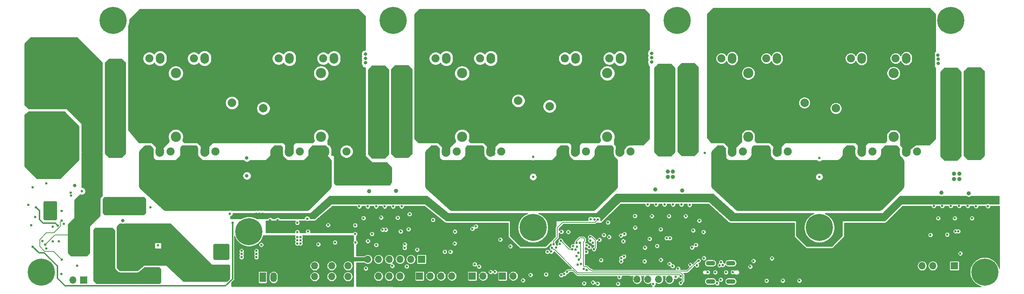
<source format=gbr>
G04 #@! TF.GenerationSoftware,KiCad,Pcbnew,(5.1.10)-1*
G04 #@! TF.CreationDate,2021-11-03T20:12:31-04:00*
G04 #@! TF.ProjectId,besc g2,62657363-2067-4322-9e6b-696361645f70,Init*
G04 #@! TF.SameCoordinates,Original*
G04 #@! TF.FileFunction,Copper,L2,Inr*
G04 #@! TF.FilePolarity,Positive*
%FSLAX46Y46*%
G04 Gerber Fmt 4.6, Leading zero omitted, Abs format (unit mm)*
G04 Created by KiCad (PCBNEW (5.1.10)-1) date 2021-11-03 20:12:31*
%MOMM*%
%LPD*%
G01*
G04 APERTURE LIST*
G04 #@! TA.AperFunction,ComponentPad*
%ADD10C,2.000000*%
G04 #@! TD*
G04 #@! TA.AperFunction,ComponentPad*
%ADD11O,1.700000X1.700000*%
G04 #@! TD*
G04 #@! TA.AperFunction,ComponentPad*
%ADD12R,1.700000X1.700000*%
G04 #@! TD*
G04 #@! TA.AperFunction,ComponentPad*
%ADD13O,2.200000X1.100000*%
G04 #@! TD*
G04 #@! TA.AperFunction,ComponentPad*
%ADD14C,1.500000*%
G04 #@! TD*
G04 #@! TA.AperFunction,ComponentPad*
%ADD15O,8.000000X10.000000*%
G04 #@! TD*
G04 #@! TA.AperFunction,ComponentPad*
%ADD16C,1.905000*%
G04 #@! TD*
G04 #@! TA.AperFunction,ComponentPad*
%ADD17O,2.000000X2.500000*%
G04 #@! TD*
G04 #@! TA.AperFunction,ComponentPad*
%ADD18C,3.800000*%
G04 #@! TD*
G04 #@! TA.AperFunction,ComponentPad*
%ADD19O,1.500000X2.300000*%
G04 #@! TD*
G04 #@! TA.AperFunction,ComponentPad*
%ADD20R,1.500000X2.300000*%
G04 #@! TD*
G04 #@! TA.AperFunction,ComponentPad*
%ADD21C,0.800000*%
G04 #@! TD*
G04 #@! TA.AperFunction,ComponentPad*
%ADD22C,6.400000*%
G04 #@! TD*
G04 #@! TA.AperFunction,ComponentPad*
%ADD23C,2.400000*%
G04 #@! TD*
G04 #@! TA.AperFunction,ViaPad*
%ADD24C,0.600000*%
G04 #@! TD*
G04 #@! TA.AperFunction,ViaPad*
%ADD25C,0.800000*%
G04 #@! TD*
G04 #@! TA.AperFunction,ViaPad*
%ADD26C,1.000000*%
G04 #@! TD*
G04 #@! TA.AperFunction,Conductor*
%ADD27C,0.300000*%
G04 #@! TD*
G04 #@! TA.AperFunction,Conductor*
%ADD28C,0.200000*%
G04 #@! TD*
G04 #@! TA.AperFunction,Conductor*
%ADD29C,1.000000*%
G04 #@! TD*
G04 #@! TA.AperFunction,Conductor*
%ADD30C,0.254000*%
G04 #@! TD*
G04 #@! TA.AperFunction,Conductor*
%ADD31C,0.100000*%
G04 #@! TD*
G04 APERTURE END LIST*
D10*
X249800000Y-95400000D03*
X257300000Y-95400000D03*
X249800000Y-76900000D03*
X257300000Y-76900000D03*
X223686058Y-85202361D03*
X216300000Y-83900000D03*
X182300000Y-95400000D03*
X189800000Y-95400000D03*
X182300000Y-76900000D03*
X189800000Y-76900000D03*
X156186058Y-84702361D03*
X148800000Y-83400000D03*
X114800000Y-95400000D03*
X122300000Y-95400000D03*
X114800000Y-76900000D03*
X122300000Y-76900000D03*
X54800000Y-94900000D03*
X47300000Y-94900000D03*
X88686058Y-85202361D03*
X81300000Y-83900000D03*
X54800000Y-76400000D03*
X47300000Y-76400000D03*
D11*
X244017000Y-122439000D03*
X246557000Y-122439000D03*
X249097000Y-122439000D03*
D12*
X251637000Y-122439000D03*
D11*
X147624000Y-124852000D03*
D12*
X145084000Y-124852000D03*
D11*
X140512000Y-124852000D03*
D12*
X137972000Y-124852000D03*
D11*
X120920000Y-124900000D03*
X118380000Y-124900000D03*
X115840000Y-124900000D03*
D12*
X113300000Y-124900000D03*
D13*
X198919000Y-126113000D03*
X198919000Y-121813000D03*
X194119000Y-126113000D03*
X194119000Y-121813000D03*
D11*
X108635000Y-124979000D03*
X108635000Y-122439000D03*
D12*
X108635000Y-119899000D03*
D14*
X87300000Y-66150000D03*
X87650000Y-67400000D03*
X87300000Y-71650000D03*
X86050000Y-72400000D03*
X81800000Y-71650000D03*
X81450000Y-70400000D03*
X81800000Y-66150000D03*
X83050000Y-65400000D03*
X87650000Y-70400000D03*
X86050000Y-65400000D03*
X83050000Y-72400000D03*
X81450000Y-67400000D03*
X84550000Y-64900000D03*
X87800000Y-68900000D03*
X84550000Y-72900000D03*
X81300000Y-68900000D03*
D15*
X84550000Y-68900000D03*
D14*
X154800000Y-65650000D03*
X155150000Y-66900000D03*
X154800000Y-71150000D03*
X153550000Y-71900000D03*
X149300000Y-71150000D03*
X148950000Y-69900000D03*
X149300000Y-65650000D03*
X150550000Y-64900000D03*
X155150000Y-69900000D03*
X153550000Y-64900000D03*
X150550000Y-71900000D03*
X148950000Y-66900000D03*
X152050000Y-64400000D03*
X155300000Y-68400000D03*
X152050000Y-72400000D03*
X148800000Y-68400000D03*
D15*
X152050000Y-68400000D03*
D14*
X222300000Y-65650000D03*
X222650000Y-66900000D03*
X222300000Y-71150000D03*
X221050000Y-71900000D03*
X216800000Y-71150000D03*
X216450000Y-69900000D03*
X216800000Y-65650000D03*
X218050000Y-64900000D03*
X222650000Y-69900000D03*
X221050000Y-64900000D03*
X218050000Y-71900000D03*
X216450000Y-66900000D03*
X219550000Y-64400000D03*
X222800000Y-68400000D03*
X219550000Y-72400000D03*
X216300000Y-68400000D03*
D15*
X219550000Y-68400000D03*
D14*
X35050000Y-76150000D03*
X34700000Y-74900000D03*
X35050000Y-70650000D03*
X36300000Y-69900000D03*
X40550000Y-70650000D03*
X40900000Y-71900000D03*
X40550000Y-76150000D03*
X39300000Y-76900000D03*
X34700000Y-71900000D03*
X36300000Y-76900000D03*
X39300000Y-69900000D03*
X40900000Y-74900000D03*
X37800000Y-77400000D03*
X34550000Y-73400000D03*
X37800000Y-69400000D03*
X41050000Y-73400000D03*
D15*
X37800000Y-73400000D03*
D14*
X35050000Y-99150000D03*
X34700000Y-97900000D03*
X35050000Y-93650000D03*
X36300000Y-92900000D03*
X40550000Y-93650000D03*
X40900000Y-94900000D03*
X40550000Y-99150000D03*
X39300000Y-99900000D03*
X34700000Y-94900000D03*
X36300000Y-99900000D03*
X39300000Y-92900000D03*
X40900000Y-97900000D03*
X37800000Y-100400000D03*
X34550000Y-96400000D03*
X37800000Y-92400000D03*
X41050000Y-96400000D03*
D15*
X37800000Y-96400000D03*
D16*
X175300000Y-95400000D03*
D17*
X172760000Y-95400000D03*
X170220000Y-95400000D03*
D16*
X201800000Y-95400000D03*
D17*
X199260000Y-95400000D03*
X196720000Y-95400000D03*
D16*
X237800000Y-73400000D03*
D17*
X240340000Y-73400000D03*
X242880000Y-73400000D03*
D16*
X134300000Y-95400000D03*
D17*
X131760000Y-95400000D03*
X129220000Y-95400000D03*
D16*
X170300000Y-73400000D03*
D17*
X172840000Y-73400000D03*
X175380000Y-73400000D03*
D16*
X97300000Y-95400000D03*
D17*
X94760000Y-95400000D03*
X92220000Y-95400000D03*
D16*
X61800000Y-73400000D03*
D17*
X64340000Y-73400000D03*
X66880000Y-73400000D03*
D16*
X212380000Y-95400000D03*
D17*
X209840000Y-95400000D03*
X207300000Y-95400000D03*
D16*
X227220000Y-73400000D03*
D17*
X229760000Y-73400000D03*
X232300000Y-73400000D03*
D16*
X144800000Y-95400000D03*
D17*
X142260000Y-95400000D03*
X139720000Y-95400000D03*
D16*
X159800000Y-73400000D03*
D17*
X162340000Y-73400000D03*
X164880000Y-73400000D03*
D16*
X108300000Y-95400000D03*
D17*
X105760000Y-95400000D03*
X103220000Y-95400000D03*
D16*
X72300000Y-73400000D03*
D17*
X74840000Y-73400000D03*
X77380000Y-73400000D03*
D16*
X232300000Y-95400000D03*
D17*
X229760000Y-95400000D03*
X227220000Y-95400000D03*
D16*
X207300000Y-73400000D03*
D17*
X209840000Y-73400000D03*
X212380000Y-73400000D03*
D16*
X164800000Y-95400000D03*
D17*
X162260000Y-95400000D03*
X159720000Y-95400000D03*
D16*
X139800000Y-73400000D03*
D17*
X142340000Y-73400000D03*
X144880000Y-73400000D03*
D16*
X66800000Y-95400000D03*
D17*
X64260000Y-95400000D03*
X61720000Y-95400000D03*
D16*
X92300000Y-73400000D03*
D17*
X94840000Y-73400000D03*
X97380000Y-73400000D03*
D16*
X242800000Y-95400000D03*
D17*
X240260000Y-95400000D03*
X237720000Y-95400000D03*
D16*
X196720000Y-73400000D03*
D17*
X199260000Y-73400000D03*
X201800000Y-73400000D03*
D16*
X129300000Y-73400000D03*
D17*
X131840000Y-73400000D03*
X134380000Y-73400000D03*
D16*
X77410000Y-95400000D03*
D17*
X74870000Y-95400000D03*
X72330000Y-95400000D03*
D16*
X102830000Y-73400000D03*
D17*
X105370000Y-73400000D03*
X107910000Y-73400000D03*
D11*
X100800000Y-124980000D03*
X100800000Y-122440000D03*
D12*
X100800000Y-119900000D03*
D18*
X78800000Y-124150000D03*
G04 #@! TA.AperFunction,ComponentPad*
G36*
G01*
X77280000Y-117250000D02*
X80320000Y-117250000D01*
G75*
G02*
X80700000Y-117630000I0J-380000D01*
G01*
X80700000Y-120670000D01*
G75*
G02*
X80320000Y-121050000I-380000J0D01*
G01*
X77280000Y-121050000D01*
G75*
G02*
X76900000Y-120670000I0J380000D01*
G01*
X76900000Y-117630000D01*
G75*
G02*
X77280000Y-117250000I380000J0D01*
G01*
G37*
G04 #@! TD.AperFunction*
D19*
X93630000Y-125150000D03*
X91090000Y-125150000D03*
D20*
X88550000Y-125150000D03*
D11*
X43800000Y-125775000D03*
D12*
X46340000Y-125775000D03*
D21*
X86997056Y-112702944D03*
X85300000Y-112000000D03*
X83602944Y-112702944D03*
X82900000Y-114400000D03*
X83602944Y-116097056D03*
X85300000Y-116800000D03*
X86997056Y-116097056D03*
X87700000Y-114400000D03*
D22*
X85300000Y-114400000D03*
D21*
X221497056Y-111702944D03*
X219800000Y-111000000D03*
X218102944Y-111702944D03*
X217400000Y-113400000D03*
X218102944Y-115097056D03*
X219800000Y-115800000D03*
X221497056Y-115097056D03*
X222200000Y-113400000D03*
D22*
X219800000Y-113400000D03*
D21*
X153997056Y-111702944D03*
X152300000Y-111000000D03*
X150602944Y-111702944D03*
X149900000Y-113400000D03*
X150602944Y-115097056D03*
X152300000Y-115800000D03*
X153997056Y-115097056D03*
X154700000Y-113400000D03*
D22*
X152300000Y-113400000D03*
D21*
X120997056Y-62702944D03*
X119300000Y-62000000D03*
X117602944Y-62702944D03*
X116900000Y-64400000D03*
X117602944Y-66097056D03*
X119300000Y-66800000D03*
X120997056Y-66097056D03*
X121700000Y-64400000D03*
D22*
X119300000Y-64400000D03*
D21*
X187997056Y-62702944D03*
X186300000Y-62000000D03*
X184602944Y-62702944D03*
X183900000Y-64400000D03*
X184602944Y-66097056D03*
X186300000Y-66800000D03*
X187997056Y-66097056D03*
X188700000Y-64400000D03*
D22*
X186300000Y-64400000D03*
D23*
X68050000Y-91900000D03*
X68050000Y-76900000D03*
D21*
X54997056Y-62702944D03*
X53300000Y-62000000D03*
X51602944Y-62702944D03*
X50900000Y-64400000D03*
X51602944Y-66097056D03*
X53300000Y-66800000D03*
X54997056Y-66097056D03*
X55700000Y-64400000D03*
D22*
X53300000Y-64400000D03*
D21*
X252497056Y-62702944D03*
X250800000Y-62000000D03*
X249102944Y-62702944D03*
X248400000Y-64400000D03*
X249102944Y-66097056D03*
X250800000Y-66800000D03*
X252497056Y-66097056D03*
X253200000Y-64400000D03*
D22*
X250800000Y-64400000D03*
D21*
X37997056Y-122202944D03*
X36300000Y-121500000D03*
X34602944Y-122202944D03*
X33900000Y-123900000D03*
X34602944Y-125597056D03*
X36300000Y-126300000D03*
X37997056Y-125597056D03*
X38700000Y-123900000D03*
D22*
X36300000Y-123900000D03*
D21*
X260497056Y-122202944D03*
X258800000Y-121500000D03*
X257102944Y-122202944D03*
X256400000Y-123900000D03*
X257102944Y-125597056D03*
X258800000Y-126300000D03*
X260497056Y-125597056D03*
X261200000Y-123900000D03*
D22*
X258800000Y-123900000D03*
D23*
X102300000Y-91900000D03*
X102300000Y-76900000D03*
X135550000Y-91900000D03*
X135550000Y-76900000D03*
X169800000Y-91900000D03*
X169800000Y-76900000D03*
X203050000Y-91900000D03*
X203050000Y-76900000D03*
X237300000Y-91900000D03*
X237300000Y-76900000D03*
D11*
X184454000Y-125614000D03*
X181914000Y-125614000D03*
X179374000Y-125614000D03*
X176834000Y-125614000D03*
D12*
X174294000Y-125614000D03*
D11*
X113300000Y-120900000D03*
X115840000Y-120900000D03*
X118380000Y-120900000D03*
X120920000Y-120900000D03*
X123460000Y-120900000D03*
D12*
X126000000Y-120900000D03*
D11*
X104800000Y-124980000D03*
X104800000Y-122440000D03*
D12*
X104800000Y-119900000D03*
D11*
X133146000Y-124852000D03*
X130606000Y-124852000D03*
X128066000Y-124852000D03*
D12*
X125526000Y-124852000D03*
D24*
X116800000Y-113900000D03*
X87050000Y-118900000D03*
X87050000Y-119650000D03*
X87050000Y-120400000D03*
X83550000Y-118900000D03*
X83550000Y-119650000D03*
X83550000Y-120400000D03*
X251925000Y-114275000D03*
D25*
X251550000Y-88900000D03*
X249650010Y-88900000D03*
X250550000Y-87400000D03*
X250550000Y-89400000D03*
X249650010Y-89900000D03*
X249650010Y-86900000D03*
X249650010Y-87900000D03*
X251550000Y-86900000D03*
X251550000Y-89900000D03*
X250550000Y-88400000D03*
X251550000Y-87900000D03*
X252550000Y-87400000D03*
X252550000Y-88400000D03*
X252550000Y-89400000D03*
X251550000Y-90900000D03*
X250550000Y-90400000D03*
X249650010Y-90900000D03*
X252550000Y-90400000D03*
X251550000Y-91900000D03*
X250550000Y-91400000D03*
X249650010Y-91900000D03*
X252550000Y-91400000D03*
X184050000Y-88900000D03*
X182150010Y-88900000D03*
X183050000Y-87400000D03*
X183050000Y-89400000D03*
X182150010Y-89900000D03*
X182150010Y-86900000D03*
X182150010Y-87900000D03*
X184050000Y-86900000D03*
X184050000Y-89900000D03*
X183050000Y-88400000D03*
X184050000Y-87900000D03*
X185050000Y-87400000D03*
X185050000Y-88400000D03*
X185050000Y-89400000D03*
X184050000Y-90900000D03*
X183050000Y-90400000D03*
X182150010Y-90900000D03*
X185050000Y-90400000D03*
X184050000Y-91900000D03*
X183050000Y-91400000D03*
X182150010Y-91900000D03*
X185050000Y-91400000D03*
D24*
X39175000Y-110650000D03*
X38425000Y-110650000D03*
X37675000Y-110650000D03*
X37675000Y-109900000D03*
X38425000Y-109900000D03*
X39175000Y-109900000D03*
X39175000Y-109150000D03*
X38425000Y-109150000D03*
X37675000Y-109150000D03*
X38425000Y-108400000D03*
X37675000Y-108400000D03*
D25*
X62300000Y-123750000D03*
X62300000Y-124750000D03*
X115550000Y-90400000D03*
X116550000Y-90900000D03*
X117550000Y-90400000D03*
X114650010Y-90900000D03*
X115550000Y-91400000D03*
X116550000Y-91900000D03*
X117550000Y-91400000D03*
X114650010Y-91900000D03*
X116550000Y-88900000D03*
X115550000Y-89400000D03*
X115550000Y-87400000D03*
X116550000Y-86900000D03*
X115550000Y-88400000D03*
X116550000Y-89900000D03*
X116550000Y-87900000D03*
X117550000Y-87400000D03*
X117550000Y-89400000D03*
X117550000Y-88400000D03*
X55800000Y-87900000D03*
X53800000Y-88900000D03*
X51800000Y-88900000D03*
X51800000Y-87900000D03*
X51800000Y-86900000D03*
X53800000Y-89900000D03*
X52800000Y-88400000D03*
X53800000Y-86900000D03*
X52800000Y-87400000D03*
X52800000Y-89400000D03*
X51800000Y-89900000D03*
X53800000Y-87900000D03*
X55800000Y-86900000D03*
X54800000Y-87400000D03*
X54800000Y-89400000D03*
X54800000Y-88400000D03*
X55800000Y-89900000D03*
X55800000Y-88900000D03*
X44800000Y-89900000D03*
X43800000Y-89400000D03*
X42800000Y-87900000D03*
X42800000Y-88900000D03*
X42800000Y-89900000D03*
X41800000Y-88400000D03*
X41800000Y-89400000D03*
X41800000Y-87400000D03*
X40800000Y-87900000D03*
X40800000Y-88900000D03*
X40800000Y-89900000D03*
X39800000Y-88400000D03*
X39800000Y-89400000D03*
X39800000Y-87400000D03*
X40800000Y-86900000D03*
X38800000Y-87900000D03*
X38800000Y-88900000D03*
X38800000Y-89900000D03*
X37800000Y-88400000D03*
X37800000Y-89400000D03*
X37800000Y-87400000D03*
X38800000Y-86900000D03*
X36800000Y-87900000D03*
X36800000Y-88900000D03*
X36800000Y-89900000D03*
X35800000Y-88400000D03*
X35800000Y-89400000D03*
X35800000Y-87400000D03*
X36800000Y-86900000D03*
X34800000Y-89900000D03*
X34800000Y-88900000D03*
X34800000Y-87900000D03*
X34800000Y-86900000D03*
X33800000Y-87400000D03*
X33800000Y-88400000D03*
X33800000Y-89400000D03*
X32800000Y-89900000D03*
X32800000Y-88900000D03*
X32800000Y-87900000D03*
X32800000Y-86900000D03*
X114650010Y-87900000D03*
X114650010Y-86900000D03*
X114650010Y-89900000D03*
X114650010Y-88900000D03*
X49550000Y-113900000D03*
X49050000Y-114650000D03*
X49550000Y-115400000D03*
X49050000Y-116150000D03*
X49550000Y-116900000D03*
X49050000Y-117650000D03*
X49550000Y-118400000D03*
X49050000Y-119150000D03*
X49550000Y-119900000D03*
X49050000Y-120650000D03*
X49550000Y-121400000D03*
X49050000Y-122150000D03*
X49550000Y-122900000D03*
D24*
X39175000Y-108400000D03*
X36550000Y-116600000D03*
X39060000Y-116700000D03*
X33980000Y-112870000D03*
D25*
X63139990Y-125731223D03*
X63139990Y-124750000D03*
X62300000Y-125739990D03*
D24*
X34300000Y-103900000D03*
D25*
X63139990Y-123750000D03*
D24*
X111300000Y-108400000D03*
X113300000Y-108400000D03*
X115300000Y-108400000D03*
X117300000Y-108400000D03*
X119300000Y-108400000D03*
X121300000Y-108400000D03*
X110300000Y-114900000D03*
X179310000Y-107960000D03*
X181310000Y-107960000D03*
X183290000Y-107970000D03*
X185290000Y-107970000D03*
X187280000Y-107970000D03*
X183800000Y-115900000D03*
X184550000Y-115900000D03*
X252550000Y-114275000D03*
X246800000Y-108300000D03*
X248775000Y-108300000D03*
X250800000Y-108275000D03*
X252775000Y-108275000D03*
X254800000Y-108300000D03*
X41050000Y-124400000D03*
X96675000Y-115650000D03*
X96675000Y-116400000D03*
X96675000Y-117150000D03*
X97425000Y-115650000D03*
X97425000Y-116400000D03*
X97425000Y-117150000D03*
X164330000Y-126580000D03*
X165120000Y-111370000D03*
X159050000Y-110410000D03*
X160550000Y-110390000D03*
X189211170Y-108058830D03*
X172330000Y-126680000D03*
X158920000Y-124650000D03*
X168323383Y-121086617D03*
X164240000Y-123170000D03*
X131483770Y-119109843D03*
X133808736Y-117139968D03*
X132813284Y-119119990D03*
X117550000Y-113900000D03*
X113344026Y-116591183D03*
X215083000Y-125930000D03*
X211188000Y-125930000D03*
X207356000Y-125950000D03*
X245990000Y-115140000D03*
X256746170Y-108353830D03*
X168990079Y-115159921D03*
X179782124Y-116050150D03*
X87050000Y-110150000D03*
X87800000Y-110150000D03*
X88550000Y-110150000D03*
X215550000Y-110400000D03*
X214800000Y-110400000D03*
X214050000Y-110400000D03*
X157050000Y-110400000D03*
X156300000Y-110400000D03*
X155550000Y-110400000D03*
X125530000Y-107560000D03*
X261300000Y-106900000D03*
X194397510Y-106850000D03*
X177050000Y-107150000D03*
X176050000Y-107150000D03*
X177800000Y-107150000D03*
X175300000Y-107150000D03*
X40489944Y-116700000D03*
X37560000Y-102980000D03*
X173560000Y-116620000D03*
X43320000Y-105180000D03*
X43329998Y-105820000D03*
X103945480Y-112796480D03*
X149910000Y-125868000D03*
X193489003Y-123963000D03*
X199399698Y-123936310D03*
X190931000Y-122312000D03*
X167512500Y-126650000D03*
X204266000Y-121296000D03*
X122510000Y-122579990D03*
X161700404Y-117765897D03*
X167182000Y-110628000D03*
X182422000Y-121042000D03*
X96697000Y-112259999D03*
X112800000Y-113900000D03*
X178470000Y-112890000D03*
X178490000Y-112170000D03*
X245990000Y-112670000D03*
X245970000Y-113390000D03*
X187425000Y-116650000D03*
X187425000Y-117525000D03*
X254925000Y-117400000D03*
X254925000Y-118275000D03*
X34318750Y-117918750D03*
X90300000Y-111650000D03*
X92050000Y-111650000D03*
X93300000Y-112150000D03*
X94800000Y-112150000D03*
X193550000Y-108150000D03*
X123300000Y-115650000D03*
X120800000Y-115650000D03*
X119550000Y-116400000D03*
X131470000Y-115260000D03*
X170120000Y-126680000D03*
X146070000Y-112650000D03*
X174150000Y-108130000D03*
X214813000Y-120830000D03*
X213520000Y-112730000D03*
X112050000Y-113900000D03*
X168486718Y-115729347D03*
X159790000Y-113580000D03*
X174020456Y-121369906D03*
X161490000Y-124080000D03*
X108889000Y-108596000D03*
X111175000Y-117740000D03*
X183692000Y-120609989D03*
X81430001Y-112252001D03*
D26*
X116550000Y-100150000D03*
X117800000Y-100150000D03*
X116550000Y-101400000D03*
X117800000Y-101400000D03*
X184050000Y-100150000D03*
X185300000Y-100150000D03*
X184050000Y-101400000D03*
X185300000Y-101400000D03*
X252800000Y-101900000D03*
X251550000Y-101900000D03*
X252800000Y-100650000D03*
X251550000Y-100650000D03*
D24*
X76300000Y-122650000D03*
X76300000Y-123400000D03*
X76300000Y-124150000D03*
X76300000Y-124900000D03*
X76300000Y-125650000D03*
X75550000Y-125650000D03*
X75550000Y-122650000D03*
X74800000Y-125650000D03*
X74800000Y-122650000D03*
X74050000Y-125650000D03*
X74050000Y-122650000D03*
D25*
X55550000Y-115400000D03*
X55550000Y-116900000D03*
X55050000Y-116150000D03*
X55050000Y-114650000D03*
X55550000Y-113900000D03*
X55050000Y-113150000D03*
X55050000Y-122150000D03*
X55050000Y-120650000D03*
X55550000Y-121400000D03*
X55050000Y-119150000D03*
X55550000Y-119900000D03*
X55050000Y-117650000D03*
X55550000Y-118400000D03*
X59050000Y-114400000D03*
X60050000Y-114400000D03*
X61050000Y-114400000D03*
D24*
X41650000Y-112490000D03*
X63820989Y-117629015D03*
D25*
X55550000Y-122900000D03*
D24*
X74800000Y-124150000D03*
X74050000Y-124150000D03*
X74050000Y-124900000D03*
X74050000Y-123400000D03*
X74800000Y-124900000D03*
X75550000Y-123400000D03*
X74800000Y-123400000D03*
X75550000Y-124150000D03*
X75550000Y-124900000D03*
X88200000Y-117470000D03*
X37540000Y-118330000D03*
D25*
X43800000Y-113400000D03*
X43300000Y-114150000D03*
X43800000Y-114900000D03*
X43300000Y-115650000D03*
X43800000Y-116400000D03*
X43300000Y-117150000D03*
X43800000Y-117900000D03*
X43300000Y-118650000D03*
X43800000Y-119400000D03*
X258300000Y-79900000D03*
X256300000Y-80900000D03*
X254300000Y-80900000D03*
X254300000Y-79900000D03*
X254300000Y-78900000D03*
X256300000Y-81900000D03*
X255300000Y-80400000D03*
X256300000Y-78900000D03*
X255300000Y-79400000D03*
X255300000Y-81400000D03*
X254300000Y-81900000D03*
X256300000Y-79900000D03*
X258300000Y-78900000D03*
X257300000Y-79400000D03*
X257300000Y-81400000D03*
X257300000Y-80400000D03*
X258300000Y-81900000D03*
X258300000Y-80900000D03*
X190800000Y-79900000D03*
X188800000Y-80900000D03*
X186800000Y-80900000D03*
X186800000Y-79900000D03*
X186800000Y-78900000D03*
X188800000Y-81900000D03*
X187800000Y-80400000D03*
X188800000Y-78900000D03*
X187800000Y-79400000D03*
X187800000Y-81400000D03*
X186800000Y-81900000D03*
X188800000Y-79900000D03*
X190800000Y-78900000D03*
X189800000Y-79400000D03*
X189800000Y-81400000D03*
X189800000Y-80400000D03*
X190800000Y-81900000D03*
X190800000Y-80900000D03*
X121300000Y-80900000D03*
X120300000Y-81400000D03*
X120300000Y-79400000D03*
X121300000Y-78900000D03*
X120300000Y-80400000D03*
X121300000Y-81900000D03*
X119300000Y-78900000D03*
X119300000Y-79900000D03*
X123300000Y-79900000D03*
X119300000Y-80900000D03*
X119300000Y-81900000D03*
X121300000Y-79900000D03*
X123300000Y-78900000D03*
X122300000Y-79400000D03*
X122300000Y-81400000D03*
X122300000Y-80400000D03*
X123300000Y-81900000D03*
X123300000Y-80900000D03*
X48800000Y-80900000D03*
X48800000Y-79900000D03*
X48800000Y-78900000D03*
X49800000Y-80400000D03*
X49800000Y-79400000D03*
X49800000Y-81400000D03*
X48800000Y-81900000D03*
X44800000Y-79900000D03*
X42800000Y-80900000D03*
X40800000Y-80900000D03*
X40800000Y-79900000D03*
X40800000Y-78900000D03*
X42800000Y-81900000D03*
X41800000Y-80400000D03*
X42800000Y-78900000D03*
X41800000Y-79400000D03*
X41800000Y-81400000D03*
X40800000Y-81900000D03*
X42800000Y-79900000D03*
X47800000Y-79400000D03*
X47800000Y-81400000D03*
X47800000Y-80400000D03*
X46800000Y-78900000D03*
X45800000Y-81400000D03*
X45800000Y-79400000D03*
X45800000Y-80400000D03*
X46800000Y-81900000D03*
X46800000Y-80900000D03*
X46800000Y-79900000D03*
X44800000Y-78900000D03*
X43800000Y-79400000D03*
X43800000Y-81400000D03*
X43800000Y-80400000D03*
X44800000Y-81900000D03*
X44800000Y-80900000D03*
X36800000Y-79900000D03*
X34800000Y-80900000D03*
X32800000Y-80900000D03*
X32800000Y-79900000D03*
X32800000Y-78900000D03*
X34800000Y-81900000D03*
X33800000Y-80400000D03*
X34800000Y-78900000D03*
X33800000Y-79400000D03*
X33800000Y-81400000D03*
X32800000Y-81900000D03*
X34800000Y-79900000D03*
X39800000Y-79400000D03*
X39800000Y-81400000D03*
X39800000Y-80400000D03*
X38800000Y-78900000D03*
X37800000Y-81400000D03*
X37800000Y-79400000D03*
X37800000Y-80400000D03*
X38800000Y-81900000D03*
X38800000Y-80900000D03*
X38800000Y-79900000D03*
X36800000Y-78900000D03*
X35800000Y-79400000D03*
X35800000Y-81400000D03*
X35800000Y-80400000D03*
X36800000Y-81900000D03*
X36800000Y-80900000D03*
X48050000Y-110900000D03*
X47050000Y-110900000D03*
X46050000Y-110900000D03*
X48050000Y-109650000D03*
X47050000Y-109650000D03*
X46050000Y-109650000D03*
X46050000Y-108400000D03*
X48050000Y-108400000D03*
X47050000Y-108400000D03*
D24*
X37290001Y-117410000D03*
X44800000Y-122400000D03*
X173743014Y-120236796D03*
X115310000Y-117500000D03*
X166635536Y-118502000D03*
X165710434Y-115598473D03*
X93280000Y-115470000D03*
X96690000Y-114450000D03*
X176300000Y-110650000D03*
X169950000Y-112170000D03*
X192810000Y-95720000D03*
X191490000Y-111770000D03*
X162571111Y-120116839D03*
X124950000Y-118620000D03*
X158590000Y-117240000D03*
X122020000Y-118190000D03*
X157750000Y-118089990D03*
X122060000Y-117370000D03*
X156600000Y-119070000D03*
X121070000Y-114300000D03*
X155694349Y-119112641D03*
X122920000Y-113790000D03*
X157146579Y-117356579D03*
X167559177Y-111490000D03*
X186480987Y-123110987D03*
X162278664Y-118578259D03*
X185200000Y-122524947D03*
X165515535Y-118022616D03*
X162970000Y-119359979D03*
X189370000Y-122200000D03*
X164904990Y-117570010D03*
X184454000Y-121964947D03*
X123170000Y-110210000D03*
X170225209Y-115603077D03*
X173818560Y-114919979D03*
X190700002Y-117510000D03*
X259540000Y-108350000D03*
X173009725Y-115279990D03*
X167930000Y-116290000D03*
X133870000Y-114340000D03*
X80820000Y-110110000D03*
X128699405Y-111560010D03*
X178590000Y-121369906D03*
X99049164Y-111329164D03*
X160590890Y-114429886D03*
X178670183Y-118140372D03*
X192480000Y-114430000D03*
X181540000Y-117730000D03*
X160324000Y-123836000D03*
X187095500Y-124852000D03*
X156722564Y-118175518D03*
X187095500Y-126503000D03*
X139558254Y-122611756D03*
X163118000Y-121000451D03*
X163320000Y-116975837D03*
X138530000Y-122060043D03*
X161522043Y-118506660D03*
X158812559Y-116482559D03*
D25*
X72800000Y-103900000D03*
X72800000Y-105900000D03*
X72800000Y-107900000D03*
X72800000Y-101900000D03*
X76800000Y-101900000D03*
X74800000Y-101150000D03*
X78800000Y-102900000D03*
X78800000Y-104900000D03*
X78800000Y-106900000D03*
X76800000Y-105900000D03*
X78800000Y-108900000D03*
X76800000Y-103900000D03*
X74800000Y-108900000D03*
X78800000Y-101150000D03*
X74800000Y-106900000D03*
X74800000Y-104900000D03*
X74800000Y-102900000D03*
X76800000Y-107900000D03*
X64800000Y-103900000D03*
X64800000Y-105900000D03*
X64800000Y-107900000D03*
X64800000Y-101900000D03*
X68800000Y-101900000D03*
X66800000Y-101400000D03*
X70800000Y-102900000D03*
X70800000Y-104900000D03*
X70800000Y-106900000D03*
X68800000Y-105900000D03*
X70800000Y-108900000D03*
X68800000Y-103900000D03*
X66800000Y-108900000D03*
X70800000Y-101150000D03*
X66800000Y-106900000D03*
X66800000Y-104900000D03*
X66800000Y-102900000D03*
X68800000Y-107900000D03*
X60800000Y-101900000D03*
X62800000Y-102900000D03*
X62800000Y-104900000D03*
X60800000Y-103900000D03*
X62800000Y-101150000D03*
X90800000Y-101150000D03*
X90800000Y-102900000D03*
X90800000Y-104900000D03*
X90800000Y-106900000D03*
X90800000Y-108900000D03*
X92800000Y-107900000D03*
X92800000Y-105900000D03*
X92800000Y-103900000D03*
X92800000Y-101900000D03*
X94800000Y-101150000D03*
X94800000Y-102900000D03*
X94800000Y-104900000D03*
X94800000Y-106900000D03*
X94800000Y-108900000D03*
X96800000Y-107900000D03*
X96800000Y-105900000D03*
X96800000Y-103900000D03*
X96800000Y-101900000D03*
X98800000Y-101150000D03*
X98800000Y-102900000D03*
X98800000Y-104900000D03*
X98800000Y-106900000D03*
X98800000Y-108900000D03*
X100800000Y-105900000D03*
X100800000Y-103900000D03*
X100800000Y-101900000D03*
X102800000Y-101150000D03*
X102800000Y-102900000D03*
X102800000Y-104900000D03*
X140190000Y-103900000D03*
X140190000Y-107900000D03*
X140190000Y-105900000D03*
X146190000Y-102900000D03*
X144190000Y-101900000D03*
X140190000Y-101900000D03*
X142190000Y-100900000D03*
X146190000Y-104900000D03*
X146190000Y-106900000D03*
X144190000Y-105900000D03*
X146190000Y-108900000D03*
X144190000Y-103900000D03*
X146190000Y-100900000D03*
X142190000Y-106900000D03*
X142190000Y-104900000D03*
X142190000Y-102900000D03*
X144190000Y-107900000D03*
X132190000Y-103900000D03*
X130190000Y-100900000D03*
X128190000Y-103900000D03*
X130190000Y-104900000D03*
X130190000Y-102900000D03*
X128190000Y-101900000D03*
X136190000Y-107900000D03*
X134190000Y-102900000D03*
X134190000Y-104900000D03*
X134190000Y-106900000D03*
X138190000Y-100900000D03*
X136190000Y-103900000D03*
X136190000Y-105900000D03*
X138190000Y-106900000D03*
X138190000Y-104900000D03*
X138190000Y-102900000D03*
X134190000Y-101400000D03*
X136190000Y-101900000D03*
X132190000Y-101900000D03*
X132190000Y-107900000D03*
X132190000Y-105900000D03*
X166300000Y-100900000D03*
X164300000Y-105900000D03*
X164300000Y-103900000D03*
X164300000Y-101900000D03*
X164300000Y-107900000D03*
X160300000Y-107900000D03*
X166300000Y-106900000D03*
X162300000Y-108900000D03*
X166300000Y-108900000D03*
X168300000Y-105900000D03*
X168300000Y-103900000D03*
X168300000Y-101900000D03*
X170300000Y-100900000D03*
X170300000Y-102900000D03*
X170300000Y-104900000D03*
X166300000Y-102900000D03*
X158300000Y-106900000D03*
X158300000Y-104900000D03*
X158300000Y-102900000D03*
X160300000Y-103900000D03*
X158300000Y-100900000D03*
X160300000Y-105900000D03*
X162300000Y-100900000D03*
X166300000Y-104900000D03*
X158300000Y-108900000D03*
X162300000Y-102900000D03*
X162300000Y-104900000D03*
X162300000Y-106900000D03*
X160300000Y-101900000D03*
X138190000Y-108239990D03*
X142159205Y-108239990D03*
X134190000Y-108239990D03*
X207770000Y-103900000D03*
X207770000Y-107900000D03*
X207770000Y-105900000D03*
X213770000Y-102900000D03*
X211770000Y-101900000D03*
X207770000Y-101900000D03*
X209770000Y-100900000D03*
X213770000Y-104900000D03*
X213770000Y-106900000D03*
X211770000Y-105900000D03*
X211770000Y-103900000D03*
X209770000Y-108900000D03*
X213770000Y-100900000D03*
X209770000Y-106900000D03*
X209770000Y-104900000D03*
X209770000Y-102900000D03*
X211770000Y-107900000D03*
X199770000Y-103900000D03*
X197770000Y-100900000D03*
X195770000Y-103900000D03*
X197770000Y-104900000D03*
X197770000Y-102900000D03*
X195770000Y-101900000D03*
X203770000Y-107900000D03*
X201770000Y-102900000D03*
X201770000Y-104900000D03*
X201770000Y-106900000D03*
X205770000Y-100900000D03*
X201770000Y-108900000D03*
X203770000Y-103900000D03*
X205770000Y-108900000D03*
X203770000Y-105900000D03*
X205770000Y-106900000D03*
X205770000Y-104900000D03*
X205770000Y-102900000D03*
X201770000Y-101400000D03*
X203770000Y-101900000D03*
X199770000Y-101900000D03*
X199770000Y-107900000D03*
X199770000Y-105900000D03*
X233800000Y-100900000D03*
X231800000Y-105900000D03*
X231800000Y-103900000D03*
X231800000Y-101900000D03*
X231800000Y-107900000D03*
X227800000Y-107900000D03*
X233800000Y-106900000D03*
X229800000Y-108900000D03*
X233800000Y-108900000D03*
X235800000Y-105900000D03*
X235800000Y-103900000D03*
X235800000Y-101900000D03*
X237800000Y-100900000D03*
X237800000Y-102900000D03*
X237800000Y-104900000D03*
X233800000Y-102900000D03*
X225800000Y-106900000D03*
X225800000Y-104900000D03*
X225800000Y-102900000D03*
X227800000Y-103900000D03*
X225800000Y-100900000D03*
X227800000Y-105900000D03*
X229800000Y-100900000D03*
X233800000Y-104900000D03*
X225800000Y-108900000D03*
X229800000Y-102900000D03*
X229800000Y-104900000D03*
X229800000Y-106900000D03*
X227800000Y-101900000D03*
D24*
X180307500Y-110687500D03*
X247812500Y-111187500D03*
X173040851Y-121369906D03*
X33290000Y-108020000D03*
X120371585Y-111068899D03*
X188272500Y-110687500D03*
X255787500Y-111187500D03*
X116452324Y-111029638D03*
X184337500Y-110687500D03*
X251737500Y-111187500D03*
X112300000Y-111150000D03*
X114300000Y-114900000D03*
X182390000Y-113810000D03*
X249943760Y-115052094D03*
X173081506Y-120610994D03*
X41120000Y-111710000D03*
X41195960Y-121004040D03*
X99223903Y-114306296D03*
D25*
X112800000Y-72400000D03*
X112800000Y-74400000D03*
D26*
X119975000Y-104750000D03*
D25*
X112800000Y-73400000D03*
X180290000Y-73210000D03*
X180290000Y-72210000D03*
X180290000Y-74210000D03*
D26*
X187425000Y-104625000D03*
D25*
X247830000Y-73600000D03*
X247790000Y-72610000D03*
X247830000Y-74600000D03*
D26*
X255030000Y-105280000D03*
X113625000Y-104800000D03*
X181125000Y-104425002D03*
X248630000Y-105180000D03*
D25*
X84800000Y-101150000D03*
X84800000Y-96900000D03*
D24*
X152300000Y-101400000D03*
X152300000Y-96650000D03*
X219800000Y-101400000D03*
X219800000Y-96900000D03*
D25*
X60300000Y-109900000D03*
X59300000Y-109900000D03*
X58300000Y-109900000D03*
X57300000Y-109900000D03*
X60300000Y-108650000D03*
X59300000Y-108650000D03*
X58300000Y-108650000D03*
X57300000Y-108650000D03*
X58300000Y-107400000D03*
X57300000Y-107400000D03*
X60300000Y-107400000D03*
X59300000Y-107400000D03*
X52300000Y-109400000D03*
X51300000Y-109400000D03*
X54300000Y-109400000D03*
X53300000Y-109400000D03*
X52300000Y-108150000D03*
X51300000Y-108150000D03*
X54300000Y-108150000D03*
X53300000Y-108150000D03*
X54300000Y-106900000D03*
X53300000Y-106900000D03*
X52300000Y-106900000D03*
X51300000Y-106900000D03*
D24*
X62049990Y-108650000D03*
X45900000Y-104800000D03*
D25*
X55570000Y-111750000D03*
X44210000Y-103460000D03*
D24*
X162679549Y-117932575D03*
X192582000Y-120630033D03*
X208608000Y-120680000D03*
X162545178Y-116992976D03*
X191333599Y-121208217D03*
X35062075Y-108600010D03*
X40200000Y-112900000D03*
X34930000Y-110920000D03*
X39050000Y-113149999D03*
X41175022Y-109439990D03*
X151688000Y-124598000D03*
X159636300Y-124396000D03*
X165878377Y-111419658D03*
X155364500Y-124464500D03*
X164947330Y-123448005D03*
X146935987Y-117804013D03*
X101650000Y-117359000D03*
X166420000Y-116978000D03*
X165769990Y-116449990D03*
X105587500Y-116900000D03*
X142290000Y-123880113D03*
X137972000Y-113679989D03*
X144566007Y-116225993D03*
X166777486Y-111479730D03*
X195249000Y-123963000D03*
X197789000Y-123963000D03*
X195702272Y-126587986D03*
X196545039Y-125705398D03*
X196265000Y-122312000D03*
X197018666Y-122214074D03*
X196616452Y-121562990D03*
X203504000Y-122629000D03*
X119090000Y-122460000D03*
X164855733Y-119146377D03*
X163618109Y-121988759D03*
X110410000Y-116940000D03*
X112855000Y-123045000D03*
X172643000Y-125106000D03*
X180644000Y-126757000D03*
X190042000Y-114057000D03*
X253034000Y-119510033D03*
X110330000Y-112850000D03*
X189780000Y-118110000D03*
X138800011Y-113119989D03*
X158971587Y-114382365D03*
X176340000Y-113400000D03*
X162859986Y-122180021D03*
X143306000Y-123880113D03*
X166420000Y-126376000D03*
X185978000Y-125063999D03*
D27*
X40175000Y-122525000D02*
X40175000Y-125400000D01*
X40175000Y-125400000D02*
X41925000Y-127150000D01*
X34318750Y-117918750D02*
X35800014Y-119400014D01*
X41925000Y-127150000D02*
X64925000Y-127150000D01*
X37050014Y-119400014D02*
X40175000Y-122525000D01*
X35800014Y-119400014D02*
X37050014Y-119400014D01*
X78548000Y-127150000D02*
X78560000Y-127138000D01*
X64925000Y-127150000D02*
X78548000Y-127150000D01*
X78560000Y-127138000D02*
X79082802Y-127138000D01*
X79082802Y-127138000D02*
X79806000Y-127138000D01*
X81430001Y-125513999D02*
X81430001Y-112252001D01*
X79806000Y-127138000D02*
X81430001Y-125513999D01*
D28*
X43550000Y-115150000D02*
X39550001Y-115150000D01*
X37590000Y-117110001D02*
X37290001Y-117410000D01*
X39550001Y-115150000D02*
X37590000Y-117110001D01*
X47300000Y-94900000D02*
X47300000Y-102506000D01*
X166980001Y-118157535D02*
X166635536Y-118502000D01*
X166980001Y-116443776D02*
X166980001Y-118157535D01*
X166134698Y-115598473D02*
X166980001Y-116443776D01*
X165710434Y-115598473D02*
X166134698Y-115598473D01*
D29*
X109636000Y-120900000D02*
X108635000Y-119899000D01*
X113300000Y-120900000D02*
X109636000Y-120900000D01*
D28*
X159308000Y-112152000D02*
X166897177Y-112152000D01*
X158038000Y-113422000D02*
X159308000Y-112152000D01*
X158038000Y-115708000D02*
X158038000Y-113422000D01*
X166897177Y-112152000D02*
X167559177Y-111490000D01*
X157146579Y-116599421D02*
X158038000Y-115708000D01*
X157146579Y-117356579D02*
X157146579Y-116599421D01*
X161758801Y-123519999D02*
X162356000Y-124117198D01*
X160640001Y-123519999D02*
X161758801Y-123519999D01*
X160324000Y-123836000D02*
X160640001Y-123519999D01*
X162356000Y-124117198D02*
X162383198Y-124117198D01*
X162383198Y-124117198D02*
X162769999Y-124503999D01*
X186747499Y-124503999D02*
X187095500Y-124852000D01*
X162769999Y-124503999D02*
X186747499Y-124503999D01*
X157197037Y-118649991D02*
X157425121Y-118649991D01*
X156722564Y-118175518D02*
X157197037Y-118649991D01*
X157425121Y-118649991D02*
X162865130Y-124090000D01*
X187655501Y-124583199D02*
X187655501Y-125942999D01*
X187655501Y-125942999D02*
X187095500Y-126503000D01*
X187162302Y-124090000D02*
X187655501Y-124583199D01*
X162865130Y-124090000D02*
X187162302Y-124090000D01*
X163530001Y-120588450D02*
X163530001Y-117185838D01*
X163530001Y-117185838D02*
X163320000Y-116975837D01*
X163118000Y-121000451D02*
X163530001Y-120588450D01*
X160836660Y-118506660D02*
X158812559Y-116482559D01*
X161522043Y-118506660D02*
X160836660Y-118506660D01*
X40820001Y-113129999D02*
X39300011Y-114649989D01*
X37111201Y-118990003D02*
X39181923Y-118990003D01*
X37550011Y-114649989D02*
X35989999Y-116210001D01*
X35989999Y-116210001D02*
X35989999Y-117868801D01*
X41120000Y-111710000D02*
X40820001Y-112009999D01*
X40820001Y-112009999D02*
X40820001Y-113129999D01*
X39181923Y-118990003D02*
X40895961Y-120704041D01*
X39300011Y-114649989D02*
X37550011Y-114649989D01*
X40895961Y-120704041D02*
X41195960Y-121004040D01*
X35989999Y-117868801D02*
X37111201Y-118990003D01*
X191190585Y-121208217D02*
X191333599Y-121208217D01*
X188668812Y-123729990D02*
X191190585Y-121208217D01*
X162545178Y-116992976D02*
X162545178Y-116568712D01*
X164178110Y-116859869D02*
X164178110Y-122521890D01*
X162545178Y-116568712D02*
X163329913Y-115783977D01*
X163329913Y-115783977D02*
X164148801Y-115783977D01*
X164440001Y-116075177D02*
X164440001Y-116597978D01*
X164148801Y-115783977D02*
X164440001Y-116075177D01*
X164440001Y-116597978D02*
X164178110Y-116859869D01*
X164178110Y-122521890D02*
X164266219Y-122609999D01*
X164266219Y-122609999D02*
X164938126Y-122609999D01*
X165658000Y-123329873D02*
X165913873Y-123329873D01*
X165913873Y-123329873D02*
X166313990Y-123729990D01*
X164938126Y-122609999D02*
X165658000Y-123329873D01*
X166313990Y-123729990D02*
X188668812Y-123729990D01*
D27*
X40200000Y-112900000D02*
X39660000Y-112360000D01*
X39660000Y-112360000D02*
X36760000Y-112360000D01*
X36760000Y-112360000D02*
X35880000Y-111480000D01*
X35880000Y-109417935D02*
X35062075Y-108600010D01*
X35880000Y-111480000D02*
X35880000Y-109417935D01*
D30*
X61805976Y-94044376D02*
X61969637Y-94094022D01*
X62120458Y-94174637D01*
X62257496Y-94287102D01*
X62412898Y-94442504D01*
X62525363Y-94579542D01*
X62605978Y-94730363D01*
X62651635Y-94880874D01*
X62633000Y-95070075D01*
X62633000Y-95729924D01*
X62656542Y-95968947D01*
X62673000Y-96023202D01*
X62673000Y-96546447D01*
X62673612Y-96558895D01*
X62690013Y-96725415D01*
X62694870Y-96749833D01*
X62743442Y-96909953D01*
X62752969Y-96932955D01*
X62831846Y-97080523D01*
X62845677Y-97101223D01*
X62951827Y-97230568D01*
X62969432Y-97248173D01*
X63098777Y-97354323D01*
X63119477Y-97368154D01*
X63267045Y-97447031D01*
X63290047Y-97456558D01*
X63450167Y-97505130D01*
X63474585Y-97509987D01*
X63641105Y-97526388D01*
X63653553Y-97527000D01*
X67635786Y-97527000D01*
X67648234Y-97526388D01*
X67843325Y-97507173D01*
X67867743Y-97502317D01*
X68055336Y-97445412D01*
X68078337Y-97435884D01*
X68251224Y-97343474D01*
X68271925Y-97329642D01*
X68423461Y-97205279D01*
X68432696Y-97196910D01*
X68846910Y-96782696D01*
X68855279Y-96773461D01*
X68979642Y-96621925D01*
X68993474Y-96601224D01*
X69085884Y-96428337D01*
X69095412Y-96405336D01*
X69152317Y-96217743D01*
X69157173Y-96193325D01*
X69176388Y-95998234D01*
X69177000Y-95985786D01*
X69177000Y-94759787D01*
X69191563Y-94611930D01*
X69232872Y-94475753D01*
X69299957Y-94350245D01*
X69390237Y-94240237D01*
X69500245Y-94149957D01*
X69625753Y-94082872D01*
X69761930Y-94041563D01*
X69909787Y-94027000D01*
X72440213Y-94027000D01*
X72588070Y-94041563D01*
X72724247Y-94082872D01*
X72849755Y-94149957D01*
X72959763Y-94240237D01*
X73050043Y-94350245D01*
X73117128Y-94475753D01*
X73158437Y-94611930D01*
X73173000Y-94759787D01*
X73173000Y-95985786D01*
X73173612Y-95998234D01*
X73192827Y-96193325D01*
X73197683Y-96217743D01*
X73254588Y-96405336D01*
X73264116Y-96428337D01*
X73356526Y-96601224D01*
X73370358Y-96621925D01*
X73494721Y-96773461D01*
X73503090Y-96782696D01*
X73917304Y-97196910D01*
X73926539Y-97205279D01*
X74078075Y-97329642D01*
X74098776Y-97343474D01*
X74271663Y-97435884D01*
X74294664Y-97445412D01*
X74482257Y-97502317D01*
X74506675Y-97507173D01*
X74701766Y-97526388D01*
X74714214Y-97527000D01*
X83983786Y-97527000D01*
X84002277Y-97554674D01*
X84145326Y-97697723D01*
X84313533Y-97810115D01*
X84500435Y-97887533D01*
X84698849Y-97927000D01*
X84901151Y-97927000D01*
X85099565Y-97887533D01*
X85286467Y-97810115D01*
X85454674Y-97697723D01*
X85597723Y-97554674D01*
X85616214Y-97527000D01*
X88885786Y-97527000D01*
X88898234Y-97526388D01*
X89093325Y-97507173D01*
X89117743Y-97502317D01*
X89305336Y-97445412D01*
X89328337Y-97435884D01*
X89501224Y-97343474D01*
X89521925Y-97329642D01*
X89673461Y-97205279D01*
X89682696Y-97196910D01*
X90096910Y-96782696D01*
X90105279Y-96773461D01*
X90229642Y-96621925D01*
X90243474Y-96601224D01*
X90335884Y-96428337D01*
X90345412Y-96405336D01*
X90402317Y-96217743D01*
X90407173Y-96193325D01*
X90426388Y-95998234D01*
X90427000Y-95985786D01*
X90427000Y-95320448D01*
X90444376Y-95144024D01*
X90494022Y-94980363D01*
X90574637Y-94829542D01*
X90687102Y-94692504D01*
X91092504Y-94287102D01*
X91229542Y-94174637D01*
X91380363Y-94094022D01*
X91544024Y-94044376D01*
X91720448Y-94027000D01*
X92440213Y-94027000D01*
X92588070Y-94041563D01*
X92724247Y-94082872D01*
X92849755Y-94149957D01*
X92959763Y-94240237D01*
X93050043Y-94350245D01*
X93117128Y-94475753D01*
X93158437Y-94611930D01*
X93173000Y-94759787D01*
X93173000Y-94776797D01*
X93156542Y-94831052D01*
X93133000Y-95070075D01*
X93133000Y-95729924D01*
X93156542Y-95968947D01*
X93177548Y-96038194D01*
X93192827Y-96193325D01*
X93197683Y-96217743D01*
X93254588Y-96405336D01*
X93264116Y-96428337D01*
X93356526Y-96601224D01*
X93370358Y-96621925D01*
X93494721Y-96773461D01*
X93503090Y-96782696D01*
X93917304Y-97196910D01*
X93926539Y-97205279D01*
X94078075Y-97329642D01*
X94098776Y-97343474D01*
X94271663Y-97435884D01*
X94294664Y-97445412D01*
X94482257Y-97502317D01*
X94506675Y-97507173D01*
X94701766Y-97526388D01*
X94714214Y-97527000D01*
X97885786Y-97527000D01*
X97898234Y-97526388D01*
X98093325Y-97507173D01*
X98117743Y-97502317D01*
X98305336Y-97445412D01*
X98328337Y-97435884D01*
X98501224Y-97343474D01*
X98521925Y-97329642D01*
X98673461Y-97205279D01*
X98682696Y-97196910D01*
X99096910Y-96782696D01*
X99105279Y-96773461D01*
X99229642Y-96621925D01*
X99243474Y-96601224D01*
X99335884Y-96428337D01*
X99345412Y-96405336D01*
X99402317Y-96217743D01*
X99407173Y-96193325D01*
X99426388Y-95998234D01*
X99427000Y-95985786D01*
X99427000Y-95320448D01*
X99444376Y-95144024D01*
X99494022Y-94980363D01*
X99574637Y-94829542D01*
X99687102Y-94692504D01*
X100092504Y-94287102D01*
X100229542Y-94174637D01*
X100380363Y-94094022D01*
X100544024Y-94044376D01*
X100720448Y-94027000D01*
X102940213Y-94027000D01*
X103088070Y-94041563D01*
X103224247Y-94082872D01*
X103349755Y-94149957D01*
X103459763Y-94240237D01*
X103550043Y-94350245D01*
X103617128Y-94475753D01*
X103658437Y-94611930D01*
X103673000Y-94759787D01*
X103673000Y-95985786D01*
X103673612Y-95998234D01*
X103692827Y-96193325D01*
X103697683Y-96217743D01*
X103754588Y-96405336D01*
X103764116Y-96428337D01*
X103856526Y-96601224D01*
X103870358Y-96621925D01*
X103994721Y-96773461D01*
X104003090Y-96782696D01*
X104412898Y-97192504D01*
X104525363Y-97329542D01*
X104605978Y-97480363D01*
X104655624Y-97644024D01*
X104673000Y-97820448D01*
X104673000Y-103479552D01*
X104655624Y-103655976D01*
X104605978Y-103819637D01*
X104525363Y-103970458D01*
X104412898Y-104107496D01*
X99507496Y-109012898D01*
X99370458Y-109125363D01*
X99219637Y-109205978D01*
X99055976Y-109255624D01*
X98879552Y-109273000D01*
X88855102Y-109273000D01*
X88820396Y-109258624D01*
X88641301Y-109223000D01*
X88458699Y-109223000D01*
X88279604Y-109258624D01*
X88244898Y-109273000D01*
X88105102Y-109273000D01*
X88070396Y-109258624D01*
X87891301Y-109223000D01*
X87708699Y-109223000D01*
X87529604Y-109258624D01*
X87494898Y-109273000D01*
X87355102Y-109273000D01*
X87320396Y-109258624D01*
X87141301Y-109223000D01*
X86958699Y-109223000D01*
X86779604Y-109258624D01*
X86744898Y-109273000D01*
X81221670Y-109273000D01*
X81090396Y-109218624D01*
X80911301Y-109183000D01*
X80728699Y-109183000D01*
X80549604Y-109218624D01*
X80418330Y-109273000D01*
X65694875Y-109273000D01*
X65528083Y-109257487D01*
X65372699Y-109213103D01*
X65228170Y-109140826D01*
X65094734Y-109039555D01*
X59714943Y-104108080D01*
X59590873Y-103968107D01*
X59501528Y-103811349D01*
X59446345Y-103639561D01*
X59427000Y-103453512D01*
X59427000Y-101048849D01*
X83773000Y-101048849D01*
X83773000Y-101251151D01*
X83812467Y-101449565D01*
X83889885Y-101636467D01*
X84002277Y-101804674D01*
X84145326Y-101947723D01*
X84313533Y-102060115D01*
X84500435Y-102137533D01*
X84698849Y-102177000D01*
X84901151Y-102177000D01*
X85099565Y-102137533D01*
X85286467Y-102060115D01*
X85454674Y-101947723D01*
X85597723Y-101804674D01*
X85710115Y-101636467D01*
X85787533Y-101449565D01*
X85827000Y-101251151D01*
X85827000Y-101048849D01*
X85787533Y-100850435D01*
X85710115Y-100663533D01*
X85597723Y-100495326D01*
X85454674Y-100352277D01*
X85286467Y-100239885D01*
X85099565Y-100162467D01*
X84901151Y-100123000D01*
X84698849Y-100123000D01*
X84500435Y-100162467D01*
X84313533Y-100239885D01*
X84145326Y-100352277D01*
X84002277Y-100495326D01*
X83889885Y-100663533D01*
X83812467Y-100850435D01*
X83773000Y-101048849D01*
X59427000Y-101048849D01*
X59427000Y-95820448D01*
X59444376Y-95644024D01*
X59494022Y-95480363D01*
X59574637Y-95329542D01*
X59687102Y-95192504D01*
X60592504Y-94287102D01*
X60729542Y-94174637D01*
X60880363Y-94094022D01*
X61044024Y-94044376D01*
X61220448Y-94027000D01*
X61629552Y-94027000D01*
X61805976Y-94044376D01*
G04 #@! TA.AperFunction,Conductor*
D31*
G36*
X61805976Y-94044376D02*
G01*
X61969637Y-94094022D01*
X62120458Y-94174637D01*
X62257496Y-94287102D01*
X62412898Y-94442504D01*
X62525363Y-94579542D01*
X62605978Y-94730363D01*
X62651635Y-94880874D01*
X62633000Y-95070075D01*
X62633000Y-95729924D01*
X62656542Y-95968947D01*
X62673000Y-96023202D01*
X62673000Y-96546447D01*
X62673612Y-96558895D01*
X62690013Y-96725415D01*
X62694870Y-96749833D01*
X62743442Y-96909953D01*
X62752969Y-96932955D01*
X62831846Y-97080523D01*
X62845677Y-97101223D01*
X62951827Y-97230568D01*
X62969432Y-97248173D01*
X63098777Y-97354323D01*
X63119477Y-97368154D01*
X63267045Y-97447031D01*
X63290047Y-97456558D01*
X63450167Y-97505130D01*
X63474585Y-97509987D01*
X63641105Y-97526388D01*
X63653553Y-97527000D01*
X67635786Y-97527000D01*
X67648234Y-97526388D01*
X67843325Y-97507173D01*
X67867743Y-97502317D01*
X68055336Y-97445412D01*
X68078337Y-97435884D01*
X68251224Y-97343474D01*
X68271925Y-97329642D01*
X68423461Y-97205279D01*
X68432696Y-97196910D01*
X68846910Y-96782696D01*
X68855279Y-96773461D01*
X68979642Y-96621925D01*
X68993474Y-96601224D01*
X69085884Y-96428337D01*
X69095412Y-96405336D01*
X69152317Y-96217743D01*
X69157173Y-96193325D01*
X69176388Y-95998234D01*
X69177000Y-95985786D01*
X69177000Y-94759787D01*
X69191563Y-94611930D01*
X69232872Y-94475753D01*
X69299957Y-94350245D01*
X69390237Y-94240237D01*
X69500245Y-94149957D01*
X69625753Y-94082872D01*
X69761930Y-94041563D01*
X69909787Y-94027000D01*
X72440213Y-94027000D01*
X72588070Y-94041563D01*
X72724247Y-94082872D01*
X72849755Y-94149957D01*
X72959763Y-94240237D01*
X73050043Y-94350245D01*
X73117128Y-94475753D01*
X73158437Y-94611930D01*
X73173000Y-94759787D01*
X73173000Y-95985786D01*
X73173612Y-95998234D01*
X73192827Y-96193325D01*
X73197683Y-96217743D01*
X73254588Y-96405336D01*
X73264116Y-96428337D01*
X73356526Y-96601224D01*
X73370358Y-96621925D01*
X73494721Y-96773461D01*
X73503090Y-96782696D01*
X73917304Y-97196910D01*
X73926539Y-97205279D01*
X74078075Y-97329642D01*
X74098776Y-97343474D01*
X74271663Y-97435884D01*
X74294664Y-97445412D01*
X74482257Y-97502317D01*
X74506675Y-97507173D01*
X74701766Y-97526388D01*
X74714214Y-97527000D01*
X83983786Y-97527000D01*
X84002277Y-97554674D01*
X84145326Y-97697723D01*
X84313533Y-97810115D01*
X84500435Y-97887533D01*
X84698849Y-97927000D01*
X84901151Y-97927000D01*
X85099565Y-97887533D01*
X85286467Y-97810115D01*
X85454674Y-97697723D01*
X85597723Y-97554674D01*
X85616214Y-97527000D01*
X88885786Y-97527000D01*
X88898234Y-97526388D01*
X89093325Y-97507173D01*
X89117743Y-97502317D01*
X89305336Y-97445412D01*
X89328337Y-97435884D01*
X89501224Y-97343474D01*
X89521925Y-97329642D01*
X89673461Y-97205279D01*
X89682696Y-97196910D01*
X90096910Y-96782696D01*
X90105279Y-96773461D01*
X90229642Y-96621925D01*
X90243474Y-96601224D01*
X90335884Y-96428337D01*
X90345412Y-96405336D01*
X90402317Y-96217743D01*
X90407173Y-96193325D01*
X90426388Y-95998234D01*
X90427000Y-95985786D01*
X90427000Y-95320448D01*
X90444376Y-95144024D01*
X90494022Y-94980363D01*
X90574637Y-94829542D01*
X90687102Y-94692504D01*
X91092504Y-94287102D01*
X91229542Y-94174637D01*
X91380363Y-94094022D01*
X91544024Y-94044376D01*
X91720448Y-94027000D01*
X92440213Y-94027000D01*
X92588070Y-94041563D01*
X92724247Y-94082872D01*
X92849755Y-94149957D01*
X92959763Y-94240237D01*
X93050043Y-94350245D01*
X93117128Y-94475753D01*
X93158437Y-94611930D01*
X93173000Y-94759787D01*
X93173000Y-94776797D01*
X93156542Y-94831052D01*
X93133000Y-95070075D01*
X93133000Y-95729924D01*
X93156542Y-95968947D01*
X93177548Y-96038194D01*
X93192827Y-96193325D01*
X93197683Y-96217743D01*
X93254588Y-96405336D01*
X93264116Y-96428337D01*
X93356526Y-96601224D01*
X93370358Y-96621925D01*
X93494721Y-96773461D01*
X93503090Y-96782696D01*
X93917304Y-97196910D01*
X93926539Y-97205279D01*
X94078075Y-97329642D01*
X94098776Y-97343474D01*
X94271663Y-97435884D01*
X94294664Y-97445412D01*
X94482257Y-97502317D01*
X94506675Y-97507173D01*
X94701766Y-97526388D01*
X94714214Y-97527000D01*
X97885786Y-97527000D01*
X97898234Y-97526388D01*
X98093325Y-97507173D01*
X98117743Y-97502317D01*
X98305336Y-97445412D01*
X98328337Y-97435884D01*
X98501224Y-97343474D01*
X98521925Y-97329642D01*
X98673461Y-97205279D01*
X98682696Y-97196910D01*
X99096910Y-96782696D01*
X99105279Y-96773461D01*
X99229642Y-96621925D01*
X99243474Y-96601224D01*
X99335884Y-96428337D01*
X99345412Y-96405336D01*
X99402317Y-96217743D01*
X99407173Y-96193325D01*
X99426388Y-95998234D01*
X99427000Y-95985786D01*
X99427000Y-95320448D01*
X99444376Y-95144024D01*
X99494022Y-94980363D01*
X99574637Y-94829542D01*
X99687102Y-94692504D01*
X100092504Y-94287102D01*
X100229542Y-94174637D01*
X100380363Y-94094022D01*
X100544024Y-94044376D01*
X100720448Y-94027000D01*
X102940213Y-94027000D01*
X103088070Y-94041563D01*
X103224247Y-94082872D01*
X103349755Y-94149957D01*
X103459763Y-94240237D01*
X103550043Y-94350245D01*
X103617128Y-94475753D01*
X103658437Y-94611930D01*
X103673000Y-94759787D01*
X103673000Y-95985786D01*
X103673612Y-95998234D01*
X103692827Y-96193325D01*
X103697683Y-96217743D01*
X103754588Y-96405336D01*
X103764116Y-96428337D01*
X103856526Y-96601224D01*
X103870358Y-96621925D01*
X103994721Y-96773461D01*
X104003090Y-96782696D01*
X104412898Y-97192504D01*
X104525363Y-97329542D01*
X104605978Y-97480363D01*
X104655624Y-97644024D01*
X104673000Y-97820448D01*
X104673000Y-103479552D01*
X104655624Y-103655976D01*
X104605978Y-103819637D01*
X104525363Y-103970458D01*
X104412898Y-104107496D01*
X99507496Y-109012898D01*
X99370458Y-109125363D01*
X99219637Y-109205978D01*
X99055976Y-109255624D01*
X98879552Y-109273000D01*
X88855102Y-109273000D01*
X88820396Y-109258624D01*
X88641301Y-109223000D01*
X88458699Y-109223000D01*
X88279604Y-109258624D01*
X88244898Y-109273000D01*
X88105102Y-109273000D01*
X88070396Y-109258624D01*
X87891301Y-109223000D01*
X87708699Y-109223000D01*
X87529604Y-109258624D01*
X87494898Y-109273000D01*
X87355102Y-109273000D01*
X87320396Y-109258624D01*
X87141301Y-109223000D01*
X86958699Y-109223000D01*
X86779604Y-109258624D01*
X86744898Y-109273000D01*
X81221670Y-109273000D01*
X81090396Y-109218624D01*
X80911301Y-109183000D01*
X80728699Y-109183000D01*
X80549604Y-109218624D01*
X80418330Y-109273000D01*
X65694875Y-109273000D01*
X65528083Y-109257487D01*
X65372699Y-109213103D01*
X65228170Y-109140826D01*
X65094734Y-109039555D01*
X59714943Y-104108080D01*
X59590873Y-103968107D01*
X59501528Y-103811349D01*
X59446345Y-103639561D01*
X59427000Y-103453512D01*
X59427000Y-101048849D01*
X83773000Y-101048849D01*
X83773000Y-101251151D01*
X83812467Y-101449565D01*
X83889885Y-101636467D01*
X84002277Y-101804674D01*
X84145326Y-101947723D01*
X84313533Y-102060115D01*
X84500435Y-102137533D01*
X84698849Y-102177000D01*
X84901151Y-102177000D01*
X85099565Y-102137533D01*
X85286467Y-102060115D01*
X85454674Y-101947723D01*
X85597723Y-101804674D01*
X85710115Y-101636467D01*
X85787533Y-101449565D01*
X85827000Y-101251151D01*
X85827000Y-101048849D01*
X85787533Y-100850435D01*
X85710115Y-100663533D01*
X85597723Y-100495326D01*
X85454674Y-100352277D01*
X85286467Y-100239885D01*
X85099565Y-100162467D01*
X84901151Y-100123000D01*
X84698849Y-100123000D01*
X84500435Y-100162467D01*
X84313533Y-100239885D01*
X84145326Y-100352277D01*
X84002277Y-100495326D01*
X83889885Y-100663533D01*
X83812467Y-100850435D01*
X83773000Y-101048849D01*
X59427000Y-101048849D01*
X59427000Y-95820448D01*
X59444376Y-95644024D01*
X59494022Y-95480363D01*
X59574637Y-95329542D01*
X59687102Y-95192504D01*
X60592504Y-94287102D01*
X60729542Y-94174637D01*
X60880363Y-94094022D01*
X61044024Y-94044376D01*
X61220448Y-94027000D01*
X61629552Y-94027000D01*
X61805976Y-94044376D01*
G37*
G04 #@! TD.AperFunction*
D30*
X56173000Y-74452606D02*
X56173000Y-95847394D01*
X55247394Y-96773000D01*
X52352606Y-96773000D01*
X51427000Y-95847394D01*
X51427000Y-74452606D01*
X52352606Y-73527000D01*
X55247394Y-73527000D01*
X56173000Y-74452606D01*
G04 #@! TA.AperFunction,Conductor*
D31*
G36*
X56173000Y-74452606D02*
G01*
X56173000Y-95847394D01*
X55247394Y-96773000D01*
X52352606Y-96773000D01*
X51427000Y-95847394D01*
X51427000Y-74452606D01*
X52352606Y-73527000D01*
X55247394Y-73527000D01*
X56173000Y-74452606D01*
G37*
G04 #@! TD.AperFunction*
D30*
X45173000Y-89452606D02*
X45173000Y-97347394D01*
X40747394Y-101773000D01*
X35352606Y-101773000D01*
X32477000Y-98897394D01*
X32477000Y-86902606D01*
X33352606Y-86027000D01*
X41747394Y-86027000D01*
X45173000Y-89452606D01*
G04 #@! TA.AperFunction,Conductor*
D31*
G36*
X45173000Y-89452606D02*
G01*
X45173000Y-97347394D01*
X40747394Y-101773000D01*
X35352606Y-101773000D01*
X32477000Y-98897394D01*
X32477000Y-86902606D01*
X33352606Y-86027000D01*
X41747394Y-86027000D01*
X45173000Y-89452606D01*
G37*
G04 #@! TD.AperFunction*
D30*
X50673000Y-74452606D02*
X50673000Y-95523000D01*
X45927000Y-95523000D01*
X45927000Y-88900000D01*
X45924560Y-88875224D01*
X45917333Y-88851399D01*
X45905597Y-88829443D01*
X45889803Y-88810197D01*
X42389803Y-85310197D01*
X42370557Y-85294403D01*
X42348601Y-85282667D01*
X42324776Y-85275440D01*
X42300000Y-85273000D01*
X33352606Y-85273000D01*
X32477000Y-84397394D01*
X32477000Y-69902606D01*
X33852606Y-68527000D01*
X44747394Y-68527000D01*
X50673000Y-74452606D01*
G04 #@! TA.AperFunction,Conductor*
D31*
G36*
X50673000Y-74452606D02*
G01*
X50673000Y-95523000D01*
X45927000Y-95523000D01*
X45927000Y-88900000D01*
X45924560Y-88875224D01*
X45917333Y-88851399D01*
X45905597Y-88829443D01*
X45889803Y-88810197D01*
X42389803Y-85310197D01*
X42370557Y-85294403D01*
X42348601Y-85282667D01*
X42324776Y-85275440D01*
X42300000Y-85273000D01*
X33352606Y-85273000D01*
X32477000Y-84397394D01*
X32477000Y-69902606D01*
X33852606Y-68527000D01*
X44747394Y-68527000D01*
X50673000Y-74452606D01*
G37*
G04 #@! TD.AperFunction*
D30*
X118173000Y-76140449D02*
X118173000Y-96035237D01*
X117247394Y-96960843D01*
X114352606Y-96960843D01*
X113427000Y-96035237D01*
X113427000Y-76140449D01*
X114352606Y-75214843D01*
X117247394Y-75214843D01*
X118173000Y-76140449D01*
G04 #@! TA.AperFunction,Conductor*
D31*
G36*
X118173000Y-76140449D02*
G01*
X118173000Y-96035237D01*
X117247394Y-96960843D01*
X114352606Y-96960843D01*
X113427000Y-96035237D01*
X113427000Y-76140449D01*
X114352606Y-75214843D01*
X117247394Y-75214843D01*
X118173000Y-76140449D01*
G37*
G04 #@! TD.AperFunction*
D30*
X123673000Y-75984762D02*
X123673000Y-95879550D01*
X122747394Y-96805156D01*
X119852606Y-96805156D01*
X118927000Y-95879550D01*
X118927000Y-75984762D01*
X119852606Y-75059156D01*
X122747394Y-75059156D01*
X123673000Y-75984762D01*
G04 #@! TA.AperFunction,Conductor*
D31*
G36*
X123673000Y-75984762D02*
G01*
X123673000Y-95879550D01*
X122747394Y-96805156D01*
X119852606Y-96805156D01*
X118927000Y-95879550D01*
X118927000Y-75984762D01*
X119852606Y-75059156D01*
X122747394Y-75059156D01*
X123673000Y-75984762D01*
G37*
G04 #@! TD.AperFunction*
D30*
X112673000Y-63452606D02*
X112673000Y-71378142D01*
X112500435Y-71412467D01*
X112313533Y-71489885D01*
X112204108Y-71563000D01*
X112050000Y-71563000D01*
X112025224Y-71565440D01*
X112001399Y-71572667D01*
X111979443Y-71584403D01*
X111960197Y-71600197D01*
X111944403Y-71619443D01*
X111932667Y-71641399D01*
X111925440Y-71665224D01*
X111923000Y-71690000D01*
X111923000Y-71863973D01*
X111889885Y-71913533D01*
X111812467Y-72100435D01*
X111773000Y-72298849D01*
X111773000Y-72501151D01*
X111812467Y-72699565D01*
X111889885Y-72886467D01*
X111898927Y-72900000D01*
X111889885Y-72913533D01*
X111812467Y-73100435D01*
X111773000Y-73298849D01*
X111773000Y-73501151D01*
X111812467Y-73699565D01*
X111889885Y-73886467D01*
X111898927Y-73900000D01*
X111889885Y-73913533D01*
X111812467Y-74100435D01*
X111773000Y-74298849D01*
X111773000Y-74501151D01*
X111812467Y-74699565D01*
X111889885Y-74886467D01*
X111923000Y-74936027D01*
X111923000Y-75190000D01*
X111925440Y-75214776D01*
X111932667Y-75238601D01*
X111944403Y-75260557D01*
X111960197Y-75279803D01*
X112210197Y-75529803D01*
X112229443Y-75545597D01*
X112251399Y-75557333D01*
X112275224Y-75564560D01*
X112300000Y-75567000D01*
X112673000Y-75567000D01*
X112673000Y-96400000D01*
X112675440Y-96424776D01*
X112682667Y-96448601D01*
X112694403Y-96470557D01*
X112710197Y-96489803D01*
X114210197Y-97989803D01*
X114229443Y-98005597D01*
X114251399Y-98017333D01*
X114275224Y-98024560D01*
X114300000Y-98027000D01*
X117747394Y-98027000D01*
X118923000Y-99202606D01*
X118923000Y-102611548D01*
X118482032Y-103273000D01*
X105852606Y-103273000D01*
X105427000Y-102847394D01*
X105427000Y-96400000D01*
X105424560Y-96375224D01*
X105417333Y-96351399D01*
X105405597Y-96329443D01*
X105389803Y-96310197D01*
X105370557Y-96294403D01*
X105348601Y-96282667D01*
X105324776Y-96275440D01*
X105300000Y-96273000D01*
X104852606Y-96273000D01*
X104759476Y-96179870D01*
X104823458Y-95968948D01*
X104847000Y-95729925D01*
X104847000Y-95244433D01*
X106720500Y-95244433D01*
X106720500Y-95555567D01*
X106781199Y-95860723D01*
X106900265Y-96148174D01*
X107073122Y-96406873D01*
X107293127Y-96626878D01*
X107551826Y-96799735D01*
X107839277Y-96918801D01*
X108144433Y-96979500D01*
X108455567Y-96979500D01*
X108760723Y-96918801D01*
X109048174Y-96799735D01*
X109306873Y-96626878D01*
X109526878Y-96406873D01*
X109699735Y-96148174D01*
X109818801Y-95860723D01*
X109879500Y-95555567D01*
X109879500Y-95244433D01*
X109818801Y-94939277D01*
X109699735Y-94651826D01*
X109526878Y-94393127D01*
X109306873Y-94173122D01*
X109048174Y-94000265D01*
X108760723Y-93881199D01*
X108455567Y-93820500D01*
X108144433Y-93820500D01*
X107839277Y-93881199D01*
X107551826Y-94000265D01*
X107293127Y-94173122D01*
X107073122Y-94393127D01*
X106900265Y-94651826D01*
X106781199Y-94939277D01*
X106720500Y-95244433D01*
X104847000Y-95244433D01*
X104847000Y-95070076D01*
X104823458Y-94831053D01*
X104730425Y-94524362D01*
X104579346Y-94241714D01*
X104376029Y-93993971D01*
X104128286Y-93790654D01*
X104111044Y-93781438D01*
X103927000Y-93597394D01*
X103927000Y-92746255D01*
X104056789Y-92432916D01*
X104127000Y-92079944D01*
X104127000Y-91720056D01*
X104056789Y-91367084D01*
X103919066Y-91034591D01*
X103719124Y-90735355D01*
X103464645Y-90480876D01*
X103165409Y-90280934D01*
X102832916Y-90143211D01*
X102479944Y-90073000D01*
X102120056Y-90073000D01*
X101767084Y-90143211D01*
X101434591Y-90280934D01*
X101135355Y-90480876D01*
X100880876Y-90735355D01*
X100680934Y-91034591D01*
X100543211Y-91367084D01*
X100473000Y-91720056D01*
X100473000Y-92079944D01*
X100543211Y-92432916D01*
X100673000Y-92746255D01*
X100673000Y-92847850D01*
X100253036Y-93273000D01*
X96300000Y-93273000D01*
X96275224Y-93275440D01*
X96251399Y-93282667D01*
X96229443Y-93294403D01*
X96210645Y-93309752D01*
X95710645Y-93804801D01*
X95694756Y-93823967D01*
X95682911Y-93845865D01*
X95675565Y-93869653D01*
X95673000Y-93895049D01*
X95673000Y-95847394D01*
X95247394Y-96273000D01*
X94334840Y-96273000D01*
X93927000Y-95848847D01*
X93927000Y-93900000D01*
X93924560Y-93875224D01*
X93917333Y-93851399D01*
X93905597Y-93829443D01*
X93889803Y-93810197D01*
X93389803Y-93310197D01*
X93370557Y-93294403D01*
X93348601Y-93282667D01*
X93324776Y-93275440D01*
X93300000Y-93273000D01*
X76800000Y-93273000D01*
X76775224Y-93275440D01*
X76751399Y-93282667D01*
X76729443Y-93294403D01*
X76710197Y-93310197D01*
X75810197Y-94210197D01*
X75794403Y-94229443D01*
X75782667Y-94251399D01*
X75775440Y-94275224D01*
X75773000Y-94300000D01*
X75773000Y-95859967D01*
X75483877Y-96273000D01*
X74343688Y-96273000D01*
X74027000Y-95857147D01*
X74027000Y-94200000D01*
X74024560Y-94175224D01*
X74017333Y-94151399D01*
X74005597Y-94129443D01*
X73987041Y-94107519D01*
X73137041Y-93307519D01*
X73117327Y-93292315D01*
X73095025Y-93281249D01*
X73070992Y-93274747D01*
X73050000Y-93273000D01*
X70102606Y-93273000D01*
X69677000Y-92847394D01*
X69677000Y-92746255D01*
X69806789Y-92432916D01*
X69877000Y-92079944D01*
X69877000Y-91720056D01*
X69806789Y-91367084D01*
X69669066Y-91034591D01*
X69469124Y-90735355D01*
X69214645Y-90480876D01*
X68915409Y-90280934D01*
X68582916Y-90143211D01*
X68229944Y-90073000D01*
X67870056Y-90073000D01*
X67517084Y-90143211D01*
X67184591Y-90280934D01*
X66885355Y-90480876D01*
X66630876Y-90735355D01*
X66430934Y-91034591D01*
X66293211Y-91367084D01*
X66223000Y-91720056D01*
X66223000Y-92079944D01*
X66293211Y-92432916D01*
X66423000Y-92746255D01*
X66423000Y-93097394D01*
X65110197Y-94410197D01*
X65094403Y-94429443D01*
X65082667Y-94451399D01*
X65075440Y-94475224D01*
X65073000Y-94500000D01*
X65073000Y-95947394D01*
X64747394Y-96273000D01*
X63852606Y-96273000D01*
X63427000Y-95847394D01*
X63427000Y-94400000D01*
X63424560Y-94375224D01*
X63417333Y-94351399D01*
X63405597Y-94329443D01*
X63389803Y-94310197D01*
X62389803Y-93310197D01*
X62370557Y-93294403D01*
X62348601Y-93282667D01*
X62324776Y-93275440D01*
X62300000Y-93273000D01*
X59359483Y-93273000D01*
X56927000Y-90354020D01*
X56927000Y-83739755D01*
X79673000Y-83739755D01*
X79673000Y-84060245D01*
X79735525Y-84374578D01*
X79858172Y-84670673D01*
X80036227Y-84937152D01*
X80262848Y-85163773D01*
X80529327Y-85341828D01*
X80825422Y-85464475D01*
X81139755Y-85527000D01*
X81460245Y-85527000D01*
X81774578Y-85464475D01*
X82070673Y-85341828D01*
X82337152Y-85163773D01*
X82458809Y-85042116D01*
X87059058Y-85042116D01*
X87059058Y-85362606D01*
X87121583Y-85676939D01*
X87244230Y-85973034D01*
X87422285Y-86239513D01*
X87648906Y-86466134D01*
X87915385Y-86644189D01*
X88211480Y-86766836D01*
X88525813Y-86829361D01*
X88846303Y-86829361D01*
X89160636Y-86766836D01*
X89456731Y-86644189D01*
X89723210Y-86466134D01*
X89949831Y-86239513D01*
X90127886Y-85973034D01*
X90250533Y-85676939D01*
X90313058Y-85362606D01*
X90313058Y-85042116D01*
X90250533Y-84727783D01*
X90127886Y-84431688D01*
X89949831Y-84165209D01*
X89723210Y-83938588D01*
X89456731Y-83760533D01*
X89160636Y-83637886D01*
X88846303Y-83575361D01*
X88525813Y-83575361D01*
X88211480Y-83637886D01*
X87915385Y-83760533D01*
X87648906Y-83938588D01*
X87422285Y-84165209D01*
X87244230Y-84431688D01*
X87121583Y-84727783D01*
X87059058Y-85042116D01*
X82458809Y-85042116D01*
X82563773Y-84937152D01*
X82741828Y-84670673D01*
X82864475Y-84374578D01*
X82927000Y-84060245D01*
X82927000Y-83739755D01*
X82864475Y-83425422D01*
X82741828Y-83129327D01*
X82563773Y-82862848D01*
X82337152Y-82636227D01*
X82070673Y-82458172D01*
X81774578Y-82335525D01*
X81460245Y-82273000D01*
X81139755Y-82273000D01*
X80825422Y-82335525D01*
X80529327Y-82458172D01*
X80262848Y-82636227D01*
X80036227Y-82862848D01*
X79858172Y-83129327D01*
X79735525Y-83425422D01*
X79673000Y-83739755D01*
X56927000Y-83739755D01*
X56927000Y-76720056D01*
X66223000Y-76720056D01*
X66223000Y-77079944D01*
X66293211Y-77432916D01*
X66430934Y-77765409D01*
X66630876Y-78064645D01*
X66885355Y-78319124D01*
X67184591Y-78519066D01*
X67517084Y-78656789D01*
X67870056Y-78727000D01*
X68229944Y-78727000D01*
X68582916Y-78656789D01*
X68915409Y-78519066D01*
X69214645Y-78319124D01*
X69469124Y-78064645D01*
X69669066Y-77765409D01*
X69806789Y-77432916D01*
X69877000Y-77079944D01*
X69877000Y-76720056D01*
X100473000Y-76720056D01*
X100473000Y-77079944D01*
X100543211Y-77432916D01*
X100680934Y-77765409D01*
X100880876Y-78064645D01*
X101135355Y-78319124D01*
X101434591Y-78519066D01*
X101767084Y-78656789D01*
X102120056Y-78727000D01*
X102479944Y-78727000D01*
X102832916Y-78656789D01*
X103165409Y-78519066D01*
X103464645Y-78319124D01*
X103719124Y-78064645D01*
X103919066Y-77765409D01*
X104056789Y-77432916D01*
X104127000Y-77079944D01*
X104127000Y-76720056D01*
X104056789Y-76367084D01*
X103919066Y-76034591D01*
X103719124Y-75735355D01*
X103464645Y-75480876D01*
X103165409Y-75280934D01*
X102832916Y-75143211D01*
X102479944Y-75073000D01*
X102120056Y-75073000D01*
X101767084Y-75143211D01*
X101434591Y-75280934D01*
X101135355Y-75480876D01*
X100880876Y-75735355D01*
X100680934Y-76034591D01*
X100543211Y-76367084D01*
X100473000Y-76720056D01*
X69877000Y-76720056D01*
X69806789Y-76367084D01*
X69669066Y-76034591D01*
X69469124Y-75735355D01*
X69214645Y-75480876D01*
X68915409Y-75280934D01*
X68582916Y-75143211D01*
X68229944Y-75073000D01*
X67870056Y-75073000D01*
X67517084Y-75143211D01*
X67184591Y-75280934D01*
X66885355Y-75480876D01*
X66630876Y-75735355D01*
X66430934Y-76034591D01*
X66293211Y-76367084D01*
X66223000Y-76720056D01*
X56927000Y-76720056D01*
X56927000Y-73244433D01*
X60220500Y-73244433D01*
X60220500Y-73555567D01*
X60281199Y-73860723D01*
X60400265Y-74148174D01*
X60573122Y-74406873D01*
X60793127Y-74626878D01*
X61051826Y-74799735D01*
X61339277Y-74918801D01*
X61644433Y-74979500D01*
X61955567Y-74979500D01*
X62260723Y-74918801D01*
X62548174Y-74799735D01*
X62806873Y-74626878D01*
X62944014Y-74489737D01*
X62980654Y-74558286D01*
X63183971Y-74806029D01*
X63431715Y-75009346D01*
X63714363Y-75160425D01*
X64021053Y-75253458D01*
X64340000Y-75284872D01*
X64658948Y-75253458D01*
X64965638Y-75160425D01*
X65248286Y-75009346D01*
X65496029Y-74806029D01*
X65699346Y-74558286D01*
X65850425Y-74275638D01*
X65943458Y-73968947D01*
X65967000Y-73729924D01*
X65967000Y-73244433D01*
X70720500Y-73244433D01*
X70720500Y-73555567D01*
X70781199Y-73860723D01*
X70900265Y-74148174D01*
X71073122Y-74406873D01*
X71293127Y-74626878D01*
X71551826Y-74799735D01*
X71839277Y-74918801D01*
X72144433Y-74979500D01*
X72455567Y-74979500D01*
X72760723Y-74918801D01*
X73048174Y-74799735D01*
X73306873Y-74626878D01*
X73444014Y-74489737D01*
X73480654Y-74558286D01*
X73683971Y-74806029D01*
X73931715Y-75009346D01*
X74214363Y-75160425D01*
X74521053Y-75253458D01*
X74840000Y-75284872D01*
X75158948Y-75253458D01*
X75465638Y-75160425D01*
X75748286Y-75009346D01*
X75996029Y-74806029D01*
X76199346Y-74558286D01*
X76350425Y-74275638D01*
X76443458Y-73968947D01*
X76467000Y-73729924D01*
X76467000Y-73244433D01*
X90720500Y-73244433D01*
X90720500Y-73555567D01*
X90781199Y-73860723D01*
X90900265Y-74148174D01*
X91073122Y-74406873D01*
X91293127Y-74626878D01*
X91551826Y-74799735D01*
X91839277Y-74918801D01*
X92144433Y-74979500D01*
X92455567Y-74979500D01*
X92760723Y-74918801D01*
X93048174Y-74799735D01*
X93306873Y-74626878D01*
X93444014Y-74489737D01*
X93480654Y-74558286D01*
X93683971Y-74806029D01*
X93931715Y-75009346D01*
X94214363Y-75160425D01*
X94521053Y-75253458D01*
X94840000Y-75284872D01*
X95158948Y-75253458D01*
X95465638Y-75160425D01*
X95748286Y-75009346D01*
X95996029Y-74806029D01*
X96199346Y-74558286D01*
X96350425Y-74275638D01*
X96443458Y-73968947D01*
X96467000Y-73729924D01*
X96467000Y-73244433D01*
X101250500Y-73244433D01*
X101250500Y-73555567D01*
X101311199Y-73860723D01*
X101430265Y-74148174D01*
X101603122Y-74406873D01*
X101823127Y-74626878D01*
X102081826Y-74799735D01*
X102369277Y-74918801D01*
X102674433Y-74979500D01*
X102985567Y-74979500D01*
X103290723Y-74918801D01*
X103578174Y-74799735D01*
X103836873Y-74626878D01*
X103974014Y-74489737D01*
X104010654Y-74558286D01*
X104213971Y-74806029D01*
X104461715Y-75009346D01*
X104744363Y-75160425D01*
X105051053Y-75253458D01*
X105370000Y-75284872D01*
X105688948Y-75253458D01*
X105995638Y-75160425D01*
X106278286Y-75009346D01*
X106526029Y-74806029D01*
X106729346Y-74558286D01*
X106880425Y-74275638D01*
X106973458Y-73968947D01*
X106997000Y-73729924D01*
X106997000Y-73070075D01*
X106973458Y-72831052D01*
X106880425Y-72524362D01*
X106729346Y-72241714D01*
X106526029Y-71993971D01*
X106278285Y-71790654D01*
X105995637Y-71639575D01*
X105688947Y-71546542D01*
X105370000Y-71515128D01*
X105051052Y-71546542D01*
X104744362Y-71639575D01*
X104461714Y-71790654D01*
X104213971Y-71993971D01*
X104010654Y-72241715D01*
X103974014Y-72310263D01*
X103836873Y-72173122D01*
X103578174Y-72000265D01*
X103290723Y-71881199D01*
X102985567Y-71820500D01*
X102674433Y-71820500D01*
X102369277Y-71881199D01*
X102081826Y-72000265D01*
X101823127Y-72173122D01*
X101603122Y-72393127D01*
X101430265Y-72651826D01*
X101311199Y-72939277D01*
X101250500Y-73244433D01*
X96467000Y-73244433D01*
X96467000Y-73070075D01*
X96443458Y-72831052D01*
X96350425Y-72524362D01*
X96199346Y-72241714D01*
X95996029Y-71993971D01*
X95748285Y-71790654D01*
X95465637Y-71639575D01*
X95158947Y-71546542D01*
X94840000Y-71515128D01*
X94521052Y-71546542D01*
X94214362Y-71639575D01*
X93931714Y-71790654D01*
X93683971Y-71993971D01*
X93480654Y-72241715D01*
X93444014Y-72310263D01*
X93306873Y-72173122D01*
X93048174Y-72000265D01*
X92760723Y-71881199D01*
X92455567Y-71820500D01*
X92144433Y-71820500D01*
X91839277Y-71881199D01*
X91551826Y-72000265D01*
X91293127Y-72173122D01*
X91073122Y-72393127D01*
X90900265Y-72651826D01*
X90781199Y-72939277D01*
X90720500Y-73244433D01*
X76467000Y-73244433D01*
X76467000Y-73070075D01*
X76443458Y-72831052D01*
X76350425Y-72524362D01*
X76199346Y-72241714D01*
X75996029Y-71993971D01*
X75748285Y-71790654D01*
X75465637Y-71639575D01*
X75158947Y-71546542D01*
X74840000Y-71515128D01*
X74521052Y-71546542D01*
X74214362Y-71639575D01*
X73931714Y-71790654D01*
X73683971Y-71993971D01*
X73480654Y-72241715D01*
X73444014Y-72310263D01*
X73306873Y-72173122D01*
X73048174Y-72000265D01*
X72760723Y-71881199D01*
X72455567Y-71820500D01*
X72144433Y-71820500D01*
X71839277Y-71881199D01*
X71551826Y-72000265D01*
X71293127Y-72173122D01*
X71073122Y-72393127D01*
X70900265Y-72651826D01*
X70781199Y-72939277D01*
X70720500Y-73244433D01*
X65967000Y-73244433D01*
X65967000Y-73070075D01*
X65943458Y-72831052D01*
X65850425Y-72524362D01*
X65699346Y-72241714D01*
X65496029Y-71993971D01*
X65248285Y-71790654D01*
X64965637Y-71639575D01*
X64658947Y-71546542D01*
X64340000Y-71515128D01*
X64021052Y-71546542D01*
X63714362Y-71639575D01*
X63431714Y-71790654D01*
X63183971Y-71993971D01*
X62980654Y-72241715D01*
X62944014Y-72310263D01*
X62806873Y-72173122D01*
X62548174Y-72000265D01*
X62260723Y-71881199D01*
X61955567Y-71820500D01*
X61644433Y-71820500D01*
X61339277Y-71881199D01*
X61051826Y-72000265D01*
X60793127Y-72173122D01*
X60573122Y-72393127D01*
X60400265Y-72651826D01*
X60281199Y-72939277D01*
X60220500Y-73244433D01*
X56927000Y-73244433D01*
X56927000Y-65644079D01*
X56979930Y-65516295D01*
X57127000Y-64776927D01*
X57127000Y-64252606D01*
X59602606Y-61777000D01*
X110997394Y-61777000D01*
X112673000Y-63452606D01*
G04 #@! TA.AperFunction,Conductor*
D31*
G36*
X112673000Y-63452606D02*
G01*
X112673000Y-71378142D01*
X112500435Y-71412467D01*
X112313533Y-71489885D01*
X112204108Y-71563000D01*
X112050000Y-71563000D01*
X112025224Y-71565440D01*
X112001399Y-71572667D01*
X111979443Y-71584403D01*
X111960197Y-71600197D01*
X111944403Y-71619443D01*
X111932667Y-71641399D01*
X111925440Y-71665224D01*
X111923000Y-71690000D01*
X111923000Y-71863973D01*
X111889885Y-71913533D01*
X111812467Y-72100435D01*
X111773000Y-72298849D01*
X111773000Y-72501151D01*
X111812467Y-72699565D01*
X111889885Y-72886467D01*
X111898927Y-72900000D01*
X111889885Y-72913533D01*
X111812467Y-73100435D01*
X111773000Y-73298849D01*
X111773000Y-73501151D01*
X111812467Y-73699565D01*
X111889885Y-73886467D01*
X111898927Y-73900000D01*
X111889885Y-73913533D01*
X111812467Y-74100435D01*
X111773000Y-74298849D01*
X111773000Y-74501151D01*
X111812467Y-74699565D01*
X111889885Y-74886467D01*
X111923000Y-74936027D01*
X111923000Y-75190000D01*
X111925440Y-75214776D01*
X111932667Y-75238601D01*
X111944403Y-75260557D01*
X111960197Y-75279803D01*
X112210197Y-75529803D01*
X112229443Y-75545597D01*
X112251399Y-75557333D01*
X112275224Y-75564560D01*
X112300000Y-75567000D01*
X112673000Y-75567000D01*
X112673000Y-96400000D01*
X112675440Y-96424776D01*
X112682667Y-96448601D01*
X112694403Y-96470557D01*
X112710197Y-96489803D01*
X114210197Y-97989803D01*
X114229443Y-98005597D01*
X114251399Y-98017333D01*
X114275224Y-98024560D01*
X114300000Y-98027000D01*
X117747394Y-98027000D01*
X118923000Y-99202606D01*
X118923000Y-102611548D01*
X118482032Y-103273000D01*
X105852606Y-103273000D01*
X105427000Y-102847394D01*
X105427000Y-96400000D01*
X105424560Y-96375224D01*
X105417333Y-96351399D01*
X105405597Y-96329443D01*
X105389803Y-96310197D01*
X105370557Y-96294403D01*
X105348601Y-96282667D01*
X105324776Y-96275440D01*
X105300000Y-96273000D01*
X104852606Y-96273000D01*
X104759476Y-96179870D01*
X104823458Y-95968948D01*
X104847000Y-95729925D01*
X104847000Y-95244433D01*
X106720500Y-95244433D01*
X106720500Y-95555567D01*
X106781199Y-95860723D01*
X106900265Y-96148174D01*
X107073122Y-96406873D01*
X107293127Y-96626878D01*
X107551826Y-96799735D01*
X107839277Y-96918801D01*
X108144433Y-96979500D01*
X108455567Y-96979500D01*
X108760723Y-96918801D01*
X109048174Y-96799735D01*
X109306873Y-96626878D01*
X109526878Y-96406873D01*
X109699735Y-96148174D01*
X109818801Y-95860723D01*
X109879500Y-95555567D01*
X109879500Y-95244433D01*
X109818801Y-94939277D01*
X109699735Y-94651826D01*
X109526878Y-94393127D01*
X109306873Y-94173122D01*
X109048174Y-94000265D01*
X108760723Y-93881199D01*
X108455567Y-93820500D01*
X108144433Y-93820500D01*
X107839277Y-93881199D01*
X107551826Y-94000265D01*
X107293127Y-94173122D01*
X107073122Y-94393127D01*
X106900265Y-94651826D01*
X106781199Y-94939277D01*
X106720500Y-95244433D01*
X104847000Y-95244433D01*
X104847000Y-95070076D01*
X104823458Y-94831053D01*
X104730425Y-94524362D01*
X104579346Y-94241714D01*
X104376029Y-93993971D01*
X104128286Y-93790654D01*
X104111044Y-93781438D01*
X103927000Y-93597394D01*
X103927000Y-92746255D01*
X104056789Y-92432916D01*
X104127000Y-92079944D01*
X104127000Y-91720056D01*
X104056789Y-91367084D01*
X103919066Y-91034591D01*
X103719124Y-90735355D01*
X103464645Y-90480876D01*
X103165409Y-90280934D01*
X102832916Y-90143211D01*
X102479944Y-90073000D01*
X102120056Y-90073000D01*
X101767084Y-90143211D01*
X101434591Y-90280934D01*
X101135355Y-90480876D01*
X100880876Y-90735355D01*
X100680934Y-91034591D01*
X100543211Y-91367084D01*
X100473000Y-91720056D01*
X100473000Y-92079944D01*
X100543211Y-92432916D01*
X100673000Y-92746255D01*
X100673000Y-92847850D01*
X100253036Y-93273000D01*
X96300000Y-93273000D01*
X96275224Y-93275440D01*
X96251399Y-93282667D01*
X96229443Y-93294403D01*
X96210645Y-93309752D01*
X95710645Y-93804801D01*
X95694756Y-93823967D01*
X95682911Y-93845865D01*
X95675565Y-93869653D01*
X95673000Y-93895049D01*
X95673000Y-95847394D01*
X95247394Y-96273000D01*
X94334840Y-96273000D01*
X93927000Y-95848847D01*
X93927000Y-93900000D01*
X93924560Y-93875224D01*
X93917333Y-93851399D01*
X93905597Y-93829443D01*
X93889803Y-93810197D01*
X93389803Y-93310197D01*
X93370557Y-93294403D01*
X93348601Y-93282667D01*
X93324776Y-93275440D01*
X93300000Y-93273000D01*
X76800000Y-93273000D01*
X76775224Y-93275440D01*
X76751399Y-93282667D01*
X76729443Y-93294403D01*
X76710197Y-93310197D01*
X75810197Y-94210197D01*
X75794403Y-94229443D01*
X75782667Y-94251399D01*
X75775440Y-94275224D01*
X75773000Y-94300000D01*
X75773000Y-95859967D01*
X75483877Y-96273000D01*
X74343688Y-96273000D01*
X74027000Y-95857147D01*
X74027000Y-94200000D01*
X74024560Y-94175224D01*
X74017333Y-94151399D01*
X74005597Y-94129443D01*
X73987041Y-94107519D01*
X73137041Y-93307519D01*
X73117327Y-93292315D01*
X73095025Y-93281249D01*
X73070992Y-93274747D01*
X73050000Y-93273000D01*
X70102606Y-93273000D01*
X69677000Y-92847394D01*
X69677000Y-92746255D01*
X69806789Y-92432916D01*
X69877000Y-92079944D01*
X69877000Y-91720056D01*
X69806789Y-91367084D01*
X69669066Y-91034591D01*
X69469124Y-90735355D01*
X69214645Y-90480876D01*
X68915409Y-90280934D01*
X68582916Y-90143211D01*
X68229944Y-90073000D01*
X67870056Y-90073000D01*
X67517084Y-90143211D01*
X67184591Y-90280934D01*
X66885355Y-90480876D01*
X66630876Y-90735355D01*
X66430934Y-91034591D01*
X66293211Y-91367084D01*
X66223000Y-91720056D01*
X66223000Y-92079944D01*
X66293211Y-92432916D01*
X66423000Y-92746255D01*
X66423000Y-93097394D01*
X65110197Y-94410197D01*
X65094403Y-94429443D01*
X65082667Y-94451399D01*
X65075440Y-94475224D01*
X65073000Y-94500000D01*
X65073000Y-95947394D01*
X64747394Y-96273000D01*
X63852606Y-96273000D01*
X63427000Y-95847394D01*
X63427000Y-94400000D01*
X63424560Y-94375224D01*
X63417333Y-94351399D01*
X63405597Y-94329443D01*
X63389803Y-94310197D01*
X62389803Y-93310197D01*
X62370557Y-93294403D01*
X62348601Y-93282667D01*
X62324776Y-93275440D01*
X62300000Y-93273000D01*
X59359483Y-93273000D01*
X56927000Y-90354020D01*
X56927000Y-83739755D01*
X79673000Y-83739755D01*
X79673000Y-84060245D01*
X79735525Y-84374578D01*
X79858172Y-84670673D01*
X80036227Y-84937152D01*
X80262848Y-85163773D01*
X80529327Y-85341828D01*
X80825422Y-85464475D01*
X81139755Y-85527000D01*
X81460245Y-85527000D01*
X81774578Y-85464475D01*
X82070673Y-85341828D01*
X82337152Y-85163773D01*
X82458809Y-85042116D01*
X87059058Y-85042116D01*
X87059058Y-85362606D01*
X87121583Y-85676939D01*
X87244230Y-85973034D01*
X87422285Y-86239513D01*
X87648906Y-86466134D01*
X87915385Y-86644189D01*
X88211480Y-86766836D01*
X88525813Y-86829361D01*
X88846303Y-86829361D01*
X89160636Y-86766836D01*
X89456731Y-86644189D01*
X89723210Y-86466134D01*
X89949831Y-86239513D01*
X90127886Y-85973034D01*
X90250533Y-85676939D01*
X90313058Y-85362606D01*
X90313058Y-85042116D01*
X90250533Y-84727783D01*
X90127886Y-84431688D01*
X89949831Y-84165209D01*
X89723210Y-83938588D01*
X89456731Y-83760533D01*
X89160636Y-83637886D01*
X88846303Y-83575361D01*
X88525813Y-83575361D01*
X88211480Y-83637886D01*
X87915385Y-83760533D01*
X87648906Y-83938588D01*
X87422285Y-84165209D01*
X87244230Y-84431688D01*
X87121583Y-84727783D01*
X87059058Y-85042116D01*
X82458809Y-85042116D01*
X82563773Y-84937152D01*
X82741828Y-84670673D01*
X82864475Y-84374578D01*
X82927000Y-84060245D01*
X82927000Y-83739755D01*
X82864475Y-83425422D01*
X82741828Y-83129327D01*
X82563773Y-82862848D01*
X82337152Y-82636227D01*
X82070673Y-82458172D01*
X81774578Y-82335525D01*
X81460245Y-82273000D01*
X81139755Y-82273000D01*
X80825422Y-82335525D01*
X80529327Y-82458172D01*
X80262848Y-82636227D01*
X80036227Y-82862848D01*
X79858172Y-83129327D01*
X79735525Y-83425422D01*
X79673000Y-83739755D01*
X56927000Y-83739755D01*
X56927000Y-76720056D01*
X66223000Y-76720056D01*
X66223000Y-77079944D01*
X66293211Y-77432916D01*
X66430934Y-77765409D01*
X66630876Y-78064645D01*
X66885355Y-78319124D01*
X67184591Y-78519066D01*
X67517084Y-78656789D01*
X67870056Y-78727000D01*
X68229944Y-78727000D01*
X68582916Y-78656789D01*
X68915409Y-78519066D01*
X69214645Y-78319124D01*
X69469124Y-78064645D01*
X69669066Y-77765409D01*
X69806789Y-77432916D01*
X69877000Y-77079944D01*
X69877000Y-76720056D01*
X100473000Y-76720056D01*
X100473000Y-77079944D01*
X100543211Y-77432916D01*
X100680934Y-77765409D01*
X100880876Y-78064645D01*
X101135355Y-78319124D01*
X101434591Y-78519066D01*
X101767084Y-78656789D01*
X102120056Y-78727000D01*
X102479944Y-78727000D01*
X102832916Y-78656789D01*
X103165409Y-78519066D01*
X103464645Y-78319124D01*
X103719124Y-78064645D01*
X103919066Y-77765409D01*
X104056789Y-77432916D01*
X104127000Y-77079944D01*
X104127000Y-76720056D01*
X104056789Y-76367084D01*
X103919066Y-76034591D01*
X103719124Y-75735355D01*
X103464645Y-75480876D01*
X103165409Y-75280934D01*
X102832916Y-75143211D01*
X102479944Y-75073000D01*
X102120056Y-75073000D01*
X101767084Y-75143211D01*
X101434591Y-75280934D01*
X101135355Y-75480876D01*
X100880876Y-75735355D01*
X100680934Y-76034591D01*
X100543211Y-76367084D01*
X100473000Y-76720056D01*
X69877000Y-76720056D01*
X69806789Y-76367084D01*
X69669066Y-76034591D01*
X69469124Y-75735355D01*
X69214645Y-75480876D01*
X68915409Y-75280934D01*
X68582916Y-75143211D01*
X68229944Y-75073000D01*
X67870056Y-75073000D01*
X67517084Y-75143211D01*
X67184591Y-75280934D01*
X66885355Y-75480876D01*
X66630876Y-75735355D01*
X66430934Y-76034591D01*
X66293211Y-76367084D01*
X66223000Y-76720056D01*
X56927000Y-76720056D01*
X56927000Y-73244433D01*
X60220500Y-73244433D01*
X60220500Y-73555567D01*
X60281199Y-73860723D01*
X60400265Y-74148174D01*
X60573122Y-74406873D01*
X60793127Y-74626878D01*
X61051826Y-74799735D01*
X61339277Y-74918801D01*
X61644433Y-74979500D01*
X61955567Y-74979500D01*
X62260723Y-74918801D01*
X62548174Y-74799735D01*
X62806873Y-74626878D01*
X62944014Y-74489737D01*
X62980654Y-74558286D01*
X63183971Y-74806029D01*
X63431715Y-75009346D01*
X63714363Y-75160425D01*
X64021053Y-75253458D01*
X64340000Y-75284872D01*
X64658948Y-75253458D01*
X64965638Y-75160425D01*
X65248286Y-75009346D01*
X65496029Y-74806029D01*
X65699346Y-74558286D01*
X65850425Y-74275638D01*
X65943458Y-73968947D01*
X65967000Y-73729924D01*
X65967000Y-73244433D01*
X70720500Y-73244433D01*
X70720500Y-73555567D01*
X70781199Y-73860723D01*
X70900265Y-74148174D01*
X71073122Y-74406873D01*
X71293127Y-74626878D01*
X71551826Y-74799735D01*
X71839277Y-74918801D01*
X72144433Y-74979500D01*
X72455567Y-74979500D01*
X72760723Y-74918801D01*
X73048174Y-74799735D01*
X73306873Y-74626878D01*
X73444014Y-74489737D01*
X73480654Y-74558286D01*
X73683971Y-74806029D01*
X73931715Y-75009346D01*
X74214363Y-75160425D01*
X74521053Y-75253458D01*
X74840000Y-75284872D01*
X75158948Y-75253458D01*
X75465638Y-75160425D01*
X75748286Y-75009346D01*
X75996029Y-74806029D01*
X76199346Y-74558286D01*
X76350425Y-74275638D01*
X76443458Y-73968947D01*
X76467000Y-73729924D01*
X76467000Y-73244433D01*
X90720500Y-73244433D01*
X90720500Y-73555567D01*
X90781199Y-73860723D01*
X90900265Y-74148174D01*
X91073122Y-74406873D01*
X91293127Y-74626878D01*
X91551826Y-74799735D01*
X91839277Y-74918801D01*
X92144433Y-74979500D01*
X92455567Y-74979500D01*
X92760723Y-74918801D01*
X93048174Y-74799735D01*
X93306873Y-74626878D01*
X93444014Y-74489737D01*
X93480654Y-74558286D01*
X93683971Y-74806029D01*
X93931715Y-75009346D01*
X94214363Y-75160425D01*
X94521053Y-75253458D01*
X94840000Y-75284872D01*
X95158948Y-75253458D01*
X95465638Y-75160425D01*
X95748286Y-75009346D01*
X95996029Y-74806029D01*
X96199346Y-74558286D01*
X96350425Y-74275638D01*
X96443458Y-73968947D01*
X96467000Y-73729924D01*
X96467000Y-73244433D01*
X101250500Y-73244433D01*
X101250500Y-73555567D01*
X101311199Y-73860723D01*
X101430265Y-74148174D01*
X101603122Y-74406873D01*
X101823127Y-74626878D01*
X102081826Y-74799735D01*
X102369277Y-74918801D01*
X102674433Y-74979500D01*
X102985567Y-74979500D01*
X103290723Y-74918801D01*
X103578174Y-74799735D01*
X103836873Y-74626878D01*
X103974014Y-74489737D01*
X104010654Y-74558286D01*
X104213971Y-74806029D01*
X104461715Y-75009346D01*
X104744363Y-75160425D01*
X105051053Y-75253458D01*
X105370000Y-75284872D01*
X105688948Y-75253458D01*
X105995638Y-75160425D01*
X106278286Y-75009346D01*
X106526029Y-74806029D01*
X106729346Y-74558286D01*
X106880425Y-74275638D01*
X106973458Y-73968947D01*
X106997000Y-73729924D01*
X106997000Y-73070075D01*
X106973458Y-72831052D01*
X106880425Y-72524362D01*
X106729346Y-72241714D01*
X106526029Y-71993971D01*
X106278285Y-71790654D01*
X105995637Y-71639575D01*
X105688947Y-71546542D01*
X105370000Y-71515128D01*
X105051052Y-71546542D01*
X104744362Y-71639575D01*
X104461714Y-71790654D01*
X104213971Y-71993971D01*
X104010654Y-72241715D01*
X103974014Y-72310263D01*
X103836873Y-72173122D01*
X103578174Y-72000265D01*
X103290723Y-71881199D01*
X102985567Y-71820500D01*
X102674433Y-71820500D01*
X102369277Y-71881199D01*
X102081826Y-72000265D01*
X101823127Y-72173122D01*
X101603122Y-72393127D01*
X101430265Y-72651826D01*
X101311199Y-72939277D01*
X101250500Y-73244433D01*
X96467000Y-73244433D01*
X96467000Y-73070075D01*
X96443458Y-72831052D01*
X96350425Y-72524362D01*
X96199346Y-72241714D01*
X95996029Y-71993971D01*
X95748285Y-71790654D01*
X95465637Y-71639575D01*
X95158947Y-71546542D01*
X94840000Y-71515128D01*
X94521052Y-71546542D01*
X94214362Y-71639575D01*
X93931714Y-71790654D01*
X93683971Y-71993971D01*
X93480654Y-72241715D01*
X93444014Y-72310263D01*
X93306873Y-72173122D01*
X93048174Y-72000265D01*
X92760723Y-71881199D01*
X92455567Y-71820500D01*
X92144433Y-71820500D01*
X91839277Y-71881199D01*
X91551826Y-72000265D01*
X91293127Y-72173122D01*
X91073122Y-72393127D01*
X90900265Y-72651826D01*
X90781199Y-72939277D01*
X90720500Y-73244433D01*
X76467000Y-73244433D01*
X76467000Y-73070075D01*
X76443458Y-72831052D01*
X76350425Y-72524362D01*
X76199346Y-72241714D01*
X75996029Y-71993971D01*
X75748285Y-71790654D01*
X75465637Y-71639575D01*
X75158947Y-71546542D01*
X74840000Y-71515128D01*
X74521052Y-71546542D01*
X74214362Y-71639575D01*
X73931714Y-71790654D01*
X73683971Y-71993971D01*
X73480654Y-72241715D01*
X73444014Y-72310263D01*
X73306873Y-72173122D01*
X73048174Y-72000265D01*
X72760723Y-71881199D01*
X72455567Y-71820500D01*
X72144433Y-71820500D01*
X71839277Y-71881199D01*
X71551826Y-72000265D01*
X71293127Y-72173122D01*
X71073122Y-72393127D01*
X70900265Y-72651826D01*
X70781199Y-72939277D01*
X70720500Y-73244433D01*
X65967000Y-73244433D01*
X65967000Y-73070075D01*
X65943458Y-72831052D01*
X65850425Y-72524362D01*
X65699346Y-72241714D01*
X65496029Y-71993971D01*
X65248285Y-71790654D01*
X64965637Y-71639575D01*
X64658947Y-71546542D01*
X64340000Y-71515128D01*
X64021052Y-71546542D01*
X63714362Y-71639575D01*
X63431714Y-71790654D01*
X63183971Y-71993971D01*
X62980654Y-72241715D01*
X62944014Y-72310263D01*
X62806873Y-72173122D01*
X62548174Y-72000265D01*
X62260723Y-71881199D01*
X61955567Y-71820500D01*
X61644433Y-71820500D01*
X61339277Y-71881199D01*
X61051826Y-72000265D01*
X60793127Y-72173122D01*
X60573122Y-72393127D01*
X60400265Y-72651826D01*
X60281199Y-72939277D01*
X60220500Y-73244433D01*
X56927000Y-73244433D01*
X56927000Y-65644079D01*
X56979930Y-65516295D01*
X57127000Y-64776927D01*
X57127000Y-64252606D01*
X59602606Y-61777000D01*
X110997394Y-61777000D01*
X112673000Y-63452606D01*
G37*
G04 #@! TD.AperFunction*
D30*
X191173000Y-75484762D02*
X191173000Y-95379550D01*
X190247394Y-96305156D01*
X187352606Y-96305156D01*
X186427000Y-95379550D01*
X186427000Y-75484762D01*
X187352606Y-74559156D01*
X190247394Y-74559156D01*
X191173000Y-75484762D01*
G04 #@! TA.AperFunction,Conductor*
D31*
G36*
X191173000Y-75484762D02*
G01*
X191173000Y-95379550D01*
X190247394Y-96305156D01*
X187352606Y-96305156D01*
X186427000Y-95379550D01*
X186427000Y-75484762D01*
X187352606Y-74559156D01*
X190247394Y-74559156D01*
X191173000Y-75484762D01*
G37*
G04 #@! TD.AperFunction*
D30*
X185673000Y-75640449D02*
X185673000Y-95535237D01*
X184747394Y-96460843D01*
X181852606Y-96460843D01*
X180927000Y-95535237D01*
X180927000Y-75640449D01*
X181200449Y-75367000D01*
X181290000Y-75367000D01*
X181314776Y-75364560D01*
X181338601Y-75357333D01*
X181360557Y-75345597D01*
X181379803Y-75329803D01*
X181395597Y-75310557D01*
X181407333Y-75288601D01*
X181414560Y-75264776D01*
X181417000Y-75240000D01*
X181417000Y-75150449D01*
X181852606Y-74714843D01*
X184747394Y-74714843D01*
X185673000Y-75640449D01*
G04 #@! TA.AperFunction,Conductor*
D31*
G36*
X185673000Y-75640449D02*
G01*
X185673000Y-95535237D01*
X184747394Y-96460843D01*
X181852606Y-96460843D01*
X180927000Y-95535237D01*
X180927000Y-75640449D01*
X181200449Y-75367000D01*
X181290000Y-75367000D01*
X181314776Y-75364560D01*
X181338601Y-75357333D01*
X181360557Y-75345597D01*
X181379803Y-75329803D01*
X181395597Y-75310557D01*
X181407333Y-75288601D01*
X181414560Y-75264776D01*
X181417000Y-75240000D01*
X181417000Y-75150449D01*
X181852606Y-74714843D01*
X184747394Y-74714843D01*
X185673000Y-75640449D01*
G37*
G04 #@! TD.AperFunction*
D30*
X179673000Y-62952606D02*
X179673000Y-71363000D01*
X179540000Y-71363000D01*
X179515224Y-71365440D01*
X179491399Y-71372667D01*
X179469443Y-71384403D01*
X179450197Y-71400197D01*
X179434403Y-71419443D01*
X179422667Y-71441399D01*
X179415440Y-71465224D01*
X179413000Y-71490000D01*
X179413000Y-71673973D01*
X179379885Y-71723533D01*
X179302467Y-71910435D01*
X179263000Y-72108849D01*
X179263000Y-72311151D01*
X179302467Y-72509565D01*
X179379885Y-72696467D01*
X179388927Y-72710000D01*
X179379885Y-72723533D01*
X179302467Y-72910435D01*
X179263000Y-73108849D01*
X179263000Y-73311151D01*
X179302467Y-73509565D01*
X179379885Y-73696467D01*
X179388927Y-73710000D01*
X179379885Y-73723533D01*
X179302467Y-73910435D01*
X179263000Y-74108849D01*
X179263000Y-74311151D01*
X179302467Y-74509565D01*
X179379885Y-74696467D01*
X179413000Y-74746027D01*
X179413000Y-74990000D01*
X179415440Y-75014776D01*
X179422667Y-75038601D01*
X179434403Y-75060557D01*
X179450197Y-75079803D01*
X179673000Y-75302606D01*
X179673000Y-92347394D01*
X178247394Y-93773000D01*
X175175000Y-93773000D01*
X175150224Y-93775440D01*
X175126399Y-93782667D01*
X175100302Y-93797291D01*
X175039762Y-93841320D01*
X174839277Y-93881199D01*
X174551826Y-94000265D01*
X174293127Y-94173122D01*
X174073122Y-94393127D01*
X173900265Y-94651826D01*
X173889465Y-94677900D01*
X173725302Y-94797291D01*
X173706700Y-94813837D01*
X173691683Y-94833694D01*
X173680829Y-94856100D01*
X173674554Y-94880193D01*
X173673000Y-94900000D01*
X173673000Y-95847394D01*
X173247394Y-96273000D01*
X172352606Y-96273000D01*
X171927000Y-95847394D01*
X171927000Y-94150000D01*
X171924560Y-94125224D01*
X171917333Y-94101399D01*
X171905597Y-94079443D01*
X171889803Y-94060197D01*
X171427000Y-93597394D01*
X171427000Y-92746255D01*
X171556789Y-92432916D01*
X171627000Y-92079944D01*
X171627000Y-91720056D01*
X171556789Y-91367084D01*
X171419066Y-91034591D01*
X171219124Y-90735355D01*
X170964645Y-90480876D01*
X170665409Y-90280934D01*
X170332916Y-90143211D01*
X169979944Y-90073000D01*
X169620056Y-90073000D01*
X169267084Y-90143211D01*
X168934591Y-90280934D01*
X168635355Y-90480876D01*
X168380876Y-90735355D01*
X168180934Y-91034591D01*
X168043211Y-91367084D01*
X167973000Y-91720056D01*
X167973000Y-92079944D01*
X168043211Y-92432916D01*
X168173000Y-92746255D01*
X168173000Y-92847850D01*
X167753036Y-93273000D01*
X163800000Y-93273000D01*
X163775224Y-93275440D01*
X163751399Y-93282667D01*
X163729443Y-93294403D01*
X163710645Y-93309752D01*
X163210645Y-93804801D01*
X163194756Y-93823967D01*
X163182911Y-93845865D01*
X163175565Y-93869653D01*
X163173000Y-93895049D01*
X163173000Y-95847394D01*
X162747394Y-96273000D01*
X161834840Y-96273000D01*
X161427000Y-95848847D01*
X161427000Y-93900000D01*
X161424560Y-93875224D01*
X161417333Y-93851399D01*
X161405597Y-93829443D01*
X161389803Y-93810197D01*
X160889803Y-93310197D01*
X160870557Y-93294403D01*
X160848601Y-93282667D01*
X160824776Y-93275440D01*
X160800000Y-93273000D01*
X144300000Y-93273000D01*
X144275224Y-93275440D01*
X144251399Y-93282667D01*
X144229443Y-93294403D01*
X144210197Y-93310197D01*
X143310197Y-94210197D01*
X143294403Y-94229443D01*
X143282667Y-94251399D01*
X143275440Y-94275224D01*
X143273000Y-94300000D01*
X143273000Y-94980496D01*
X143220500Y-95244433D01*
X143220500Y-95555567D01*
X143273000Y-95819504D01*
X143273000Y-95859967D01*
X142983877Y-96273000D01*
X141843688Y-96273000D01*
X141527000Y-95857147D01*
X141527000Y-94200000D01*
X141524560Y-94175224D01*
X141517333Y-94151399D01*
X141505597Y-94129443D01*
X141487041Y-94107519D01*
X140637041Y-93307519D01*
X140617327Y-93292315D01*
X140595025Y-93281249D01*
X140570992Y-93274747D01*
X140550000Y-93273000D01*
X137602606Y-93273000D01*
X137177000Y-92847394D01*
X137177000Y-92746255D01*
X137306789Y-92432916D01*
X137377000Y-92079944D01*
X137377000Y-91720056D01*
X137306789Y-91367084D01*
X137169066Y-91034591D01*
X136969124Y-90735355D01*
X136714645Y-90480876D01*
X136415409Y-90280934D01*
X136082916Y-90143211D01*
X135729944Y-90073000D01*
X135370056Y-90073000D01*
X135017084Y-90143211D01*
X134684591Y-90280934D01*
X134385355Y-90480876D01*
X134130876Y-90735355D01*
X133930934Y-91034591D01*
X133793211Y-91367084D01*
X133723000Y-91720056D01*
X133723000Y-92079944D01*
X133793211Y-92432916D01*
X133923000Y-92746255D01*
X133923000Y-93097394D01*
X132610197Y-94410197D01*
X132594403Y-94429443D01*
X132582667Y-94451399D01*
X132575440Y-94475224D01*
X132573000Y-94500000D01*
X132573000Y-95947394D01*
X132247394Y-96273000D01*
X131352606Y-96273000D01*
X130927000Y-95847394D01*
X130927000Y-94400000D01*
X130924560Y-94375224D01*
X130917333Y-94351399D01*
X130905597Y-94329443D01*
X130889803Y-94310197D01*
X129889803Y-93310197D01*
X129870557Y-93294403D01*
X129848601Y-93282667D01*
X129824776Y-93275440D01*
X129800000Y-93273000D01*
X125352606Y-93273000D01*
X124427000Y-92347394D01*
X124427000Y-83239755D01*
X147173000Y-83239755D01*
X147173000Y-83560245D01*
X147235525Y-83874578D01*
X147358172Y-84170673D01*
X147536227Y-84437152D01*
X147762848Y-84663773D01*
X148029327Y-84841828D01*
X148325422Y-84964475D01*
X148639755Y-85027000D01*
X148960245Y-85027000D01*
X149274578Y-84964475D01*
X149570673Y-84841828D01*
X149837152Y-84663773D01*
X149958809Y-84542116D01*
X154559058Y-84542116D01*
X154559058Y-84862606D01*
X154621583Y-85176939D01*
X154744230Y-85473034D01*
X154922285Y-85739513D01*
X155148906Y-85966134D01*
X155415385Y-86144189D01*
X155711480Y-86266836D01*
X156025813Y-86329361D01*
X156346303Y-86329361D01*
X156660636Y-86266836D01*
X156956731Y-86144189D01*
X157223210Y-85966134D01*
X157449831Y-85739513D01*
X157627886Y-85473034D01*
X157750533Y-85176939D01*
X157813058Y-84862606D01*
X157813058Y-84542116D01*
X157750533Y-84227783D01*
X157627886Y-83931688D01*
X157449831Y-83665209D01*
X157223210Y-83438588D01*
X156956731Y-83260533D01*
X156660636Y-83137886D01*
X156346303Y-83075361D01*
X156025813Y-83075361D01*
X155711480Y-83137886D01*
X155415385Y-83260533D01*
X155148906Y-83438588D01*
X154922285Y-83665209D01*
X154744230Y-83931688D01*
X154621583Y-84227783D01*
X154559058Y-84542116D01*
X149958809Y-84542116D01*
X150063773Y-84437152D01*
X150241828Y-84170673D01*
X150364475Y-83874578D01*
X150427000Y-83560245D01*
X150427000Y-83239755D01*
X150364475Y-82925422D01*
X150241828Y-82629327D01*
X150063773Y-82362848D01*
X149837152Y-82136227D01*
X149570673Y-81958172D01*
X149274578Y-81835525D01*
X148960245Y-81773000D01*
X148639755Y-81773000D01*
X148325422Y-81835525D01*
X148029327Y-81958172D01*
X147762848Y-82136227D01*
X147536227Y-82362848D01*
X147358172Y-82629327D01*
X147235525Y-82925422D01*
X147173000Y-83239755D01*
X124427000Y-83239755D01*
X124427000Y-76720056D01*
X133723000Y-76720056D01*
X133723000Y-77079944D01*
X133793211Y-77432916D01*
X133930934Y-77765409D01*
X134130876Y-78064645D01*
X134385355Y-78319124D01*
X134684591Y-78519066D01*
X135017084Y-78656789D01*
X135370056Y-78727000D01*
X135729944Y-78727000D01*
X136082916Y-78656789D01*
X136415409Y-78519066D01*
X136714645Y-78319124D01*
X136969124Y-78064645D01*
X137169066Y-77765409D01*
X137306789Y-77432916D01*
X137377000Y-77079944D01*
X137377000Y-76720056D01*
X167973000Y-76720056D01*
X167973000Y-77079944D01*
X168043211Y-77432916D01*
X168180934Y-77765409D01*
X168380876Y-78064645D01*
X168635355Y-78319124D01*
X168934591Y-78519066D01*
X169267084Y-78656789D01*
X169620056Y-78727000D01*
X169979944Y-78727000D01*
X170332916Y-78656789D01*
X170665409Y-78519066D01*
X170964645Y-78319124D01*
X171219124Y-78064645D01*
X171419066Y-77765409D01*
X171556789Y-77432916D01*
X171627000Y-77079944D01*
X171627000Y-76720056D01*
X171556789Y-76367084D01*
X171419066Y-76034591D01*
X171219124Y-75735355D01*
X170964645Y-75480876D01*
X170665409Y-75280934D01*
X170332916Y-75143211D01*
X169979944Y-75073000D01*
X169620056Y-75073000D01*
X169267084Y-75143211D01*
X168934591Y-75280934D01*
X168635355Y-75480876D01*
X168380876Y-75735355D01*
X168180934Y-76034591D01*
X168043211Y-76367084D01*
X167973000Y-76720056D01*
X137377000Y-76720056D01*
X137306789Y-76367084D01*
X137169066Y-76034591D01*
X136969124Y-75735355D01*
X136714645Y-75480876D01*
X136415409Y-75280934D01*
X136082916Y-75143211D01*
X135729944Y-75073000D01*
X135370056Y-75073000D01*
X135017084Y-75143211D01*
X134684591Y-75280934D01*
X134385355Y-75480876D01*
X134130876Y-75735355D01*
X133930934Y-76034591D01*
X133793211Y-76367084D01*
X133723000Y-76720056D01*
X124427000Y-76720056D01*
X124427000Y-73244433D01*
X127720500Y-73244433D01*
X127720500Y-73555567D01*
X127781199Y-73860723D01*
X127900265Y-74148174D01*
X128073122Y-74406873D01*
X128293127Y-74626878D01*
X128551826Y-74799735D01*
X128839277Y-74918801D01*
X129144433Y-74979500D01*
X129455567Y-74979500D01*
X129760723Y-74918801D01*
X130048174Y-74799735D01*
X130306873Y-74626878D01*
X130444014Y-74489737D01*
X130480654Y-74558286D01*
X130683971Y-74806029D01*
X130931715Y-75009346D01*
X131214363Y-75160425D01*
X131521053Y-75253458D01*
X131840000Y-75284872D01*
X132158948Y-75253458D01*
X132465638Y-75160425D01*
X132748286Y-75009346D01*
X132996029Y-74806029D01*
X133199346Y-74558286D01*
X133350425Y-74275638D01*
X133443458Y-73968947D01*
X133467000Y-73729924D01*
X133467000Y-73244433D01*
X138220500Y-73244433D01*
X138220500Y-73555567D01*
X138281199Y-73860723D01*
X138400265Y-74148174D01*
X138573122Y-74406873D01*
X138793127Y-74626878D01*
X139051826Y-74799735D01*
X139339277Y-74918801D01*
X139644433Y-74979500D01*
X139955567Y-74979500D01*
X140260723Y-74918801D01*
X140548174Y-74799735D01*
X140806873Y-74626878D01*
X140944014Y-74489737D01*
X140980654Y-74558286D01*
X141183971Y-74806029D01*
X141431715Y-75009346D01*
X141714363Y-75160425D01*
X142021053Y-75253458D01*
X142340000Y-75284872D01*
X142658948Y-75253458D01*
X142965638Y-75160425D01*
X143248286Y-75009346D01*
X143496029Y-74806029D01*
X143699346Y-74558286D01*
X143850425Y-74275638D01*
X143943458Y-73968947D01*
X143967000Y-73729924D01*
X143967000Y-73244433D01*
X158220500Y-73244433D01*
X158220500Y-73555567D01*
X158281199Y-73860723D01*
X158400265Y-74148174D01*
X158573122Y-74406873D01*
X158793127Y-74626878D01*
X159051826Y-74799735D01*
X159339277Y-74918801D01*
X159644433Y-74979500D01*
X159955567Y-74979500D01*
X160260723Y-74918801D01*
X160548174Y-74799735D01*
X160806873Y-74626878D01*
X160944014Y-74489737D01*
X160980654Y-74558286D01*
X161183971Y-74806029D01*
X161431715Y-75009346D01*
X161714363Y-75160425D01*
X162021053Y-75253458D01*
X162340000Y-75284872D01*
X162658948Y-75253458D01*
X162965638Y-75160425D01*
X163248286Y-75009346D01*
X163496029Y-74806029D01*
X163699346Y-74558286D01*
X163850425Y-74275638D01*
X163943458Y-73968947D01*
X163967000Y-73729924D01*
X163967000Y-73244433D01*
X168720500Y-73244433D01*
X168720500Y-73555567D01*
X168781199Y-73860723D01*
X168900265Y-74148174D01*
X169073122Y-74406873D01*
X169293127Y-74626878D01*
X169551826Y-74799735D01*
X169839277Y-74918801D01*
X170144433Y-74979500D01*
X170455567Y-74979500D01*
X170760723Y-74918801D01*
X171048174Y-74799735D01*
X171306873Y-74626878D01*
X171444014Y-74489737D01*
X171480654Y-74558286D01*
X171683971Y-74806029D01*
X171931715Y-75009346D01*
X172214363Y-75160425D01*
X172521053Y-75253458D01*
X172840000Y-75284872D01*
X173158948Y-75253458D01*
X173465638Y-75160425D01*
X173748286Y-75009346D01*
X173996029Y-74806029D01*
X174199346Y-74558286D01*
X174350425Y-74275638D01*
X174443458Y-73968947D01*
X174467000Y-73729924D01*
X174467000Y-73070075D01*
X174443458Y-72831052D01*
X174350425Y-72524362D01*
X174199346Y-72241714D01*
X173996029Y-71993971D01*
X173748285Y-71790654D01*
X173465637Y-71639575D01*
X173158947Y-71546542D01*
X172840000Y-71515128D01*
X172521052Y-71546542D01*
X172214362Y-71639575D01*
X171931714Y-71790654D01*
X171683971Y-71993971D01*
X171480654Y-72241715D01*
X171444014Y-72310263D01*
X171306873Y-72173122D01*
X171048174Y-72000265D01*
X170760723Y-71881199D01*
X170455567Y-71820500D01*
X170144433Y-71820500D01*
X169839277Y-71881199D01*
X169551826Y-72000265D01*
X169293127Y-72173122D01*
X169073122Y-72393127D01*
X168900265Y-72651826D01*
X168781199Y-72939277D01*
X168720500Y-73244433D01*
X163967000Y-73244433D01*
X163967000Y-73070075D01*
X163943458Y-72831052D01*
X163850425Y-72524362D01*
X163699346Y-72241714D01*
X163496029Y-71993971D01*
X163248285Y-71790654D01*
X162965637Y-71639575D01*
X162658947Y-71546542D01*
X162340000Y-71515128D01*
X162021052Y-71546542D01*
X161714362Y-71639575D01*
X161431714Y-71790654D01*
X161183971Y-71993971D01*
X160980654Y-72241715D01*
X160944014Y-72310263D01*
X160806873Y-72173122D01*
X160548174Y-72000265D01*
X160260723Y-71881199D01*
X159955567Y-71820500D01*
X159644433Y-71820500D01*
X159339277Y-71881199D01*
X159051826Y-72000265D01*
X158793127Y-72173122D01*
X158573122Y-72393127D01*
X158400265Y-72651826D01*
X158281199Y-72939277D01*
X158220500Y-73244433D01*
X143967000Y-73244433D01*
X143967000Y-73070075D01*
X143943458Y-72831052D01*
X143850425Y-72524362D01*
X143699346Y-72241714D01*
X143496029Y-71993971D01*
X143248285Y-71790654D01*
X142965637Y-71639575D01*
X142658947Y-71546542D01*
X142340000Y-71515128D01*
X142021052Y-71546542D01*
X141714362Y-71639575D01*
X141431714Y-71790654D01*
X141183971Y-71993971D01*
X140980654Y-72241715D01*
X140944014Y-72310263D01*
X140806873Y-72173122D01*
X140548174Y-72000265D01*
X140260723Y-71881199D01*
X139955567Y-71820500D01*
X139644433Y-71820500D01*
X139339277Y-71881199D01*
X139051826Y-72000265D01*
X138793127Y-72173122D01*
X138573122Y-72393127D01*
X138400265Y-72651826D01*
X138281199Y-72939277D01*
X138220500Y-73244433D01*
X133467000Y-73244433D01*
X133467000Y-73070075D01*
X133443458Y-72831052D01*
X133350425Y-72524362D01*
X133199346Y-72241714D01*
X132996029Y-71993971D01*
X132748285Y-71790654D01*
X132465637Y-71639575D01*
X132158947Y-71546542D01*
X131840000Y-71515128D01*
X131521052Y-71546542D01*
X131214362Y-71639575D01*
X130931714Y-71790654D01*
X130683971Y-71993971D01*
X130480654Y-72241715D01*
X130444014Y-72310263D01*
X130306873Y-72173122D01*
X130048174Y-72000265D01*
X129760723Y-71881199D01*
X129455567Y-71820500D01*
X129144433Y-71820500D01*
X128839277Y-71881199D01*
X128551826Y-72000265D01*
X128293127Y-72173122D01*
X128073122Y-72393127D01*
X127900265Y-72651826D01*
X127781199Y-72939277D01*
X127720500Y-73244433D01*
X124427000Y-73244433D01*
X124427000Y-62952606D01*
X125602606Y-61777000D01*
X178497394Y-61777000D01*
X179673000Y-62952606D01*
G04 #@! TA.AperFunction,Conductor*
D31*
G36*
X179673000Y-62952606D02*
G01*
X179673000Y-71363000D01*
X179540000Y-71363000D01*
X179515224Y-71365440D01*
X179491399Y-71372667D01*
X179469443Y-71384403D01*
X179450197Y-71400197D01*
X179434403Y-71419443D01*
X179422667Y-71441399D01*
X179415440Y-71465224D01*
X179413000Y-71490000D01*
X179413000Y-71673973D01*
X179379885Y-71723533D01*
X179302467Y-71910435D01*
X179263000Y-72108849D01*
X179263000Y-72311151D01*
X179302467Y-72509565D01*
X179379885Y-72696467D01*
X179388927Y-72710000D01*
X179379885Y-72723533D01*
X179302467Y-72910435D01*
X179263000Y-73108849D01*
X179263000Y-73311151D01*
X179302467Y-73509565D01*
X179379885Y-73696467D01*
X179388927Y-73710000D01*
X179379885Y-73723533D01*
X179302467Y-73910435D01*
X179263000Y-74108849D01*
X179263000Y-74311151D01*
X179302467Y-74509565D01*
X179379885Y-74696467D01*
X179413000Y-74746027D01*
X179413000Y-74990000D01*
X179415440Y-75014776D01*
X179422667Y-75038601D01*
X179434403Y-75060557D01*
X179450197Y-75079803D01*
X179673000Y-75302606D01*
X179673000Y-92347394D01*
X178247394Y-93773000D01*
X175175000Y-93773000D01*
X175150224Y-93775440D01*
X175126399Y-93782667D01*
X175100302Y-93797291D01*
X175039762Y-93841320D01*
X174839277Y-93881199D01*
X174551826Y-94000265D01*
X174293127Y-94173122D01*
X174073122Y-94393127D01*
X173900265Y-94651826D01*
X173889465Y-94677900D01*
X173725302Y-94797291D01*
X173706700Y-94813837D01*
X173691683Y-94833694D01*
X173680829Y-94856100D01*
X173674554Y-94880193D01*
X173673000Y-94900000D01*
X173673000Y-95847394D01*
X173247394Y-96273000D01*
X172352606Y-96273000D01*
X171927000Y-95847394D01*
X171927000Y-94150000D01*
X171924560Y-94125224D01*
X171917333Y-94101399D01*
X171905597Y-94079443D01*
X171889803Y-94060197D01*
X171427000Y-93597394D01*
X171427000Y-92746255D01*
X171556789Y-92432916D01*
X171627000Y-92079944D01*
X171627000Y-91720056D01*
X171556789Y-91367084D01*
X171419066Y-91034591D01*
X171219124Y-90735355D01*
X170964645Y-90480876D01*
X170665409Y-90280934D01*
X170332916Y-90143211D01*
X169979944Y-90073000D01*
X169620056Y-90073000D01*
X169267084Y-90143211D01*
X168934591Y-90280934D01*
X168635355Y-90480876D01*
X168380876Y-90735355D01*
X168180934Y-91034591D01*
X168043211Y-91367084D01*
X167973000Y-91720056D01*
X167973000Y-92079944D01*
X168043211Y-92432916D01*
X168173000Y-92746255D01*
X168173000Y-92847850D01*
X167753036Y-93273000D01*
X163800000Y-93273000D01*
X163775224Y-93275440D01*
X163751399Y-93282667D01*
X163729443Y-93294403D01*
X163710645Y-93309752D01*
X163210645Y-93804801D01*
X163194756Y-93823967D01*
X163182911Y-93845865D01*
X163175565Y-93869653D01*
X163173000Y-93895049D01*
X163173000Y-95847394D01*
X162747394Y-96273000D01*
X161834840Y-96273000D01*
X161427000Y-95848847D01*
X161427000Y-93900000D01*
X161424560Y-93875224D01*
X161417333Y-93851399D01*
X161405597Y-93829443D01*
X161389803Y-93810197D01*
X160889803Y-93310197D01*
X160870557Y-93294403D01*
X160848601Y-93282667D01*
X160824776Y-93275440D01*
X160800000Y-93273000D01*
X144300000Y-93273000D01*
X144275224Y-93275440D01*
X144251399Y-93282667D01*
X144229443Y-93294403D01*
X144210197Y-93310197D01*
X143310197Y-94210197D01*
X143294403Y-94229443D01*
X143282667Y-94251399D01*
X143275440Y-94275224D01*
X143273000Y-94300000D01*
X143273000Y-94980496D01*
X143220500Y-95244433D01*
X143220500Y-95555567D01*
X143273000Y-95819504D01*
X143273000Y-95859967D01*
X142983877Y-96273000D01*
X141843688Y-96273000D01*
X141527000Y-95857147D01*
X141527000Y-94200000D01*
X141524560Y-94175224D01*
X141517333Y-94151399D01*
X141505597Y-94129443D01*
X141487041Y-94107519D01*
X140637041Y-93307519D01*
X140617327Y-93292315D01*
X140595025Y-93281249D01*
X140570992Y-93274747D01*
X140550000Y-93273000D01*
X137602606Y-93273000D01*
X137177000Y-92847394D01*
X137177000Y-92746255D01*
X137306789Y-92432916D01*
X137377000Y-92079944D01*
X137377000Y-91720056D01*
X137306789Y-91367084D01*
X137169066Y-91034591D01*
X136969124Y-90735355D01*
X136714645Y-90480876D01*
X136415409Y-90280934D01*
X136082916Y-90143211D01*
X135729944Y-90073000D01*
X135370056Y-90073000D01*
X135017084Y-90143211D01*
X134684591Y-90280934D01*
X134385355Y-90480876D01*
X134130876Y-90735355D01*
X133930934Y-91034591D01*
X133793211Y-91367084D01*
X133723000Y-91720056D01*
X133723000Y-92079944D01*
X133793211Y-92432916D01*
X133923000Y-92746255D01*
X133923000Y-93097394D01*
X132610197Y-94410197D01*
X132594403Y-94429443D01*
X132582667Y-94451399D01*
X132575440Y-94475224D01*
X132573000Y-94500000D01*
X132573000Y-95947394D01*
X132247394Y-96273000D01*
X131352606Y-96273000D01*
X130927000Y-95847394D01*
X130927000Y-94400000D01*
X130924560Y-94375224D01*
X130917333Y-94351399D01*
X130905597Y-94329443D01*
X130889803Y-94310197D01*
X129889803Y-93310197D01*
X129870557Y-93294403D01*
X129848601Y-93282667D01*
X129824776Y-93275440D01*
X129800000Y-93273000D01*
X125352606Y-93273000D01*
X124427000Y-92347394D01*
X124427000Y-83239755D01*
X147173000Y-83239755D01*
X147173000Y-83560245D01*
X147235525Y-83874578D01*
X147358172Y-84170673D01*
X147536227Y-84437152D01*
X147762848Y-84663773D01*
X148029327Y-84841828D01*
X148325422Y-84964475D01*
X148639755Y-85027000D01*
X148960245Y-85027000D01*
X149274578Y-84964475D01*
X149570673Y-84841828D01*
X149837152Y-84663773D01*
X149958809Y-84542116D01*
X154559058Y-84542116D01*
X154559058Y-84862606D01*
X154621583Y-85176939D01*
X154744230Y-85473034D01*
X154922285Y-85739513D01*
X155148906Y-85966134D01*
X155415385Y-86144189D01*
X155711480Y-86266836D01*
X156025813Y-86329361D01*
X156346303Y-86329361D01*
X156660636Y-86266836D01*
X156956731Y-86144189D01*
X157223210Y-85966134D01*
X157449831Y-85739513D01*
X157627886Y-85473034D01*
X157750533Y-85176939D01*
X157813058Y-84862606D01*
X157813058Y-84542116D01*
X157750533Y-84227783D01*
X157627886Y-83931688D01*
X157449831Y-83665209D01*
X157223210Y-83438588D01*
X156956731Y-83260533D01*
X156660636Y-83137886D01*
X156346303Y-83075361D01*
X156025813Y-83075361D01*
X155711480Y-83137886D01*
X155415385Y-83260533D01*
X155148906Y-83438588D01*
X154922285Y-83665209D01*
X154744230Y-83931688D01*
X154621583Y-84227783D01*
X154559058Y-84542116D01*
X149958809Y-84542116D01*
X150063773Y-84437152D01*
X150241828Y-84170673D01*
X150364475Y-83874578D01*
X150427000Y-83560245D01*
X150427000Y-83239755D01*
X150364475Y-82925422D01*
X150241828Y-82629327D01*
X150063773Y-82362848D01*
X149837152Y-82136227D01*
X149570673Y-81958172D01*
X149274578Y-81835525D01*
X148960245Y-81773000D01*
X148639755Y-81773000D01*
X148325422Y-81835525D01*
X148029327Y-81958172D01*
X147762848Y-82136227D01*
X147536227Y-82362848D01*
X147358172Y-82629327D01*
X147235525Y-82925422D01*
X147173000Y-83239755D01*
X124427000Y-83239755D01*
X124427000Y-76720056D01*
X133723000Y-76720056D01*
X133723000Y-77079944D01*
X133793211Y-77432916D01*
X133930934Y-77765409D01*
X134130876Y-78064645D01*
X134385355Y-78319124D01*
X134684591Y-78519066D01*
X135017084Y-78656789D01*
X135370056Y-78727000D01*
X135729944Y-78727000D01*
X136082916Y-78656789D01*
X136415409Y-78519066D01*
X136714645Y-78319124D01*
X136969124Y-78064645D01*
X137169066Y-77765409D01*
X137306789Y-77432916D01*
X137377000Y-77079944D01*
X137377000Y-76720056D01*
X167973000Y-76720056D01*
X167973000Y-77079944D01*
X168043211Y-77432916D01*
X168180934Y-77765409D01*
X168380876Y-78064645D01*
X168635355Y-78319124D01*
X168934591Y-78519066D01*
X169267084Y-78656789D01*
X169620056Y-78727000D01*
X169979944Y-78727000D01*
X170332916Y-78656789D01*
X170665409Y-78519066D01*
X170964645Y-78319124D01*
X171219124Y-78064645D01*
X171419066Y-77765409D01*
X171556789Y-77432916D01*
X171627000Y-77079944D01*
X171627000Y-76720056D01*
X171556789Y-76367084D01*
X171419066Y-76034591D01*
X171219124Y-75735355D01*
X170964645Y-75480876D01*
X170665409Y-75280934D01*
X170332916Y-75143211D01*
X169979944Y-75073000D01*
X169620056Y-75073000D01*
X169267084Y-75143211D01*
X168934591Y-75280934D01*
X168635355Y-75480876D01*
X168380876Y-75735355D01*
X168180934Y-76034591D01*
X168043211Y-76367084D01*
X167973000Y-76720056D01*
X137377000Y-76720056D01*
X137306789Y-76367084D01*
X137169066Y-76034591D01*
X136969124Y-75735355D01*
X136714645Y-75480876D01*
X136415409Y-75280934D01*
X136082916Y-75143211D01*
X135729944Y-75073000D01*
X135370056Y-75073000D01*
X135017084Y-75143211D01*
X134684591Y-75280934D01*
X134385355Y-75480876D01*
X134130876Y-75735355D01*
X133930934Y-76034591D01*
X133793211Y-76367084D01*
X133723000Y-76720056D01*
X124427000Y-76720056D01*
X124427000Y-73244433D01*
X127720500Y-73244433D01*
X127720500Y-73555567D01*
X127781199Y-73860723D01*
X127900265Y-74148174D01*
X128073122Y-74406873D01*
X128293127Y-74626878D01*
X128551826Y-74799735D01*
X128839277Y-74918801D01*
X129144433Y-74979500D01*
X129455567Y-74979500D01*
X129760723Y-74918801D01*
X130048174Y-74799735D01*
X130306873Y-74626878D01*
X130444014Y-74489737D01*
X130480654Y-74558286D01*
X130683971Y-74806029D01*
X130931715Y-75009346D01*
X131214363Y-75160425D01*
X131521053Y-75253458D01*
X131840000Y-75284872D01*
X132158948Y-75253458D01*
X132465638Y-75160425D01*
X132748286Y-75009346D01*
X132996029Y-74806029D01*
X133199346Y-74558286D01*
X133350425Y-74275638D01*
X133443458Y-73968947D01*
X133467000Y-73729924D01*
X133467000Y-73244433D01*
X138220500Y-73244433D01*
X138220500Y-73555567D01*
X138281199Y-73860723D01*
X138400265Y-74148174D01*
X138573122Y-74406873D01*
X138793127Y-74626878D01*
X139051826Y-74799735D01*
X139339277Y-74918801D01*
X139644433Y-74979500D01*
X139955567Y-74979500D01*
X140260723Y-74918801D01*
X140548174Y-74799735D01*
X140806873Y-74626878D01*
X140944014Y-74489737D01*
X140980654Y-74558286D01*
X141183971Y-74806029D01*
X141431715Y-75009346D01*
X141714363Y-75160425D01*
X142021053Y-75253458D01*
X142340000Y-75284872D01*
X142658948Y-75253458D01*
X142965638Y-75160425D01*
X143248286Y-75009346D01*
X143496029Y-74806029D01*
X143699346Y-74558286D01*
X143850425Y-74275638D01*
X143943458Y-73968947D01*
X143967000Y-73729924D01*
X143967000Y-73244433D01*
X158220500Y-73244433D01*
X158220500Y-73555567D01*
X158281199Y-73860723D01*
X158400265Y-74148174D01*
X158573122Y-74406873D01*
X158793127Y-74626878D01*
X159051826Y-74799735D01*
X159339277Y-74918801D01*
X159644433Y-74979500D01*
X159955567Y-74979500D01*
X160260723Y-74918801D01*
X160548174Y-74799735D01*
X160806873Y-74626878D01*
X160944014Y-74489737D01*
X160980654Y-74558286D01*
X161183971Y-74806029D01*
X161431715Y-75009346D01*
X161714363Y-75160425D01*
X162021053Y-75253458D01*
X162340000Y-75284872D01*
X162658948Y-75253458D01*
X162965638Y-75160425D01*
X163248286Y-75009346D01*
X163496029Y-74806029D01*
X163699346Y-74558286D01*
X163850425Y-74275638D01*
X163943458Y-73968947D01*
X163967000Y-73729924D01*
X163967000Y-73244433D01*
X168720500Y-73244433D01*
X168720500Y-73555567D01*
X168781199Y-73860723D01*
X168900265Y-74148174D01*
X169073122Y-74406873D01*
X169293127Y-74626878D01*
X169551826Y-74799735D01*
X169839277Y-74918801D01*
X170144433Y-74979500D01*
X170455567Y-74979500D01*
X170760723Y-74918801D01*
X171048174Y-74799735D01*
X171306873Y-74626878D01*
X171444014Y-74489737D01*
X171480654Y-74558286D01*
X171683971Y-74806029D01*
X171931715Y-75009346D01*
X172214363Y-75160425D01*
X172521053Y-75253458D01*
X172840000Y-75284872D01*
X173158948Y-75253458D01*
X173465638Y-75160425D01*
X173748286Y-75009346D01*
X173996029Y-74806029D01*
X174199346Y-74558286D01*
X174350425Y-74275638D01*
X174443458Y-73968947D01*
X174467000Y-73729924D01*
X174467000Y-73070075D01*
X174443458Y-72831052D01*
X174350425Y-72524362D01*
X174199346Y-72241714D01*
X173996029Y-71993971D01*
X173748285Y-71790654D01*
X173465637Y-71639575D01*
X173158947Y-71546542D01*
X172840000Y-71515128D01*
X172521052Y-71546542D01*
X172214362Y-71639575D01*
X171931714Y-71790654D01*
X171683971Y-71993971D01*
X171480654Y-72241715D01*
X171444014Y-72310263D01*
X171306873Y-72173122D01*
X171048174Y-72000265D01*
X170760723Y-71881199D01*
X170455567Y-71820500D01*
X170144433Y-71820500D01*
X169839277Y-71881199D01*
X169551826Y-72000265D01*
X169293127Y-72173122D01*
X169073122Y-72393127D01*
X168900265Y-72651826D01*
X168781199Y-72939277D01*
X168720500Y-73244433D01*
X163967000Y-73244433D01*
X163967000Y-73070075D01*
X163943458Y-72831052D01*
X163850425Y-72524362D01*
X163699346Y-72241714D01*
X163496029Y-71993971D01*
X163248285Y-71790654D01*
X162965637Y-71639575D01*
X162658947Y-71546542D01*
X162340000Y-71515128D01*
X162021052Y-71546542D01*
X161714362Y-71639575D01*
X161431714Y-71790654D01*
X161183971Y-71993971D01*
X160980654Y-72241715D01*
X160944014Y-72310263D01*
X160806873Y-72173122D01*
X160548174Y-72000265D01*
X160260723Y-71881199D01*
X159955567Y-71820500D01*
X159644433Y-71820500D01*
X159339277Y-71881199D01*
X159051826Y-72000265D01*
X158793127Y-72173122D01*
X158573122Y-72393127D01*
X158400265Y-72651826D01*
X158281199Y-72939277D01*
X158220500Y-73244433D01*
X143967000Y-73244433D01*
X143967000Y-73070075D01*
X143943458Y-72831052D01*
X143850425Y-72524362D01*
X143699346Y-72241714D01*
X143496029Y-71993971D01*
X143248285Y-71790654D01*
X142965637Y-71639575D01*
X142658947Y-71546542D01*
X142340000Y-71515128D01*
X142021052Y-71546542D01*
X141714362Y-71639575D01*
X141431714Y-71790654D01*
X141183971Y-71993971D01*
X140980654Y-72241715D01*
X140944014Y-72310263D01*
X140806873Y-72173122D01*
X140548174Y-72000265D01*
X140260723Y-71881199D01*
X139955567Y-71820500D01*
X139644433Y-71820500D01*
X139339277Y-71881199D01*
X139051826Y-72000265D01*
X138793127Y-72173122D01*
X138573122Y-72393127D01*
X138400265Y-72651826D01*
X138281199Y-72939277D01*
X138220500Y-73244433D01*
X133467000Y-73244433D01*
X133467000Y-73070075D01*
X133443458Y-72831052D01*
X133350425Y-72524362D01*
X133199346Y-72241714D01*
X132996029Y-71993971D01*
X132748285Y-71790654D01*
X132465637Y-71639575D01*
X132158947Y-71546542D01*
X131840000Y-71515128D01*
X131521052Y-71546542D01*
X131214362Y-71639575D01*
X130931714Y-71790654D01*
X130683971Y-71993971D01*
X130480654Y-72241715D01*
X130444014Y-72310263D01*
X130306873Y-72173122D01*
X130048174Y-72000265D01*
X129760723Y-71881199D01*
X129455567Y-71820500D01*
X129144433Y-71820500D01*
X128839277Y-71881199D01*
X128551826Y-72000265D01*
X128293127Y-72173122D01*
X128073122Y-72393127D01*
X127900265Y-72651826D01*
X127781199Y-72939277D01*
X127720500Y-73244433D01*
X124427000Y-73244433D01*
X124427000Y-62952606D01*
X125602606Y-61777000D01*
X178497394Y-61777000D01*
X179673000Y-62952606D01*
G37*
G04 #@! TD.AperFunction*
D30*
X129305976Y-94044376D02*
X129469637Y-94094022D01*
X129620458Y-94174637D01*
X129757496Y-94287102D01*
X129912898Y-94442504D01*
X130025363Y-94579542D01*
X130105978Y-94730363D01*
X130151635Y-94880874D01*
X130133000Y-95070075D01*
X130133000Y-95729924D01*
X130156542Y-95968947D01*
X130173000Y-96023202D01*
X130173000Y-96546447D01*
X130173612Y-96558895D01*
X130190013Y-96725415D01*
X130194870Y-96749833D01*
X130243442Y-96909953D01*
X130252969Y-96932955D01*
X130331846Y-97080523D01*
X130345677Y-97101223D01*
X130451827Y-97230568D01*
X130469432Y-97248173D01*
X130598777Y-97354323D01*
X130619477Y-97368154D01*
X130767045Y-97447031D01*
X130790047Y-97456558D01*
X130950167Y-97505130D01*
X130974585Y-97509987D01*
X131141105Y-97526388D01*
X131153553Y-97527000D01*
X134885786Y-97527000D01*
X134898234Y-97526388D01*
X135093325Y-97507173D01*
X135117743Y-97502317D01*
X135305336Y-97445412D01*
X135328337Y-97435884D01*
X135501224Y-97343474D01*
X135521925Y-97329642D01*
X135673461Y-97205279D01*
X135682696Y-97196910D01*
X136096910Y-96782696D01*
X136105279Y-96773461D01*
X136229642Y-96621925D01*
X136243474Y-96601224D01*
X136335884Y-96428337D01*
X136345412Y-96405336D01*
X136402317Y-96217743D01*
X136407173Y-96193325D01*
X136426388Y-95998234D01*
X136427000Y-95985786D01*
X136427000Y-94759787D01*
X136441563Y-94611930D01*
X136482872Y-94475753D01*
X136549957Y-94350245D01*
X136640237Y-94240237D01*
X136750245Y-94149957D01*
X136875753Y-94082872D01*
X137011930Y-94041563D01*
X137159787Y-94027000D01*
X139940213Y-94027000D01*
X140088070Y-94041563D01*
X140224247Y-94082872D01*
X140349755Y-94149957D01*
X140459763Y-94240237D01*
X140550043Y-94350245D01*
X140617128Y-94475753D01*
X140658437Y-94611930D01*
X140673000Y-94759787D01*
X140673000Y-94776797D01*
X140656542Y-94831052D01*
X140633000Y-95070075D01*
X140633000Y-95729924D01*
X140656542Y-95968947D01*
X140677548Y-96038194D01*
X140692827Y-96193325D01*
X140697683Y-96217743D01*
X140754588Y-96405336D01*
X140764116Y-96428337D01*
X140856526Y-96601224D01*
X140870358Y-96621925D01*
X140994721Y-96773461D01*
X141003090Y-96782696D01*
X141417304Y-97196910D01*
X141426539Y-97205279D01*
X141578075Y-97329642D01*
X141598776Y-97343474D01*
X141771663Y-97435884D01*
X141794664Y-97445412D01*
X141982257Y-97502317D01*
X142006675Y-97507173D01*
X142201766Y-97526388D01*
X142214214Y-97527000D01*
X151994898Y-97527000D01*
X152029604Y-97541376D01*
X152208699Y-97577000D01*
X152391301Y-97577000D01*
X152570396Y-97541376D01*
X152605102Y-97527000D01*
X156385786Y-97527000D01*
X156398234Y-97526388D01*
X156593325Y-97507173D01*
X156617743Y-97502317D01*
X156805336Y-97445412D01*
X156828337Y-97435884D01*
X157001224Y-97343474D01*
X157021925Y-97329642D01*
X157173461Y-97205279D01*
X157182696Y-97196910D01*
X157596910Y-96782696D01*
X157605279Y-96773461D01*
X157729642Y-96621925D01*
X157743474Y-96601224D01*
X157835884Y-96428337D01*
X157845412Y-96405336D01*
X157902317Y-96217743D01*
X157907173Y-96193325D01*
X157926388Y-95998234D01*
X157927000Y-95985786D01*
X157927000Y-95320448D01*
X157944376Y-95144024D01*
X157994022Y-94980363D01*
X158074637Y-94829542D01*
X158187102Y-94692504D01*
X158592504Y-94287102D01*
X158729542Y-94174637D01*
X158880363Y-94094022D01*
X159044024Y-94044376D01*
X159220448Y-94027000D01*
X159940213Y-94027000D01*
X160088070Y-94041563D01*
X160224247Y-94082872D01*
X160349755Y-94149957D01*
X160459763Y-94240237D01*
X160550043Y-94350245D01*
X160617128Y-94475753D01*
X160658437Y-94611930D01*
X160673000Y-94759787D01*
X160673000Y-94776797D01*
X160656542Y-94831052D01*
X160633000Y-95070075D01*
X160633000Y-95729924D01*
X160656542Y-95968947D01*
X160677548Y-96038194D01*
X160692827Y-96193325D01*
X160697683Y-96217743D01*
X160754588Y-96405336D01*
X160764116Y-96428337D01*
X160856526Y-96601224D01*
X160870358Y-96621925D01*
X160994721Y-96773461D01*
X161003090Y-96782696D01*
X161417304Y-97196910D01*
X161426539Y-97205279D01*
X161578075Y-97329642D01*
X161598776Y-97343474D01*
X161771663Y-97435884D01*
X161794664Y-97445412D01*
X161982257Y-97502317D01*
X162006675Y-97507173D01*
X162201766Y-97526388D01*
X162214214Y-97527000D01*
X165385786Y-97527000D01*
X165398234Y-97526388D01*
X165593325Y-97507173D01*
X165617743Y-97502317D01*
X165805336Y-97445412D01*
X165828337Y-97435884D01*
X166001224Y-97343474D01*
X166021925Y-97329642D01*
X166173461Y-97205279D01*
X166182696Y-97196910D01*
X166596910Y-96782696D01*
X166605279Y-96773461D01*
X166729642Y-96621925D01*
X166743474Y-96601224D01*
X166835884Y-96428337D01*
X166845412Y-96405336D01*
X166902317Y-96217743D01*
X166907173Y-96193325D01*
X166926388Y-95998234D01*
X166927000Y-95985786D01*
X166927000Y-95240148D01*
X166947723Y-95047666D01*
X167006778Y-94870501D01*
X167105689Y-94704081D01*
X167348065Y-94380914D01*
X167460535Y-94256802D01*
X167589246Y-94159136D01*
X167733762Y-94086878D01*
X167889121Y-94042508D01*
X168055889Y-94027000D01*
X170440213Y-94027000D01*
X170588070Y-94041563D01*
X170724247Y-94082872D01*
X170849755Y-94149957D01*
X170959763Y-94240237D01*
X171050043Y-94350245D01*
X171117128Y-94475753D01*
X171158437Y-94611930D01*
X171173000Y-94759787D01*
X171173000Y-94776797D01*
X171156542Y-94831052D01*
X171133000Y-95070075D01*
X171133000Y-95729924D01*
X171156542Y-95968947D01*
X171177548Y-96038194D01*
X171192827Y-96193325D01*
X171197683Y-96217743D01*
X171254588Y-96405336D01*
X171264116Y-96428337D01*
X171356526Y-96601224D01*
X171370358Y-96621925D01*
X171494721Y-96773461D01*
X171503090Y-96782696D01*
X171912898Y-97192504D01*
X172025363Y-97329542D01*
X172105978Y-97480363D01*
X172155624Y-97644024D01*
X172173000Y-97820448D01*
X172173000Y-103479552D01*
X172155624Y-103655976D01*
X172105978Y-103819637D01*
X172025363Y-103970458D01*
X171912898Y-104107496D01*
X167007496Y-109012898D01*
X166870458Y-109125363D01*
X166719637Y-109205978D01*
X166555976Y-109255624D01*
X166379552Y-109273000D01*
X133194875Y-109273000D01*
X133028083Y-109257487D01*
X132872699Y-109213103D01*
X132728170Y-109140826D01*
X132594734Y-109039555D01*
X127214943Y-104108080D01*
X127090873Y-103968107D01*
X127001528Y-103811349D01*
X126946345Y-103639561D01*
X126927000Y-103453512D01*
X126927000Y-101308699D01*
X151373000Y-101308699D01*
X151373000Y-101491301D01*
X151408624Y-101670396D01*
X151478504Y-101839099D01*
X151579952Y-101990928D01*
X151709072Y-102120048D01*
X151860901Y-102221496D01*
X152029604Y-102291376D01*
X152208699Y-102327000D01*
X152391301Y-102327000D01*
X152570396Y-102291376D01*
X152739099Y-102221496D01*
X152890928Y-102120048D01*
X153020048Y-101990928D01*
X153121496Y-101839099D01*
X153191376Y-101670396D01*
X153227000Y-101491301D01*
X153227000Y-101308699D01*
X153191376Y-101129604D01*
X153121496Y-100960901D01*
X153020048Y-100809072D01*
X152890928Y-100679952D01*
X152739099Y-100578504D01*
X152570396Y-100508624D01*
X152391301Y-100473000D01*
X152208699Y-100473000D01*
X152029604Y-100508624D01*
X151860901Y-100578504D01*
X151709072Y-100679952D01*
X151579952Y-100809072D01*
X151478504Y-100960901D01*
X151408624Y-101129604D01*
X151373000Y-101308699D01*
X126927000Y-101308699D01*
X126927000Y-95820448D01*
X126944376Y-95644024D01*
X126994022Y-95480363D01*
X127074637Y-95329542D01*
X127187102Y-95192504D01*
X128092504Y-94287102D01*
X128229542Y-94174637D01*
X128380363Y-94094022D01*
X128544024Y-94044376D01*
X128720448Y-94027000D01*
X129129552Y-94027000D01*
X129305976Y-94044376D01*
G04 #@! TA.AperFunction,Conductor*
D31*
G36*
X129305976Y-94044376D02*
G01*
X129469637Y-94094022D01*
X129620458Y-94174637D01*
X129757496Y-94287102D01*
X129912898Y-94442504D01*
X130025363Y-94579542D01*
X130105978Y-94730363D01*
X130151635Y-94880874D01*
X130133000Y-95070075D01*
X130133000Y-95729924D01*
X130156542Y-95968947D01*
X130173000Y-96023202D01*
X130173000Y-96546447D01*
X130173612Y-96558895D01*
X130190013Y-96725415D01*
X130194870Y-96749833D01*
X130243442Y-96909953D01*
X130252969Y-96932955D01*
X130331846Y-97080523D01*
X130345677Y-97101223D01*
X130451827Y-97230568D01*
X130469432Y-97248173D01*
X130598777Y-97354323D01*
X130619477Y-97368154D01*
X130767045Y-97447031D01*
X130790047Y-97456558D01*
X130950167Y-97505130D01*
X130974585Y-97509987D01*
X131141105Y-97526388D01*
X131153553Y-97527000D01*
X134885786Y-97527000D01*
X134898234Y-97526388D01*
X135093325Y-97507173D01*
X135117743Y-97502317D01*
X135305336Y-97445412D01*
X135328337Y-97435884D01*
X135501224Y-97343474D01*
X135521925Y-97329642D01*
X135673461Y-97205279D01*
X135682696Y-97196910D01*
X136096910Y-96782696D01*
X136105279Y-96773461D01*
X136229642Y-96621925D01*
X136243474Y-96601224D01*
X136335884Y-96428337D01*
X136345412Y-96405336D01*
X136402317Y-96217743D01*
X136407173Y-96193325D01*
X136426388Y-95998234D01*
X136427000Y-95985786D01*
X136427000Y-94759787D01*
X136441563Y-94611930D01*
X136482872Y-94475753D01*
X136549957Y-94350245D01*
X136640237Y-94240237D01*
X136750245Y-94149957D01*
X136875753Y-94082872D01*
X137011930Y-94041563D01*
X137159787Y-94027000D01*
X139940213Y-94027000D01*
X140088070Y-94041563D01*
X140224247Y-94082872D01*
X140349755Y-94149957D01*
X140459763Y-94240237D01*
X140550043Y-94350245D01*
X140617128Y-94475753D01*
X140658437Y-94611930D01*
X140673000Y-94759787D01*
X140673000Y-94776797D01*
X140656542Y-94831052D01*
X140633000Y-95070075D01*
X140633000Y-95729924D01*
X140656542Y-95968947D01*
X140677548Y-96038194D01*
X140692827Y-96193325D01*
X140697683Y-96217743D01*
X140754588Y-96405336D01*
X140764116Y-96428337D01*
X140856526Y-96601224D01*
X140870358Y-96621925D01*
X140994721Y-96773461D01*
X141003090Y-96782696D01*
X141417304Y-97196910D01*
X141426539Y-97205279D01*
X141578075Y-97329642D01*
X141598776Y-97343474D01*
X141771663Y-97435884D01*
X141794664Y-97445412D01*
X141982257Y-97502317D01*
X142006675Y-97507173D01*
X142201766Y-97526388D01*
X142214214Y-97527000D01*
X151994898Y-97527000D01*
X152029604Y-97541376D01*
X152208699Y-97577000D01*
X152391301Y-97577000D01*
X152570396Y-97541376D01*
X152605102Y-97527000D01*
X156385786Y-97527000D01*
X156398234Y-97526388D01*
X156593325Y-97507173D01*
X156617743Y-97502317D01*
X156805336Y-97445412D01*
X156828337Y-97435884D01*
X157001224Y-97343474D01*
X157021925Y-97329642D01*
X157173461Y-97205279D01*
X157182696Y-97196910D01*
X157596910Y-96782696D01*
X157605279Y-96773461D01*
X157729642Y-96621925D01*
X157743474Y-96601224D01*
X157835884Y-96428337D01*
X157845412Y-96405336D01*
X157902317Y-96217743D01*
X157907173Y-96193325D01*
X157926388Y-95998234D01*
X157927000Y-95985786D01*
X157927000Y-95320448D01*
X157944376Y-95144024D01*
X157994022Y-94980363D01*
X158074637Y-94829542D01*
X158187102Y-94692504D01*
X158592504Y-94287102D01*
X158729542Y-94174637D01*
X158880363Y-94094022D01*
X159044024Y-94044376D01*
X159220448Y-94027000D01*
X159940213Y-94027000D01*
X160088070Y-94041563D01*
X160224247Y-94082872D01*
X160349755Y-94149957D01*
X160459763Y-94240237D01*
X160550043Y-94350245D01*
X160617128Y-94475753D01*
X160658437Y-94611930D01*
X160673000Y-94759787D01*
X160673000Y-94776797D01*
X160656542Y-94831052D01*
X160633000Y-95070075D01*
X160633000Y-95729924D01*
X160656542Y-95968947D01*
X160677548Y-96038194D01*
X160692827Y-96193325D01*
X160697683Y-96217743D01*
X160754588Y-96405336D01*
X160764116Y-96428337D01*
X160856526Y-96601224D01*
X160870358Y-96621925D01*
X160994721Y-96773461D01*
X161003090Y-96782696D01*
X161417304Y-97196910D01*
X161426539Y-97205279D01*
X161578075Y-97329642D01*
X161598776Y-97343474D01*
X161771663Y-97435884D01*
X161794664Y-97445412D01*
X161982257Y-97502317D01*
X162006675Y-97507173D01*
X162201766Y-97526388D01*
X162214214Y-97527000D01*
X165385786Y-97527000D01*
X165398234Y-97526388D01*
X165593325Y-97507173D01*
X165617743Y-97502317D01*
X165805336Y-97445412D01*
X165828337Y-97435884D01*
X166001224Y-97343474D01*
X166021925Y-97329642D01*
X166173461Y-97205279D01*
X166182696Y-97196910D01*
X166596910Y-96782696D01*
X166605279Y-96773461D01*
X166729642Y-96621925D01*
X166743474Y-96601224D01*
X166835884Y-96428337D01*
X166845412Y-96405336D01*
X166902317Y-96217743D01*
X166907173Y-96193325D01*
X166926388Y-95998234D01*
X166927000Y-95985786D01*
X166927000Y-95240148D01*
X166947723Y-95047666D01*
X167006778Y-94870501D01*
X167105689Y-94704081D01*
X167348065Y-94380914D01*
X167460535Y-94256802D01*
X167589246Y-94159136D01*
X167733762Y-94086878D01*
X167889121Y-94042508D01*
X168055889Y-94027000D01*
X170440213Y-94027000D01*
X170588070Y-94041563D01*
X170724247Y-94082872D01*
X170849755Y-94149957D01*
X170959763Y-94240237D01*
X171050043Y-94350245D01*
X171117128Y-94475753D01*
X171158437Y-94611930D01*
X171173000Y-94759787D01*
X171173000Y-94776797D01*
X171156542Y-94831052D01*
X171133000Y-95070075D01*
X171133000Y-95729924D01*
X171156542Y-95968947D01*
X171177548Y-96038194D01*
X171192827Y-96193325D01*
X171197683Y-96217743D01*
X171254588Y-96405336D01*
X171264116Y-96428337D01*
X171356526Y-96601224D01*
X171370358Y-96621925D01*
X171494721Y-96773461D01*
X171503090Y-96782696D01*
X171912898Y-97192504D01*
X172025363Y-97329542D01*
X172105978Y-97480363D01*
X172155624Y-97644024D01*
X172173000Y-97820448D01*
X172173000Y-103479552D01*
X172155624Y-103655976D01*
X172105978Y-103819637D01*
X172025363Y-103970458D01*
X171912898Y-104107496D01*
X167007496Y-109012898D01*
X166870458Y-109125363D01*
X166719637Y-109205978D01*
X166555976Y-109255624D01*
X166379552Y-109273000D01*
X133194875Y-109273000D01*
X133028083Y-109257487D01*
X132872699Y-109213103D01*
X132728170Y-109140826D01*
X132594734Y-109039555D01*
X127214943Y-104108080D01*
X127090873Y-103968107D01*
X127001528Y-103811349D01*
X126946345Y-103639561D01*
X126927000Y-103453512D01*
X126927000Y-101308699D01*
X151373000Y-101308699D01*
X151373000Y-101491301D01*
X151408624Y-101670396D01*
X151478504Y-101839099D01*
X151579952Y-101990928D01*
X151709072Y-102120048D01*
X151860901Y-102221496D01*
X152029604Y-102291376D01*
X152208699Y-102327000D01*
X152391301Y-102327000D01*
X152570396Y-102291376D01*
X152739099Y-102221496D01*
X152890928Y-102120048D01*
X153020048Y-101990928D01*
X153121496Y-101839099D01*
X153191376Y-101670396D01*
X153227000Y-101491301D01*
X153227000Y-101308699D01*
X153191376Y-101129604D01*
X153121496Y-100960901D01*
X153020048Y-100809072D01*
X152890928Y-100679952D01*
X152739099Y-100578504D01*
X152570396Y-100508624D01*
X152391301Y-100473000D01*
X152208699Y-100473000D01*
X152029604Y-100508624D01*
X151860901Y-100578504D01*
X151709072Y-100679952D01*
X151579952Y-100809072D01*
X151478504Y-100960901D01*
X151408624Y-101129604D01*
X151373000Y-101308699D01*
X126927000Y-101308699D01*
X126927000Y-95820448D01*
X126944376Y-95644024D01*
X126994022Y-95480363D01*
X127074637Y-95329542D01*
X127187102Y-95192504D01*
X128092504Y-94287102D01*
X128229542Y-94174637D01*
X128380363Y-94094022D01*
X128544024Y-94044376D01*
X128720448Y-94027000D01*
X129129552Y-94027000D01*
X129305976Y-94044376D01*
G37*
G04 #@! TD.AperFunction*
D30*
X258673000Y-76484762D02*
X258673000Y-96379550D01*
X257747394Y-97305156D01*
X254852606Y-97305156D01*
X253927000Y-96379550D01*
X253927000Y-76484762D01*
X254852606Y-75559156D01*
X257747394Y-75559156D01*
X258673000Y-76484762D01*
G04 #@! TA.AperFunction,Conductor*
D31*
G36*
X258673000Y-76484762D02*
G01*
X258673000Y-96379550D01*
X257747394Y-97305156D01*
X254852606Y-97305156D01*
X253927000Y-96379550D01*
X253927000Y-76484762D01*
X254852606Y-75559156D01*
X257747394Y-75559156D01*
X258673000Y-76484762D01*
G37*
G04 #@! TD.AperFunction*
D30*
X253173000Y-76640449D02*
X253173000Y-96535237D01*
X252247394Y-97460843D01*
X249352606Y-97460843D01*
X248427000Y-96535237D01*
X248427000Y-76640449D01*
X249352606Y-75714843D01*
X252247394Y-75714843D01*
X253173000Y-76640449D01*
G04 #@! TA.AperFunction,Conductor*
D31*
G36*
X253173000Y-76640449D02*
G01*
X253173000Y-96535237D01*
X252247394Y-97460843D01*
X249352606Y-97460843D01*
X248427000Y-96535237D01*
X248427000Y-76640449D01*
X249352606Y-75714843D01*
X252247394Y-75714843D01*
X253173000Y-76640449D01*
G37*
G04 #@! TD.AperFunction*
D30*
X247173000Y-62952606D02*
X247173000Y-71773000D01*
X247050000Y-71773000D01*
X247025224Y-71775440D01*
X247001399Y-71782667D01*
X246979443Y-71794403D01*
X246960197Y-71810197D01*
X246944403Y-71829443D01*
X246932667Y-71851399D01*
X246925440Y-71875224D01*
X246923000Y-71900000D01*
X246923000Y-75400000D01*
X246925440Y-75424776D01*
X246932667Y-75448601D01*
X246944403Y-75470557D01*
X246960197Y-75489803D01*
X247173000Y-75702606D01*
X247173000Y-92347394D01*
X245747394Y-93773000D01*
X242675000Y-93773000D01*
X242650224Y-93775440D01*
X242626399Y-93782667D01*
X242600302Y-93797291D01*
X241225302Y-94797291D01*
X241206700Y-94813837D01*
X241191683Y-94833694D01*
X241180829Y-94856100D01*
X241174554Y-94880193D01*
X241173000Y-94900000D01*
X241173000Y-95847394D01*
X240747394Y-96273000D01*
X239852606Y-96273000D01*
X239427000Y-95847394D01*
X239427000Y-94400000D01*
X239424560Y-94375224D01*
X239417333Y-94351399D01*
X239405597Y-94329443D01*
X239389803Y-94310197D01*
X238927000Y-93847394D01*
X238927000Y-91150000D01*
X238924560Y-91125224D01*
X238917333Y-91101399D01*
X238905597Y-91079443D01*
X238889803Y-91060197D01*
X238139803Y-90310197D01*
X238120557Y-90294403D01*
X238098601Y-90282667D01*
X238074776Y-90275440D01*
X238050000Y-90273000D01*
X236550000Y-90273000D01*
X236525224Y-90275440D01*
X236501399Y-90282667D01*
X236479443Y-90294403D01*
X236460197Y-90310197D01*
X235710197Y-91060197D01*
X235694403Y-91079443D01*
X235682667Y-91101399D01*
X235675440Y-91125224D01*
X235673000Y-91150000D01*
X235673000Y-92847850D01*
X235253036Y-93273000D01*
X231300000Y-93273000D01*
X231275224Y-93275440D01*
X231251399Y-93282667D01*
X231229443Y-93294403D01*
X231210645Y-93309752D01*
X230710645Y-93804801D01*
X230694756Y-93823967D01*
X230682911Y-93845865D01*
X230675565Y-93869653D01*
X230673000Y-93895049D01*
X230673000Y-95847394D01*
X230247394Y-96273000D01*
X229334840Y-96273000D01*
X228927000Y-95848847D01*
X228927000Y-93900000D01*
X228924560Y-93875224D01*
X228917333Y-93851399D01*
X228905597Y-93829443D01*
X228889803Y-93810197D01*
X228389803Y-93310197D01*
X228370557Y-93294403D01*
X228348601Y-93282667D01*
X228324776Y-93275440D01*
X228300000Y-93273000D01*
X211800000Y-93273000D01*
X211775224Y-93275440D01*
X211751399Y-93282667D01*
X211729443Y-93294403D01*
X211710197Y-93310197D01*
X210810197Y-94210197D01*
X210794403Y-94229443D01*
X210782667Y-94251399D01*
X210775440Y-94275224D01*
X210773000Y-94300000D01*
X210773000Y-95859967D01*
X210483877Y-96273000D01*
X209343688Y-96273000D01*
X209027000Y-95857147D01*
X209027000Y-94200000D01*
X209024560Y-94175224D01*
X209017333Y-94151399D01*
X209005597Y-94129443D01*
X208987041Y-94107519D01*
X208137041Y-93307519D01*
X208117327Y-93292315D01*
X208095025Y-93281249D01*
X208070992Y-93274747D01*
X208050000Y-93273000D01*
X205102606Y-93273000D01*
X204677000Y-92847394D01*
X204677000Y-91150000D01*
X204674560Y-91125224D01*
X204667333Y-91101399D01*
X204655597Y-91079443D01*
X204639803Y-91060197D01*
X203889803Y-90310197D01*
X203870557Y-90294403D01*
X203848601Y-90282667D01*
X203824776Y-90275440D01*
X203800000Y-90273000D01*
X202300000Y-90273000D01*
X202275224Y-90275440D01*
X202251399Y-90282667D01*
X202229443Y-90294403D01*
X202210197Y-90310197D01*
X201460197Y-91060197D01*
X201444403Y-91079443D01*
X201432667Y-91101399D01*
X201425440Y-91125224D01*
X201423000Y-91150000D01*
X201423000Y-93097394D01*
X200110197Y-94410197D01*
X200094403Y-94429443D01*
X200082667Y-94451399D01*
X200075440Y-94475224D01*
X200073000Y-94500000D01*
X200073000Y-95947394D01*
X199747394Y-96273000D01*
X198852606Y-96273000D01*
X198427000Y-95847394D01*
X198427000Y-94400000D01*
X198424560Y-94375224D01*
X198417333Y-94351399D01*
X198405597Y-94329443D01*
X198389803Y-94310197D01*
X197389803Y-93310197D01*
X197370557Y-93294403D01*
X197348601Y-93282667D01*
X197324776Y-93275440D01*
X197300000Y-93273000D01*
X194361039Y-93273000D01*
X193427000Y-92105452D01*
X193427000Y-83759453D01*
X214873000Y-83759453D01*
X214873000Y-84040547D01*
X214927838Y-84316241D01*
X215035409Y-84575938D01*
X215191576Y-84809660D01*
X215390340Y-85008424D01*
X215624062Y-85164591D01*
X215883759Y-85272162D01*
X216159453Y-85327000D01*
X216440547Y-85327000D01*
X216716241Y-85272162D01*
X216975938Y-85164591D01*
X217129755Y-85061814D01*
X222259058Y-85061814D01*
X222259058Y-85342908D01*
X222313896Y-85618602D01*
X222421467Y-85878299D01*
X222577634Y-86112021D01*
X222776398Y-86310785D01*
X223010120Y-86466952D01*
X223269817Y-86574523D01*
X223545511Y-86629361D01*
X223826605Y-86629361D01*
X224102299Y-86574523D01*
X224361996Y-86466952D01*
X224595718Y-86310785D01*
X224794482Y-86112021D01*
X224950649Y-85878299D01*
X225058220Y-85618602D01*
X225113058Y-85342908D01*
X225113058Y-85061814D01*
X225058220Y-84786120D01*
X224950649Y-84526423D01*
X224794482Y-84292701D01*
X224595718Y-84093937D01*
X224361996Y-83937770D01*
X224102299Y-83830199D01*
X223826605Y-83775361D01*
X223545511Y-83775361D01*
X223269817Y-83830199D01*
X223010120Y-83937770D01*
X222776398Y-84093937D01*
X222577634Y-84292701D01*
X222421467Y-84526423D01*
X222313896Y-84786120D01*
X222259058Y-85061814D01*
X217129755Y-85061814D01*
X217209660Y-85008424D01*
X217408424Y-84809660D01*
X217564591Y-84575938D01*
X217672162Y-84316241D01*
X217727000Y-84040547D01*
X217727000Y-83759453D01*
X217672162Y-83483759D01*
X217564591Y-83224062D01*
X217408424Y-82990340D01*
X217209660Y-82791576D01*
X216975938Y-82635409D01*
X216716241Y-82527838D01*
X216440547Y-82473000D01*
X216159453Y-82473000D01*
X215883759Y-82527838D01*
X215624062Y-82635409D01*
X215390340Y-82791576D01*
X215191576Y-82990340D01*
X215035409Y-83224062D01*
X214927838Y-83483759D01*
X214873000Y-83759453D01*
X193427000Y-83759453D01*
X193427000Y-76739755D01*
X201423000Y-76739755D01*
X201423000Y-77060245D01*
X201485525Y-77374578D01*
X201608172Y-77670673D01*
X201786227Y-77937152D01*
X202012848Y-78163773D01*
X202279327Y-78341828D01*
X202575422Y-78464475D01*
X202889755Y-78527000D01*
X203210245Y-78527000D01*
X203524578Y-78464475D01*
X203820673Y-78341828D01*
X204087152Y-78163773D01*
X204313773Y-77937152D01*
X204491828Y-77670673D01*
X204614475Y-77374578D01*
X204677000Y-77060245D01*
X204677000Y-76739755D01*
X235673000Y-76739755D01*
X235673000Y-77060245D01*
X235735525Y-77374578D01*
X235858172Y-77670673D01*
X236036227Y-77937152D01*
X236262848Y-78163773D01*
X236529327Y-78341828D01*
X236825422Y-78464475D01*
X237139755Y-78527000D01*
X237460245Y-78527000D01*
X237774578Y-78464475D01*
X238070673Y-78341828D01*
X238337152Y-78163773D01*
X238563773Y-77937152D01*
X238741828Y-77670673D01*
X238864475Y-77374578D01*
X238927000Y-77060245D01*
X238927000Y-76739755D01*
X238864475Y-76425422D01*
X238741828Y-76129327D01*
X238563773Y-75862848D01*
X238337152Y-75636227D01*
X238070673Y-75458172D01*
X237774578Y-75335525D01*
X237460245Y-75273000D01*
X237139755Y-75273000D01*
X236825422Y-75335525D01*
X236529327Y-75458172D01*
X236262848Y-75636227D01*
X236036227Y-75862848D01*
X235858172Y-76129327D01*
X235735525Y-76425422D01*
X235673000Y-76739755D01*
X204677000Y-76739755D01*
X204614475Y-76425422D01*
X204491828Y-76129327D01*
X204313773Y-75862848D01*
X204087152Y-75636227D01*
X203820673Y-75458172D01*
X203524578Y-75335525D01*
X203210245Y-75273000D01*
X202889755Y-75273000D01*
X202575422Y-75335525D01*
X202279327Y-75458172D01*
X202012848Y-75636227D01*
X201786227Y-75862848D01*
X201608172Y-76129327D01*
X201485525Y-76425422D01*
X201423000Y-76739755D01*
X193427000Y-76739755D01*
X193427000Y-73264131D01*
X195340500Y-73264131D01*
X195340500Y-73535869D01*
X195393513Y-73802385D01*
X195497503Y-74053438D01*
X195648472Y-74279380D01*
X195840620Y-74471528D01*
X196066562Y-74622497D01*
X196317615Y-74726487D01*
X196584131Y-74779500D01*
X196855869Y-74779500D01*
X197122385Y-74726487D01*
X197373438Y-74622497D01*
X197599380Y-74471528D01*
X197791528Y-74279380D01*
X197907197Y-74106269D01*
X197935245Y-74198731D01*
X198067752Y-74446634D01*
X198246078Y-74663923D01*
X198463367Y-74842248D01*
X198711270Y-74974755D01*
X198980260Y-75056352D01*
X199260000Y-75083904D01*
X199539741Y-75056352D01*
X199808731Y-74974755D01*
X200056634Y-74842248D01*
X200273923Y-74663923D01*
X200452248Y-74446634D01*
X200584755Y-74198731D01*
X200666352Y-73929740D01*
X200687000Y-73720097D01*
X200687000Y-73264131D01*
X205920500Y-73264131D01*
X205920500Y-73535869D01*
X205973513Y-73802385D01*
X206077503Y-74053438D01*
X206228472Y-74279380D01*
X206420620Y-74471528D01*
X206646562Y-74622497D01*
X206897615Y-74726487D01*
X207164131Y-74779500D01*
X207435869Y-74779500D01*
X207702385Y-74726487D01*
X207953438Y-74622497D01*
X208179380Y-74471528D01*
X208371528Y-74279380D01*
X208487197Y-74106269D01*
X208515245Y-74198731D01*
X208647752Y-74446634D01*
X208826078Y-74663923D01*
X209043367Y-74842248D01*
X209291270Y-74974755D01*
X209560260Y-75056352D01*
X209840000Y-75083904D01*
X210119741Y-75056352D01*
X210388731Y-74974755D01*
X210636634Y-74842248D01*
X210853923Y-74663923D01*
X211032248Y-74446634D01*
X211164755Y-74198731D01*
X211246352Y-73929740D01*
X211267000Y-73720097D01*
X211267000Y-73264131D01*
X225840500Y-73264131D01*
X225840500Y-73535869D01*
X225893513Y-73802385D01*
X225997503Y-74053438D01*
X226148472Y-74279380D01*
X226340620Y-74471528D01*
X226566562Y-74622497D01*
X226817615Y-74726487D01*
X227084131Y-74779500D01*
X227355869Y-74779500D01*
X227622385Y-74726487D01*
X227873438Y-74622497D01*
X228099380Y-74471528D01*
X228291528Y-74279380D01*
X228407197Y-74106269D01*
X228435245Y-74198731D01*
X228567752Y-74446634D01*
X228746078Y-74663923D01*
X228963367Y-74842248D01*
X229211270Y-74974755D01*
X229480260Y-75056352D01*
X229760000Y-75083904D01*
X230039741Y-75056352D01*
X230308731Y-74974755D01*
X230556634Y-74842248D01*
X230773923Y-74663923D01*
X230952248Y-74446634D01*
X231084755Y-74198731D01*
X231166352Y-73929740D01*
X231187000Y-73720097D01*
X231187000Y-73264131D01*
X236420500Y-73264131D01*
X236420500Y-73535869D01*
X236473513Y-73802385D01*
X236577503Y-74053438D01*
X236728472Y-74279380D01*
X236920620Y-74471528D01*
X237146562Y-74622497D01*
X237397615Y-74726487D01*
X237664131Y-74779500D01*
X237935869Y-74779500D01*
X238202385Y-74726487D01*
X238453438Y-74622497D01*
X238679380Y-74471528D01*
X238871528Y-74279380D01*
X238987197Y-74106269D01*
X239015245Y-74198731D01*
X239147752Y-74446634D01*
X239326078Y-74663923D01*
X239543367Y-74842248D01*
X239791270Y-74974755D01*
X240060260Y-75056352D01*
X240340000Y-75083904D01*
X240619741Y-75056352D01*
X240888731Y-74974755D01*
X241136634Y-74842248D01*
X241353923Y-74663923D01*
X241532248Y-74446634D01*
X241664755Y-74198731D01*
X241746352Y-73929740D01*
X241767000Y-73720097D01*
X241767000Y-73079902D01*
X241746352Y-72870259D01*
X241664755Y-72601269D01*
X241532248Y-72353366D01*
X241353922Y-72136077D01*
X241136633Y-71957752D01*
X240888730Y-71825245D01*
X240619740Y-71743648D01*
X240340000Y-71716096D01*
X240060259Y-71743648D01*
X239791269Y-71825245D01*
X239543366Y-71957752D01*
X239326077Y-72136078D01*
X239147752Y-72353367D01*
X239015245Y-72601270D01*
X238987197Y-72693732D01*
X238871528Y-72520620D01*
X238679380Y-72328472D01*
X238453438Y-72177503D01*
X238202385Y-72073513D01*
X237935869Y-72020500D01*
X237664131Y-72020500D01*
X237397615Y-72073513D01*
X237146562Y-72177503D01*
X236920620Y-72328472D01*
X236728472Y-72520620D01*
X236577503Y-72746562D01*
X236473513Y-72997615D01*
X236420500Y-73264131D01*
X231187000Y-73264131D01*
X231187000Y-73079902D01*
X231166352Y-72870259D01*
X231084755Y-72601269D01*
X230952248Y-72353366D01*
X230773922Y-72136077D01*
X230556633Y-71957752D01*
X230308730Y-71825245D01*
X230039740Y-71743648D01*
X229760000Y-71716096D01*
X229480259Y-71743648D01*
X229211269Y-71825245D01*
X228963366Y-71957752D01*
X228746077Y-72136078D01*
X228567752Y-72353367D01*
X228435245Y-72601270D01*
X228407197Y-72693732D01*
X228291528Y-72520620D01*
X228099380Y-72328472D01*
X227873438Y-72177503D01*
X227622385Y-72073513D01*
X227355869Y-72020500D01*
X227084131Y-72020500D01*
X226817615Y-72073513D01*
X226566562Y-72177503D01*
X226340620Y-72328472D01*
X226148472Y-72520620D01*
X225997503Y-72746562D01*
X225893513Y-72997615D01*
X225840500Y-73264131D01*
X211267000Y-73264131D01*
X211267000Y-73079902D01*
X211246352Y-72870259D01*
X211164755Y-72601269D01*
X211032248Y-72353366D01*
X210853922Y-72136077D01*
X210636633Y-71957752D01*
X210388730Y-71825245D01*
X210119740Y-71743648D01*
X209840000Y-71716096D01*
X209560259Y-71743648D01*
X209291269Y-71825245D01*
X209043366Y-71957752D01*
X208826077Y-72136078D01*
X208647752Y-72353367D01*
X208515245Y-72601270D01*
X208487197Y-72693732D01*
X208371528Y-72520620D01*
X208179380Y-72328472D01*
X207953438Y-72177503D01*
X207702385Y-72073513D01*
X207435869Y-72020500D01*
X207164131Y-72020500D01*
X206897615Y-72073513D01*
X206646562Y-72177503D01*
X206420620Y-72328472D01*
X206228472Y-72520620D01*
X206077503Y-72746562D01*
X205973513Y-72997615D01*
X205920500Y-73264131D01*
X200687000Y-73264131D01*
X200687000Y-73079902D01*
X200666352Y-72870259D01*
X200584755Y-72601269D01*
X200452248Y-72353366D01*
X200273922Y-72136077D01*
X200056633Y-71957752D01*
X199808730Y-71825245D01*
X199539740Y-71743648D01*
X199260000Y-71716096D01*
X198980259Y-71743648D01*
X198711269Y-71825245D01*
X198463366Y-71957752D01*
X198246077Y-72136078D01*
X198067752Y-72353367D01*
X197935245Y-72601270D01*
X197907197Y-72693732D01*
X197791528Y-72520620D01*
X197599380Y-72328472D01*
X197373438Y-72177503D01*
X197122385Y-72073513D01*
X196855869Y-72020500D01*
X196584131Y-72020500D01*
X196317615Y-72073513D01*
X196066562Y-72177503D01*
X195840620Y-72328472D01*
X195648472Y-72520620D01*
X195497503Y-72746562D01*
X195393513Y-72997615D01*
X195340500Y-73264131D01*
X193427000Y-73264131D01*
X193427000Y-62952606D01*
X194802606Y-61577000D01*
X245797394Y-61577000D01*
X247173000Y-62952606D01*
G04 #@! TA.AperFunction,Conductor*
D31*
G36*
X247173000Y-62952606D02*
G01*
X247173000Y-71773000D01*
X247050000Y-71773000D01*
X247025224Y-71775440D01*
X247001399Y-71782667D01*
X246979443Y-71794403D01*
X246960197Y-71810197D01*
X246944403Y-71829443D01*
X246932667Y-71851399D01*
X246925440Y-71875224D01*
X246923000Y-71900000D01*
X246923000Y-75400000D01*
X246925440Y-75424776D01*
X246932667Y-75448601D01*
X246944403Y-75470557D01*
X246960197Y-75489803D01*
X247173000Y-75702606D01*
X247173000Y-92347394D01*
X245747394Y-93773000D01*
X242675000Y-93773000D01*
X242650224Y-93775440D01*
X242626399Y-93782667D01*
X242600302Y-93797291D01*
X241225302Y-94797291D01*
X241206700Y-94813837D01*
X241191683Y-94833694D01*
X241180829Y-94856100D01*
X241174554Y-94880193D01*
X241173000Y-94900000D01*
X241173000Y-95847394D01*
X240747394Y-96273000D01*
X239852606Y-96273000D01*
X239427000Y-95847394D01*
X239427000Y-94400000D01*
X239424560Y-94375224D01*
X239417333Y-94351399D01*
X239405597Y-94329443D01*
X239389803Y-94310197D01*
X238927000Y-93847394D01*
X238927000Y-91150000D01*
X238924560Y-91125224D01*
X238917333Y-91101399D01*
X238905597Y-91079443D01*
X238889803Y-91060197D01*
X238139803Y-90310197D01*
X238120557Y-90294403D01*
X238098601Y-90282667D01*
X238074776Y-90275440D01*
X238050000Y-90273000D01*
X236550000Y-90273000D01*
X236525224Y-90275440D01*
X236501399Y-90282667D01*
X236479443Y-90294403D01*
X236460197Y-90310197D01*
X235710197Y-91060197D01*
X235694403Y-91079443D01*
X235682667Y-91101399D01*
X235675440Y-91125224D01*
X235673000Y-91150000D01*
X235673000Y-92847850D01*
X235253036Y-93273000D01*
X231300000Y-93273000D01*
X231275224Y-93275440D01*
X231251399Y-93282667D01*
X231229443Y-93294403D01*
X231210645Y-93309752D01*
X230710645Y-93804801D01*
X230694756Y-93823967D01*
X230682911Y-93845865D01*
X230675565Y-93869653D01*
X230673000Y-93895049D01*
X230673000Y-95847394D01*
X230247394Y-96273000D01*
X229334840Y-96273000D01*
X228927000Y-95848847D01*
X228927000Y-93900000D01*
X228924560Y-93875224D01*
X228917333Y-93851399D01*
X228905597Y-93829443D01*
X228889803Y-93810197D01*
X228389803Y-93310197D01*
X228370557Y-93294403D01*
X228348601Y-93282667D01*
X228324776Y-93275440D01*
X228300000Y-93273000D01*
X211800000Y-93273000D01*
X211775224Y-93275440D01*
X211751399Y-93282667D01*
X211729443Y-93294403D01*
X211710197Y-93310197D01*
X210810197Y-94210197D01*
X210794403Y-94229443D01*
X210782667Y-94251399D01*
X210775440Y-94275224D01*
X210773000Y-94300000D01*
X210773000Y-95859967D01*
X210483877Y-96273000D01*
X209343688Y-96273000D01*
X209027000Y-95857147D01*
X209027000Y-94200000D01*
X209024560Y-94175224D01*
X209017333Y-94151399D01*
X209005597Y-94129443D01*
X208987041Y-94107519D01*
X208137041Y-93307519D01*
X208117327Y-93292315D01*
X208095025Y-93281249D01*
X208070992Y-93274747D01*
X208050000Y-93273000D01*
X205102606Y-93273000D01*
X204677000Y-92847394D01*
X204677000Y-91150000D01*
X204674560Y-91125224D01*
X204667333Y-91101399D01*
X204655597Y-91079443D01*
X204639803Y-91060197D01*
X203889803Y-90310197D01*
X203870557Y-90294403D01*
X203848601Y-90282667D01*
X203824776Y-90275440D01*
X203800000Y-90273000D01*
X202300000Y-90273000D01*
X202275224Y-90275440D01*
X202251399Y-90282667D01*
X202229443Y-90294403D01*
X202210197Y-90310197D01*
X201460197Y-91060197D01*
X201444403Y-91079443D01*
X201432667Y-91101399D01*
X201425440Y-91125224D01*
X201423000Y-91150000D01*
X201423000Y-93097394D01*
X200110197Y-94410197D01*
X200094403Y-94429443D01*
X200082667Y-94451399D01*
X200075440Y-94475224D01*
X200073000Y-94500000D01*
X200073000Y-95947394D01*
X199747394Y-96273000D01*
X198852606Y-96273000D01*
X198427000Y-95847394D01*
X198427000Y-94400000D01*
X198424560Y-94375224D01*
X198417333Y-94351399D01*
X198405597Y-94329443D01*
X198389803Y-94310197D01*
X197389803Y-93310197D01*
X197370557Y-93294403D01*
X197348601Y-93282667D01*
X197324776Y-93275440D01*
X197300000Y-93273000D01*
X194361039Y-93273000D01*
X193427000Y-92105452D01*
X193427000Y-83759453D01*
X214873000Y-83759453D01*
X214873000Y-84040547D01*
X214927838Y-84316241D01*
X215035409Y-84575938D01*
X215191576Y-84809660D01*
X215390340Y-85008424D01*
X215624062Y-85164591D01*
X215883759Y-85272162D01*
X216159453Y-85327000D01*
X216440547Y-85327000D01*
X216716241Y-85272162D01*
X216975938Y-85164591D01*
X217129755Y-85061814D01*
X222259058Y-85061814D01*
X222259058Y-85342908D01*
X222313896Y-85618602D01*
X222421467Y-85878299D01*
X222577634Y-86112021D01*
X222776398Y-86310785D01*
X223010120Y-86466952D01*
X223269817Y-86574523D01*
X223545511Y-86629361D01*
X223826605Y-86629361D01*
X224102299Y-86574523D01*
X224361996Y-86466952D01*
X224595718Y-86310785D01*
X224794482Y-86112021D01*
X224950649Y-85878299D01*
X225058220Y-85618602D01*
X225113058Y-85342908D01*
X225113058Y-85061814D01*
X225058220Y-84786120D01*
X224950649Y-84526423D01*
X224794482Y-84292701D01*
X224595718Y-84093937D01*
X224361996Y-83937770D01*
X224102299Y-83830199D01*
X223826605Y-83775361D01*
X223545511Y-83775361D01*
X223269817Y-83830199D01*
X223010120Y-83937770D01*
X222776398Y-84093937D01*
X222577634Y-84292701D01*
X222421467Y-84526423D01*
X222313896Y-84786120D01*
X222259058Y-85061814D01*
X217129755Y-85061814D01*
X217209660Y-85008424D01*
X217408424Y-84809660D01*
X217564591Y-84575938D01*
X217672162Y-84316241D01*
X217727000Y-84040547D01*
X217727000Y-83759453D01*
X217672162Y-83483759D01*
X217564591Y-83224062D01*
X217408424Y-82990340D01*
X217209660Y-82791576D01*
X216975938Y-82635409D01*
X216716241Y-82527838D01*
X216440547Y-82473000D01*
X216159453Y-82473000D01*
X215883759Y-82527838D01*
X215624062Y-82635409D01*
X215390340Y-82791576D01*
X215191576Y-82990340D01*
X215035409Y-83224062D01*
X214927838Y-83483759D01*
X214873000Y-83759453D01*
X193427000Y-83759453D01*
X193427000Y-76739755D01*
X201423000Y-76739755D01*
X201423000Y-77060245D01*
X201485525Y-77374578D01*
X201608172Y-77670673D01*
X201786227Y-77937152D01*
X202012848Y-78163773D01*
X202279327Y-78341828D01*
X202575422Y-78464475D01*
X202889755Y-78527000D01*
X203210245Y-78527000D01*
X203524578Y-78464475D01*
X203820673Y-78341828D01*
X204087152Y-78163773D01*
X204313773Y-77937152D01*
X204491828Y-77670673D01*
X204614475Y-77374578D01*
X204677000Y-77060245D01*
X204677000Y-76739755D01*
X235673000Y-76739755D01*
X235673000Y-77060245D01*
X235735525Y-77374578D01*
X235858172Y-77670673D01*
X236036227Y-77937152D01*
X236262848Y-78163773D01*
X236529327Y-78341828D01*
X236825422Y-78464475D01*
X237139755Y-78527000D01*
X237460245Y-78527000D01*
X237774578Y-78464475D01*
X238070673Y-78341828D01*
X238337152Y-78163773D01*
X238563773Y-77937152D01*
X238741828Y-77670673D01*
X238864475Y-77374578D01*
X238927000Y-77060245D01*
X238927000Y-76739755D01*
X238864475Y-76425422D01*
X238741828Y-76129327D01*
X238563773Y-75862848D01*
X238337152Y-75636227D01*
X238070673Y-75458172D01*
X237774578Y-75335525D01*
X237460245Y-75273000D01*
X237139755Y-75273000D01*
X236825422Y-75335525D01*
X236529327Y-75458172D01*
X236262848Y-75636227D01*
X236036227Y-75862848D01*
X235858172Y-76129327D01*
X235735525Y-76425422D01*
X235673000Y-76739755D01*
X204677000Y-76739755D01*
X204614475Y-76425422D01*
X204491828Y-76129327D01*
X204313773Y-75862848D01*
X204087152Y-75636227D01*
X203820673Y-75458172D01*
X203524578Y-75335525D01*
X203210245Y-75273000D01*
X202889755Y-75273000D01*
X202575422Y-75335525D01*
X202279327Y-75458172D01*
X202012848Y-75636227D01*
X201786227Y-75862848D01*
X201608172Y-76129327D01*
X201485525Y-76425422D01*
X201423000Y-76739755D01*
X193427000Y-76739755D01*
X193427000Y-73264131D01*
X195340500Y-73264131D01*
X195340500Y-73535869D01*
X195393513Y-73802385D01*
X195497503Y-74053438D01*
X195648472Y-74279380D01*
X195840620Y-74471528D01*
X196066562Y-74622497D01*
X196317615Y-74726487D01*
X196584131Y-74779500D01*
X196855869Y-74779500D01*
X197122385Y-74726487D01*
X197373438Y-74622497D01*
X197599380Y-74471528D01*
X197791528Y-74279380D01*
X197907197Y-74106269D01*
X197935245Y-74198731D01*
X198067752Y-74446634D01*
X198246078Y-74663923D01*
X198463367Y-74842248D01*
X198711270Y-74974755D01*
X198980260Y-75056352D01*
X199260000Y-75083904D01*
X199539741Y-75056352D01*
X199808731Y-74974755D01*
X200056634Y-74842248D01*
X200273923Y-74663923D01*
X200452248Y-74446634D01*
X200584755Y-74198731D01*
X200666352Y-73929740D01*
X200687000Y-73720097D01*
X200687000Y-73264131D01*
X205920500Y-73264131D01*
X205920500Y-73535869D01*
X205973513Y-73802385D01*
X206077503Y-74053438D01*
X206228472Y-74279380D01*
X206420620Y-74471528D01*
X206646562Y-74622497D01*
X206897615Y-74726487D01*
X207164131Y-74779500D01*
X207435869Y-74779500D01*
X207702385Y-74726487D01*
X207953438Y-74622497D01*
X208179380Y-74471528D01*
X208371528Y-74279380D01*
X208487197Y-74106269D01*
X208515245Y-74198731D01*
X208647752Y-74446634D01*
X208826078Y-74663923D01*
X209043367Y-74842248D01*
X209291270Y-74974755D01*
X209560260Y-75056352D01*
X209840000Y-75083904D01*
X210119741Y-75056352D01*
X210388731Y-74974755D01*
X210636634Y-74842248D01*
X210853923Y-74663923D01*
X211032248Y-74446634D01*
X211164755Y-74198731D01*
X211246352Y-73929740D01*
X211267000Y-73720097D01*
X211267000Y-73264131D01*
X225840500Y-73264131D01*
X225840500Y-73535869D01*
X225893513Y-73802385D01*
X225997503Y-74053438D01*
X226148472Y-74279380D01*
X226340620Y-74471528D01*
X226566562Y-74622497D01*
X226817615Y-74726487D01*
X227084131Y-74779500D01*
X227355869Y-74779500D01*
X227622385Y-74726487D01*
X227873438Y-74622497D01*
X228099380Y-74471528D01*
X228291528Y-74279380D01*
X228407197Y-74106269D01*
X228435245Y-74198731D01*
X228567752Y-74446634D01*
X228746078Y-74663923D01*
X228963367Y-74842248D01*
X229211270Y-74974755D01*
X229480260Y-75056352D01*
X229760000Y-75083904D01*
X230039741Y-75056352D01*
X230308731Y-74974755D01*
X230556634Y-74842248D01*
X230773923Y-74663923D01*
X230952248Y-74446634D01*
X231084755Y-74198731D01*
X231166352Y-73929740D01*
X231187000Y-73720097D01*
X231187000Y-73264131D01*
X236420500Y-73264131D01*
X236420500Y-73535869D01*
X236473513Y-73802385D01*
X236577503Y-74053438D01*
X236728472Y-74279380D01*
X236920620Y-74471528D01*
X237146562Y-74622497D01*
X237397615Y-74726487D01*
X237664131Y-74779500D01*
X237935869Y-74779500D01*
X238202385Y-74726487D01*
X238453438Y-74622497D01*
X238679380Y-74471528D01*
X238871528Y-74279380D01*
X238987197Y-74106269D01*
X239015245Y-74198731D01*
X239147752Y-74446634D01*
X239326078Y-74663923D01*
X239543367Y-74842248D01*
X239791270Y-74974755D01*
X240060260Y-75056352D01*
X240340000Y-75083904D01*
X240619741Y-75056352D01*
X240888731Y-74974755D01*
X241136634Y-74842248D01*
X241353923Y-74663923D01*
X241532248Y-74446634D01*
X241664755Y-74198731D01*
X241746352Y-73929740D01*
X241767000Y-73720097D01*
X241767000Y-73079902D01*
X241746352Y-72870259D01*
X241664755Y-72601269D01*
X241532248Y-72353366D01*
X241353922Y-72136077D01*
X241136633Y-71957752D01*
X240888730Y-71825245D01*
X240619740Y-71743648D01*
X240340000Y-71716096D01*
X240060259Y-71743648D01*
X239791269Y-71825245D01*
X239543366Y-71957752D01*
X239326077Y-72136078D01*
X239147752Y-72353367D01*
X239015245Y-72601270D01*
X238987197Y-72693732D01*
X238871528Y-72520620D01*
X238679380Y-72328472D01*
X238453438Y-72177503D01*
X238202385Y-72073513D01*
X237935869Y-72020500D01*
X237664131Y-72020500D01*
X237397615Y-72073513D01*
X237146562Y-72177503D01*
X236920620Y-72328472D01*
X236728472Y-72520620D01*
X236577503Y-72746562D01*
X236473513Y-72997615D01*
X236420500Y-73264131D01*
X231187000Y-73264131D01*
X231187000Y-73079902D01*
X231166352Y-72870259D01*
X231084755Y-72601269D01*
X230952248Y-72353366D01*
X230773922Y-72136077D01*
X230556633Y-71957752D01*
X230308730Y-71825245D01*
X230039740Y-71743648D01*
X229760000Y-71716096D01*
X229480259Y-71743648D01*
X229211269Y-71825245D01*
X228963366Y-71957752D01*
X228746077Y-72136078D01*
X228567752Y-72353367D01*
X228435245Y-72601270D01*
X228407197Y-72693732D01*
X228291528Y-72520620D01*
X228099380Y-72328472D01*
X227873438Y-72177503D01*
X227622385Y-72073513D01*
X227355869Y-72020500D01*
X227084131Y-72020500D01*
X226817615Y-72073513D01*
X226566562Y-72177503D01*
X226340620Y-72328472D01*
X226148472Y-72520620D01*
X225997503Y-72746562D01*
X225893513Y-72997615D01*
X225840500Y-73264131D01*
X211267000Y-73264131D01*
X211267000Y-73079902D01*
X211246352Y-72870259D01*
X211164755Y-72601269D01*
X211032248Y-72353366D01*
X210853922Y-72136077D01*
X210636633Y-71957752D01*
X210388730Y-71825245D01*
X210119740Y-71743648D01*
X209840000Y-71716096D01*
X209560259Y-71743648D01*
X209291269Y-71825245D01*
X209043366Y-71957752D01*
X208826077Y-72136078D01*
X208647752Y-72353367D01*
X208515245Y-72601270D01*
X208487197Y-72693732D01*
X208371528Y-72520620D01*
X208179380Y-72328472D01*
X207953438Y-72177503D01*
X207702385Y-72073513D01*
X207435869Y-72020500D01*
X207164131Y-72020500D01*
X206897615Y-72073513D01*
X206646562Y-72177503D01*
X206420620Y-72328472D01*
X206228472Y-72520620D01*
X206077503Y-72746562D01*
X205973513Y-72997615D01*
X205920500Y-73264131D01*
X200687000Y-73264131D01*
X200687000Y-73079902D01*
X200666352Y-72870259D01*
X200584755Y-72601269D01*
X200452248Y-72353366D01*
X200273922Y-72136077D01*
X200056633Y-71957752D01*
X199808730Y-71825245D01*
X199539740Y-71743648D01*
X199260000Y-71716096D01*
X198980259Y-71743648D01*
X198711269Y-71825245D01*
X198463366Y-71957752D01*
X198246077Y-72136078D01*
X198067752Y-72353367D01*
X197935245Y-72601270D01*
X197907197Y-72693732D01*
X197791528Y-72520620D01*
X197599380Y-72328472D01*
X197373438Y-72177503D01*
X197122385Y-72073513D01*
X196855869Y-72020500D01*
X196584131Y-72020500D01*
X196317615Y-72073513D01*
X196066562Y-72177503D01*
X195840620Y-72328472D01*
X195648472Y-72520620D01*
X195497503Y-72746562D01*
X195393513Y-72997615D01*
X195340500Y-73264131D01*
X193427000Y-73264131D01*
X193427000Y-62952606D01*
X194802606Y-61577000D01*
X245797394Y-61577000D01*
X247173000Y-62952606D01*
G37*
G04 #@! TD.AperFunction*
D30*
X196805976Y-94044376D02*
X196969637Y-94094022D01*
X197120458Y-94174637D01*
X197257496Y-94287102D01*
X197412898Y-94442504D01*
X197525363Y-94579542D01*
X197605978Y-94730363D01*
X197651635Y-94880874D01*
X197633000Y-95070075D01*
X197633000Y-95729924D01*
X197656542Y-95968947D01*
X197673000Y-96023202D01*
X197673000Y-96546447D01*
X197673612Y-96558895D01*
X197690013Y-96725415D01*
X197694870Y-96749833D01*
X197743442Y-96909953D01*
X197752969Y-96932955D01*
X197831846Y-97080523D01*
X197845677Y-97101223D01*
X197951827Y-97230568D01*
X197969432Y-97248173D01*
X198098777Y-97354323D01*
X198119477Y-97368154D01*
X198267045Y-97447031D01*
X198290047Y-97456558D01*
X198450167Y-97505130D01*
X198474585Y-97509987D01*
X198641105Y-97526388D01*
X198653553Y-97527000D01*
X202385786Y-97527000D01*
X202398234Y-97526388D01*
X202593325Y-97507173D01*
X202617743Y-97502317D01*
X202805336Y-97445412D01*
X202828337Y-97435884D01*
X203001224Y-97343474D01*
X203021925Y-97329642D01*
X203173461Y-97205279D01*
X203182696Y-97196910D01*
X203596910Y-96782696D01*
X203605279Y-96773461D01*
X203729642Y-96621925D01*
X203743474Y-96601224D01*
X203835884Y-96428337D01*
X203845412Y-96405336D01*
X203902317Y-96217743D01*
X203907173Y-96193325D01*
X203926388Y-95998234D01*
X203927000Y-95985786D01*
X203927000Y-94759787D01*
X203941563Y-94611930D01*
X203982872Y-94475753D01*
X204049957Y-94350245D01*
X204140237Y-94240237D01*
X204250245Y-94149957D01*
X204375753Y-94082872D01*
X204511930Y-94041563D01*
X204659787Y-94027000D01*
X207440213Y-94027000D01*
X207588070Y-94041563D01*
X207724247Y-94082872D01*
X207849755Y-94149957D01*
X207959763Y-94240237D01*
X208050043Y-94350245D01*
X208117128Y-94475753D01*
X208158437Y-94611930D01*
X208173000Y-94759787D01*
X208173000Y-95985786D01*
X208173612Y-95998234D01*
X208192827Y-96193325D01*
X208197683Y-96217743D01*
X208254588Y-96405336D01*
X208264116Y-96428337D01*
X208356526Y-96601224D01*
X208370358Y-96621925D01*
X208494721Y-96773461D01*
X208503090Y-96782696D01*
X208917304Y-97196910D01*
X208926539Y-97205279D01*
X209078075Y-97329642D01*
X209098776Y-97343474D01*
X209271663Y-97435884D01*
X209294664Y-97445412D01*
X209482257Y-97502317D01*
X209506675Y-97507173D01*
X209701766Y-97526388D01*
X209714214Y-97527000D01*
X219116024Y-97527000D01*
X219209072Y-97620048D01*
X219360901Y-97721496D01*
X219529604Y-97791376D01*
X219708699Y-97827000D01*
X219891301Y-97827000D01*
X220070396Y-97791376D01*
X220239099Y-97721496D01*
X220390928Y-97620048D01*
X220483976Y-97527000D01*
X223885786Y-97527000D01*
X223898234Y-97526388D01*
X224093325Y-97507173D01*
X224117743Y-97502317D01*
X224305336Y-97445412D01*
X224328337Y-97435884D01*
X224501224Y-97343474D01*
X224521925Y-97329642D01*
X224673461Y-97205279D01*
X224682696Y-97196910D01*
X225096910Y-96782696D01*
X225105279Y-96773461D01*
X225229642Y-96621925D01*
X225243474Y-96601224D01*
X225335884Y-96428337D01*
X225345412Y-96405336D01*
X225402317Y-96217743D01*
X225407173Y-96193325D01*
X225426388Y-95998234D01*
X225427000Y-95985786D01*
X225427000Y-95320448D01*
X225444376Y-95144024D01*
X225494022Y-94980363D01*
X225574637Y-94829542D01*
X225687102Y-94692504D01*
X226092504Y-94287102D01*
X226229542Y-94174637D01*
X226380363Y-94094022D01*
X226544024Y-94044376D01*
X226720448Y-94027000D01*
X227440213Y-94027000D01*
X227588070Y-94041563D01*
X227724247Y-94082872D01*
X227849755Y-94149957D01*
X227959763Y-94240237D01*
X228050043Y-94350245D01*
X228117128Y-94475753D01*
X228158437Y-94611930D01*
X228173000Y-94759787D01*
X228173000Y-94776797D01*
X228156542Y-94831052D01*
X228133000Y-95070075D01*
X228133000Y-95729924D01*
X228156542Y-95968947D01*
X228177548Y-96038194D01*
X228192827Y-96193325D01*
X228197683Y-96217743D01*
X228254588Y-96405336D01*
X228264116Y-96428337D01*
X228356526Y-96601224D01*
X228370358Y-96621925D01*
X228494721Y-96773461D01*
X228503090Y-96782696D01*
X228917304Y-97196910D01*
X228926539Y-97205279D01*
X229078075Y-97329642D01*
X229098776Y-97343474D01*
X229271663Y-97435884D01*
X229294664Y-97445412D01*
X229482257Y-97502317D01*
X229506675Y-97507173D01*
X229701766Y-97526388D01*
X229714214Y-97527000D01*
X232885786Y-97527000D01*
X232898234Y-97526388D01*
X233093325Y-97507173D01*
X233117743Y-97502317D01*
X233305336Y-97445412D01*
X233328337Y-97435884D01*
X233501224Y-97343474D01*
X233521925Y-97329642D01*
X233673461Y-97205279D01*
X233682696Y-97196910D01*
X234096910Y-96782696D01*
X234105279Y-96773461D01*
X234229642Y-96621925D01*
X234243474Y-96601224D01*
X234335884Y-96428337D01*
X234345412Y-96405336D01*
X234402317Y-96217743D01*
X234407173Y-96193325D01*
X234426388Y-95998234D01*
X234427000Y-95985786D01*
X234427000Y-95320448D01*
X234444376Y-95144024D01*
X234494022Y-94980363D01*
X234574637Y-94829542D01*
X234687102Y-94692504D01*
X235092504Y-94287102D01*
X235229542Y-94174637D01*
X235380363Y-94094022D01*
X235544024Y-94044376D01*
X235720448Y-94027000D01*
X237629552Y-94027000D01*
X237805976Y-94044376D01*
X237969637Y-94094022D01*
X238120458Y-94174637D01*
X238257496Y-94287102D01*
X238412898Y-94442504D01*
X238525363Y-94579542D01*
X238605978Y-94730363D01*
X238651635Y-94880874D01*
X238633000Y-95070075D01*
X238633000Y-95729924D01*
X238656542Y-95968947D01*
X238677548Y-96038194D01*
X238692827Y-96193325D01*
X238697683Y-96217743D01*
X238754588Y-96405336D01*
X238764116Y-96428337D01*
X238856526Y-96601224D01*
X238870358Y-96621925D01*
X238994721Y-96773461D01*
X239003090Y-96782696D01*
X239412898Y-97192504D01*
X239525363Y-97329542D01*
X239605978Y-97480363D01*
X239655624Y-97644024D01*
X239673000Y-97820448D01*
X239673000Y-103479552D01*
X239655624Y-103655976D01*
X239605978Y-103819637D01*
X239525363Y-103970458D01*
X239412898Y-104107496D01*
X234507496Y-109012898D01*
X234370458Y-109125363D01*
X234219637Y-109205978D01*
X234055976Y-109255624D01*
X233879552Y-109273000D01*
X200694875Y-109273000D01*
X200528083Y-109257487D01*
X200372699Y-109213103D01*
X200228170Y-109140826D01*
X200094734Y-109039555D01*
X194714943Y-104108080D01*
X194590873Y-103968107D01*
X194501528Y-103811349D01*
X194446345Y-103639561D01*
X194427000Y-103453512D01*
X194427000Y-101308699D01*
X218873000Y-101308699D01*
X218873000Y-101491301D01*
X218908624Y-101670396D01*
X218978504Y-101839099D01*
X219079952Y-101990928D01*
X219209072Y-102120048D01*
X219360901Y-102221496D01*
X219529604Y-102291376D01*
X219708699Y-102327000D01*
X219891301Y-102327000D01*
X220070396Y-102291376D01*
X220239099Y-102221496D01*
X220390928Y-102120048D01*
X220520048Y-101990928D01*
X220621496Y-101839099D01*
X220691376Y-101670396D01*
X220727000Y-101491301D01*
X220727000Y-101308699D01*
X220691376Y-101129604D01*
X220621496Y-100960901D01*
X220520048Y-100809072D01*
X220390928Y-100679952D01*
X220239099Y-100578504D01*
X220070396Y-100508624D01*
X219891301Y-100473000D01*
X219708699Y-100473000D01*
X219529604Y-100508624D01*
X219360901Y-100578504D01*
X219209072Y-100679952D01*
X219079952Y-100809072D01*
X218978504Y-100960901D01*
X218908624Y-101129604D01*
X218873000Y-101308699D01*
X194427000Y-101308699D01*
X194427000Y-95820448D01*
X194444376Y-95644024D01*
X194494022Y-95480363D01*
X194574637Y-95329542D01*
X194687102Y-95192504D01*
X195592504Y-94287102D01*
X195729542Y-94174637D01*
X195880363Y-94094022D01*
X196044024Y-94044376D01*
X196220448Y-94027000D01*
X196629552Y-94027000D01*
X196805976Y-94044376D01*
G04 #@! TA.AperFunction,Conductor*
D31*
G36*
X196805976Y-94044376D02*
G01*
X196969637Y-94094022D01*
X197120458Y-94174637D01*
X197257496Y-94287102D01*
X197412898Y-94442504D01*
X197525363Y-94579542D01*
X197605978Y-94730363D01*
X197651635Y-94880874D01*
X197633000Y-95070075D01*
X197633000Y-95729924D01*
X197656542Y-95968947D01*
X197673000Y-96023202D01*
X197673000Y-96546447D01*
X197673612Y-96558895D01*
X197690013Y-96725415D01*
X197694870Y-96749833D01*
X197743442Y-96909953D01*
X197752969Y-96932955D01*
X197831846Y-97080523D01*
X197845677Y-97101223D01*
X197951827Y-97230568D01*
X197969432Y-97248173D01*
X198098777Y-97354323D01*
X198119477Y-97368154D01*
X198267045Y-97447031D01*
X198290047Y-97456558D01*
X198450167Y-97505130D01*
X198474585Y-97509987D01*
X198641105Y-97526388D01*
X198653553Y-97527000D01*
X202385786Y-97527000D01*
X202398234Y-97526388D01*
X202593325Y-97507173D01*
X202617743Y-97502317D01*
X202805336Y-97445412D01*
X202828337Y-97435884D01*
X203001224Y-97343474D01*
X203021925Y-97329642D01*
X203173461Y-97205279D01*
X203182696Y-97196910D01*
X203596910Y-96782696D01*
X203605279Y-96773461D01*
X203729642Y-96621925D01*
X203743474Y-96601224D01*
X203835884Y-96428337D01*
X203845412Y-96405336D01*
X203902317Y-96217743D01*
X203907173Y-96193325D01*
X203926388Y-95998234D01*
X203927000Y-95985786D01*
X203927000Y-94759787D01*
X203941563Y-94611930D01*
X203982872Y-94475753D01*
X204049957Y-94350245D01*
X204140237Y-94240237D01*
X204250245Y-94149957D01*
X204375753Y-94082872D01*
X204511930Y-94041563D01*
X204659787Y-94027000D01*
X207440213Y-94027000D01*
X207588070Y-94041563D01*
X207724247Y-94082872D01*
X207849755Y-94149957D01*
X207959763Y-94240237D01*
X208050043Y-94350245D01*
X208117128Y-94475753D01*
X208158437Y-94611930D01*
X208173000Y-94759787D01*
X208173000Y-95985786D01*
X208173612Y-95998234D01*
X208192827Y-96193325D01*
X208197683Y-96217743D01*
X208254588Y-96405336D01*
X208264116Y-96428337D01*
X208356526Y-96601224D01*
X208370358Y-96621925D01*
X208494721Y-96773461D01*
X208503090Y-96782696D01*
X208917304Y-97196910D01*
X208926539Y-97205279D01*
X209078075Y-97329642D01*
X209098776Y-97343474D01*
X209271663Y-97435884D01*
X209294664Y-97445412D01*
X209482257Y-97502317D01*
X209506675Y-97507173D01*
X209701766Y-97526388D01*
X209714214Y-97527000D01*
X219116024Y-97527000D01*
X219209072Y-97620048D01*
X219360901Y-97721496D01*
X219529604Y-97791376D01*
X219708699Y-97827000D01*
X219891301Y-97827000D01*
X220070396Y-97791376D01*
X220239099Y-97721496D01*
X220390928Y-97620048D01*
X220483976Y-97527000D01*
X223885786Y-97527000D01*
X223898234Y-97526388D01*
X224093325Y-97507173D01*
X224117743Y-97502317D01*
X224305336Y-97445412D01*
X224328337Y-97435884D01*
X224501224Y-97343474D01*
X224521925Y-97329642D01*
X224673461Y-97205279D01*
X224682696Y-97196910D01*
X225096910Y-96782696D01*
X225105279Y-96773461D01*
X225229642Y-96621925D01*
X225243474Y-96601224D01*
X225335884Y-96428337D01*
X225345412Y-96405336D01*
X225402317Y-96217743D01*
X225407173Y-96193325D01*
X225426388Y-95998234D01*
X225427000Y-95985786D01*
X225427000Y-95320448D01*
X225444376Y-95144024D01*
X225494022Y-94980363D01*
X225574637Y-94829542D01*
X225687102Y-94692504D01*
X226092504Y-94287102D01*
X226229542Y-94174637D01*
X226380363Y-94094022D01*
X226544024Y-94044376D01*
X226720448Y-94027000D01*
X227440213Y-94027000D01*
X227588070Y-94041563D01*
X227724247Y-94082872D01*
X227849755Y-94149957D01*
X227959763Y-94240237D01*
X228050043Y-94350245D01*
X228117128Y-94475753D01*
X228158437Y-94611930D01*
X228173000Y-94759787D01*
X228173000Y-94776797D01*
X228156542Y-94831052D01*
X228133000Y-95070075D01*
X228133000Y-95729924D01*
X228156542Y-95968947D01*
X228177548Y-96038194D01*
X228192827Y-96193325D01*
X228197683Y-96217743D01*
X228254588Y-96405336D01*
X228264116Y-96428337D01*
X228356526Y-96601224D01*
X228370358Y-96621925D01*
X228494721Y-96773461D01*
X228503090Y-96782696D01*
X228917304Y-97196910D01*
X228926539Y-97205279D01*
X229078075Y-97329642D01*
X229098776Y-97343474D01*
X229271663Y-97435884D01*
X229294664Y-97445412D01*
X229482257Y-97502317D01*
X229506675Y-97507173D01*
X229701766Y-97526388D01*
X229714214Y-97527000D01*
X232885786Y-97527000D01*
X232898234Y-97526388D01*
X233093325Y-97507173D01*
X233117743Y-97502317D01*
X233305336Y-97445412D01*
X233328337Y-97435884D01*
X233501224Y-97343474D01*
X233521925Y-97329642D01*
X233673461Y-97205279D01*
X233682696Y-97196910D01*
X234096910Y-96782696D01*
X234105279Y-96773461D01*
X234229642Y-96621925D01*
X234243474Y-96601224D01*
X234335884Y-96428337D01*
X234345412Y-96405336D01*
X234402317Y-96217743D01*
X234407173Y-96193325D01*
X234426388Y-95998234D01*
X234427000Y-95985786D01*
X234427000Y-95320448D01*
X234444376Y-95144024D01*
X234494022Y-94980363D01*
X234574637Y-94829542D01*
X234687102Y-94692504D01*
X235092504Y-94287102D01*
X235229542Y-94174637D01*
X235380363Y-94094022D01*
X235544024Y-94044376D01*
X235720448Y-94027000D01*
X237629552Y-94027000D01*
X237805976Y-94044376D01*
X237969637Y-94094022D01*
X238120458Y-94174637D01*
X238257496Y-94287102D01*
X238412898Y-94442504D01*
X238525363Y-94579542D01*
X238605978Y-94730363D01*
X238651635Y-94880874D01*
X238633000Y-95070075D01*
X238633000Y-95729924D01*
X238656542Y-95968947D01*
X238677548Y-96038194D01*
X238692827Y-96193325D01*
X238697683Y-96217743D01*
X238754588Y-96405336D01*
X238764116Y-96428337D01*
X238856526Y-96601224D01*
X238870358Y-96621925D01*
X238994721Y-96773461D01*
X239003090Y-96782696D01*
X239412898Y-97192504D01*
X239525363Y-97329542D01*
X239605978Y-97480363D01*
X239655624Y-97644024D01*
X239673000Y-97820448D01*
X239673000Y-103479552D01*
X239655624Y-103655976D01*
X239605978Y-103819637D01*
X239525363Y-103970458D01*
X239412898Y-104107496D01*
X234507496Y-109012898D01*
X234370458Y-109125363D01*
X234219637Y-109205978D01*
X234055976Y-109255624D01*
X233879552Y-109273000D01*
X200694875Y-109273000D01*
X200528083Y-109257487D01*
X200372699Y-109213103D01*
X200228170Y-109140826D01*
X200094734Y-109039555D01*
X194714943Y-104108080D01*
X194590873Y-103968107D01*
X194501528Y-103811349D01*
X194446345Y-103639561D01*
X194427000Y-103453512D01*
X194427000Y-101308699D01*
X218873000Y-101308699D01*
X218873000Y-101491301D01*
X218908624Y-101670396D01*
X218978504Y-101839099D01*
X219079952Y-101990928D01*
X219209072Y-102120048D01*
X219360901Y-102221496D01*
X219529604Y-102291376D01*
X219708699Y-102327000D01*
X219891301Y-102327000D01*
X220070396Y-102291376D01*
X220239099Y-102221496D01*
X220390928Y-102120048D01*
X220520048Y-101990928D01*
X220621496Y-101839099D01*
X220691376Y-101670396D01*
X220727000Y-101491301D01*
X220727000Y-101308699D01*
X220691376Y-101129604D01*
X220621496Y-100960901D01*
X220520048Y-100809072D01*
X220390928Y-100679952D01*
X220239099Y-100578504D01*
X220070396Y-100508624D01*
X219891301Y-100473000D01*
X219708699Y-100473000D01*
X219529604Y-100508624D01*
X219360901Y-100578504D01*
X219209072Y-100679952D01*
X219079952Y-100809072D01*
X218978504Y-100960901D01*
X218908624Y-101129604D01*
X218873000Y-101308699D01*
X194427000Y-101308699D01*
X194427000Y-95820448D01*
X194444376Y-95644024D01*
X194494022Y-95480363D01*
X194574637Y-95329542D01*
X194687102Y-95192504D01*
X195592504Y-94287102D01*
X195729542Y-94174637D01*
X195880363Y-94094022D01*
X196044024Y-94044376D01*
X196220448Y-94027000D01*
X196629552Y-94027000D01*
X196805976Y-94044376D01*
G37*
G04 #@! TD.AperFunction*
D30*
X50673000Y-105847646D02*
X50210222Y-106310173D01*
X50194422Y-106329414D01*
X50182680Y-106351367D01*
X50175447Y-106375190D01*
X50173000Y-106400000D01*
X50173000Y-110597394D01*
X47710197Y-113060197D01*
X47694403Y-113079443D01*
X47682667Y-113101399D01*
X47675440Y-113125224D01*
X47673000Y-113150000D01*
X47673000Y-119347394D01*
X46997394Y-120023000D01*
X43352606Y-120023000D01*
X42677000Y-119347394D01*
X42677000Y-112702606D01*
X44139803Y-111239803D01*
X44155597Y-111220557D01*
X44167333Y-111198601D01*
X44174560Y-111174776D01*
X44177000Y-111150000D01*
X44177000Y-106952606D01*
X45494283Y-105635323D01*
X45629604Y-105691376D01*
X45808699Y-105727000D01*
X45991301Y-105727000D01*
X46170396Y-105691376D01*
X46339099Y-105621496D01*
X46490928Y-105520048D01*
X46620048Y-105390928D01*
X46721496Y-105239099D01*
X46791376Y-105070396D01*
X46827000Y-104891301D01*
X46827000Y-104708699D01*
X46791376Y-104529604D01*
X46721496Y-104360901D01*
X46620048Y-104209072D01*
X46490928Y-104079952D01*
X46339099Y-103978504D01*
X46170396Y-103908624D01*
X45991301Y-103873000D01*
X45927000Y-103873000D01*
X45927000Y-95777000D01*
X50673000Y-95777000D01*
X50673000Y-105847646D01*
G04 #@! TA.AperFunction,Conductor*
D31*
G36*
X50673000Y-105847646D02*
G01*
X50210222Y-106310173D01*
X50194422Y-106329414D01*
X50182680Y-106351367D01*
X50175447Y-106375190D01*
X50173000Y-106400000D01*
X50173000Y-110597394D01*
X47710197Y-113060197D01*
X47694403Y-113079443D01*
X47682667Y-113101399D01*
X47675440Y-113125224D01*
X47673000Y-113150000D01*
X47673000Y-119347394D01*
X46997394Y-120023000D01*
X43352606Y-120023000D01*
X42677000Y-119347394D01*
X42677000Y-112702606D01*
X44139803Y-111239803D01*
X44155597Y-111220557D01*
X44167333Y-111198601D01*
X44174560Y-111174776D01*
X44177000Y-111150000D01*
X44177000Y-106952606D01*
X45494283Y-105635323D01*
X45629604Y-105691376D01*
X45808699Y-105727000D01*
X45991301Y-105727000D01*
X46170396Y-105691376D01*
X46339099Y-105621496D01*
X46490928Y-105520048D01*
X46620048Y-105390928D01*
X46721496Y-105239099D01*
X46791376Y-105070396D01*
X46827000Y-104891301D01*
X46827000Y-104708699D01*
X46791376Y-104529604D01*
X46721496Y-104360901D01*
X46620048Y-104209072D01*
X46490928Y-104079952D01*
X46339099Y-103978504D01*
X46170396Y-103908624D01*
X45991301Y-103873000D01*
X45927000Y-103873000D01*
X45927000Y-95777000D01*
X50673000Y-95777000D01*
X50673000Y-105847646D01*
G37*
G04 #@! TD.AperFunction*
D30*
X55328773Y-112545218D02*
X55488548Y-112577000D01*
X55651452Y-112577000D01*
X55811227Y-112545218D01*
X55855209Y-112527000D01*
X66747394Y-112527000D01*
X76460197Y-122239803D01*
X76479443Y-122255597D01*
X76501399Y-122267333D01*
X76525224Y-122274560D01*
X76550000Y-122277000D01*
X80497394Y-122277000D01*
X80673000Y-122452606D01*
X80673000Y-125454998D01*
X80104999Y-126023000D01*
X69850222Y-126023000D01*
X65886861Y-122307349D01*
X65867116Y-122292183D01*
X65844793Y-122281161D01*
X65820748Y-122274706D01*
X65800000Y-122273000D01*
X60550000Y-122273000D01*
X60525224Y-122275440D01*
X60501399Y-122282667D01*
X60479443Y-122294403D01*
X60468697Y-122302436D01*
X59004020Y-123523000D01*
X54852606Y-123523000D01*
X54177000Y-122847394D01*
X54177000Y-117025000D01*
X63048000Y-117025000D01*
X63048000Y-118275000D01*
X63050440Y-118299776D01*
X63057667Y-118323601D01*
X63069403Y-118345557D01*
X63085197Y-118364803D01*
X63104443Y-118380597D01*
X63126399Y-118392333D01*
X63150224Y-118399560D01*
X63175000Y-118402000D01*
X64550000Y-118402000D01*
X64574776Y-118399560D01*
X64598601Y-118392333D01*
X64620557Y-118380597D01*
X64639803Y-118364803D01*
X64655597Y-118345557D01*
X64667333Y-118323601D01*
X64674560Y-118299776D01*
X64677000Y-118275000D01*
X64677000Y-117025000D01*
X64674560Y-117000224D01*
X64667333Y-116976399D01*
X64655597Y-116954443D01*
X64639803Y-116935197D01*
X64620557Y-116919403D01*
X64598601Y-116907667D01*
X64574776Y-116900440D01*
X64550000Y-116898000D01*
X63175000Y-116898000D01*
X63150224Y-116900440D01*
X63126399Y-116907667D01*
X63104443Y-116919403D01*
X63085197Y-116935197D01*
X63069403Y-116954443D01*
X63057667Y-116976399D01*
X63050440Y-117000224D01*
X63048000Y-117025000D01*
X54177000Y-117025000D01*
X54177000Y-113202606D01*
X54852606Y-112527000D01*
X55284791Y-112527000D01*
X55328773Y-112545218D01*
G04 #@! TA.AperFunction,Conductor*
D31*
G36*
X55328773Y-112545218D02*
G01*
X55488548Y-112577000D01*
X55651452Y-112577000D01*
X55811227Y-112545218D01*
X55855209Y-112527000D01*
X66747394Y-112527000D01*
X76460197Y-122239803D01*
X76479443Y-122255597D01*
X76501399Y-122267333D01*
X76525224Y-122274560D01*
X76550000Y-122277000D01*
X80497394Y-122277000D01*
X80673000Y-122452606D01*
X80673000Y-125454998D01*
X80104999Y-126023000D01*
X69850222Y-126023000D01*
X65886861Y-122307349D01*
X65867116Y-122292183D01*
X65844793Y-122281161D01*
X65820748Y-122274706D01*
X65800000Y-122273000D01*
X60550000Y-122273000D01*
X60525224Y-122275440D01*
X60501399Y-122282667D01*
X60479443Y-122294403D01*
X60468697Y-122302436D01*
X59004020Y-123523000D01*
X54852606Y-123523000D01*
X54177000Y-122847394D01*
X54177000Y-117025000D01*
X63048000Y-117025000D01*
X63048000Y-118275000D01*
X63050440Y-118299776D01*
X63057667Y-118323601D01*
X63069403Y-118345557D01*
X63085197Y-118364803D01*
X63104443Y-118380597D01*
X63126399Y-118392333D01*
X63150224Y-118399560D01*
X63175000Y-118402000D01*
X64550000Y-118402000D01*
X64574776Y-118399560D01*
X64598601Y-118392333D01*
X64620557Y-118380597D01*
X64639803Y-118364803D01*
X64655597Y-118345557D01*
X64667333Y-118323601D01*
X64674560Y-118299776D01*
X64677000Y-118275000D01*
X64677000Y-117025000D01*
X64674560Y-117000224D01*
X64667333Y-116976399D01*
X64655597Y-116954443D01*
X64639803Y-116935197D01*
X64620557Y-116919403D01*
X64598601Y-116907667D01*
X64574776Y-116900440D01*
X64550000Y-116898000D01*
X63175000Y-116898000D01*
X63150224Y-116900440D01*
X63126399Y-116907667D01*
X63104443Y-116919403D01*
X63085197Y-116935197D01*
X63069403Y-116954443D01*
X63057667Y-116976399D01*
X63050440Y-117000224D01*
X63048000Y-117025000D01*
X54177000Y-117025000D01*
X54177000Y-113202606D01*
X54852606Y-112527000D01*
X55284791Y-112527000D01*
X55328773Y-112545218D01*
G37*
G04 #@! TD.AperFunction*
D30*
X60923000Y-106702606D02*
X60923000Y-109847394D01*
X60497394Y-110273000D01*
X51352606Y-110273000D01*
X50927000Y-109847394D01*
X50927000Y-106702606D01*
X51352606Y-106277000D01*
X60497394Y-106277000D01*
X60923000Y-106702606D01*
G04 #@! TA.AperFunction,Conductor*
D31*
G36*
X60923000Y-106702606D02*
G01*
X60923000Y-109847394D01*
X60497394Y-110273000D01*
X51352606Y-110273000D01*
X50927000Y-109847394D01*
X50927000Y-106702606D01*
X51352606Y-106277000D01*
X60497394Y-106277000D01*
X60923000Y-106702606D01*
G37*
G04 #@! TD.AperFunction*
D30*
X39923000Y-107452606D02*
X39923000Y-111347394D01*
X39747394Y-111523000D01*
X37102606Y-111523000D01*
X36927000Y-111347394D01*
X36927000Y-107452606D01*
X37102606Y-107277000D01*
X39747394Y-107277000D01*
X39923000Y-107452606D01*
G04 #@! TA.AperFunction,Conductor*
D31*
G36*
X39923000Y-107452606D02*
G01*
X39923000Y-111347394D01*
X39747394Y-111523000D01*
X37102606Y-111523000D01*
X36927000Y-111347394D01*
X36927000Y-107452606D01*
X37102606Y-107277000D01*
X39747394Y-107277000D01*
X39923000Y-107452606D01*
G37*
G04 #@! TD.AperFunction*
D30*
X53623000Y-114152606D02*
X53623000Y-122900000D01*
X53631205Y-122983304D01*
X53655503Y-123063406D01*
X53673000Y-123096140D01*
X53673000Y-123150000D01*
X53675440Y-123174776D01*
X53682667Y-123198601D01*
X53694403Y-123220557D01*
X53710197Y-123239803D01*
X54460197Y-123989803D01*
X54479443Y-124005597D01*
X54501399Y-124017333D01*
X54525224Y-124024560D01*
X54550000Y-124027000D01*
X54603860Y-124027000D01*
X54636594Y-124044497D01*
X54716696Y-124068795D01*
X54800000Y-124077000D01*
X59050000Y-124077000D01*
X59095046Y-124074617D01*
X59177019Y-124057671D01*
X59254111Y-124025057D01*
X59323359Y-123978030D01*
X60704595Y-122827000D01*
X64047394Y-122827000D01*
X64423000Y-123202606D01*
X64423000Y-126347394D01*
X64197394Y-126573000D01*
X49402606Y-126573000D01*
X48677000Y-125847394D01*
X48677000Y-113952606D01*
X49102606Y-113527000D01*
X52997394Y-113527000D01*
X53623000Y-114152606D01*
G04 #@! TA.AperFunction,Conductor*
D31*
G36*
X53623000Y-114152606D02*
G01*
X53623000Y-122900000D01*
X53631205Y-122983304D01*
X53655503Y-123063406D01*
X53673000Y-123096140D01*
X53673000Y-123150000D01*
X53675440Y-123174776D01*
X53682667Y-123198601D01*
X53694403Y-123220557D01*
X53710197Y-123239803D01*
X54460197Y-123989803D01*
X54479443Y-124005597D01*
X54501399Y-124017333D01*
X54525224Y-124024560D01*
X54550000Y-124027000D01*
X54603860Y-124027000D01*
X54636594Y-124044497D01*
X54716696Y-124068795D01*
X54800000Y-124077000D01*
X59050000Y-124077000D01*
X59095046Y-124074617D01*
X59177019Y-124057671D01*
X59254111Y-124025057D01*
X59323359Y-123978030D01*
X60704595Y-122827000D01*
X64047394Y-122827000D01*
X64423000Y-123202606D01*
X64423000Y-126347394D01*
X64197394Y-126573000D01*
X49402606Y-126573000D01*
X48677000Y-125847394D01*
X48677000Y-113952606D01*
X49102606Y-113527000D01*
X52997394Y-113527000D01*
X53623000Y-114152606D01*
G37*
G04 #@! TD.AperFunction*
D30*
X187333699Y-105552000D02*
X187516301Y-105552000D01*
X187641985Y-105527000D01*
X194751265Y-105527000D01*
X199715041Y-109994398D01*
X199735090Y-110009159D01*
X199757633Y-110019725D01*
X199781804Y-110025690D01*
X199800000Y-110027000D01*
X218465333Y-110027000D01*
X218081971Y-110185794D01*
X217487922Y-110582725D01*
X216982725Y-111087922D01*
X216585794Y-111681971D01*
X216312383Y-112342043D01*
X216173000Y-113042772D01*
X216173000Y-113757228D01*
X216312383Y-114457957D01*
X216585794Y-115118029D01*
X216982725Y-115712078D01*
X217487922Y-116217275D01*
X218081971Y-116614206D01*
X218742043Y-116887617D01*
X219442772Y-117027000D01*
X220157228Y-117027000D01*
X220857957Y-116887617D01*
X221518029Y-116614206D01*
X222112078Y-116217275D01*
X222617275Y-115712078D01*
X223014206Y-115118029D01*
X223287617Y-114457957D01*
X223427000Y-113757228D01*
X223427000Y-113042772D01*
X223287617Y-112342043D01*
X223014206Y-111681971D01*
X222617275Y-111087922D01*
X222112078Y-110582725D01*
X221518029Y-110185794D01*
X221134667Y-110027000D01*
X234800000Y-110027000D01*
X234824776Y-110024560D01*
X234848601Y-110017333D01*
X234870557Y-110005597D01*
X234889803Y-109989803D01*
X238852606Y-106027000D01*
X248252472Y-106027000D01*
X248359604Y-106071376D01*
X248538699Y-106107000D01*
X248721301Y-106107000D01*
X248900396Y-106071376D01*
X249007528Y-106027000D01*
X254479409Y-106027000D01*
X254590901Y-106101496D01*
X254759604Y-106171376D01*
X254938699Y-106207000D01*
X255121301Y-106207000D01*
X255300396Y-106171376D01*
X255469099Y-106101496D01*
X255580591Y-106027000D01*
X262123001Y-106027000D01*
X262123001Y-107773000D01*
X259985025Y-107773000D01*
X259884364Y-107705741D01*
X259752058Y-107650938D01*
X259611603Y-107623000D01*
X259468397Y-107623000D01*
X259327942Y-107650938D01*
X259195636Y-107705741D01*
X259094975Y-107773000D01*
X239300000Y-107773000D01*
X239275224Y-107775440D01*
X239251399Y-107782667D01*
X239229443Y-107794403D01*
X239210197Y-107810197D01*
X235247394Y-111773000D01*
X225300000Y-111773000D01*
X225275224Y-111775440D01*
X225251399Y-111782667D01*
X225229443Y-111794403D01*
X225210197Y-111810197D01*
X225194403Y-111829443D01*
X225182667Y-111851399D01*
X225175440Y-111875224D01*
X225173000Y-111900000D01*
X225173000Y-115347394D01*
X222747394Y-117773000D01*
X216852606Y-117773000D01*
X214427000Y-115347394D01*
X214427000Y-111900000D01*
X214424560Y-111875224D01*
X214417333Y-111851399D01*
X214405597Y-111829443D01*
X214389803Y-111810197D01*
X214370557Y-111794403D01*
X214348601Y-111782667D01*
X214324776Y-111775440D01*
X214300000Y-111773000D01*
X198848735Y-111773000D01*
X193884959Y-107305602D01*
X193864910Y-107290841D01*
X193842367Y-107280275D01*
X193818196Y-107274310D01*
X193800000Y-107273000D01*
X172800000Y-107273000D01*
X172775224Y-107275440D01*
X172751399Y-107282667D01*
X172729443Y-107294403D01*
X172710197Y-107310197D01*
X168247394Y-111773000D01*
X168228854Y-111773000D01*
X168258239Y-111702058D01*
X168286177Y-111561603D01*
X168286177Y-111418397D01*
X168258239Y-111277942D01*
X168203436Y-111145636D01*
X168123875Y-111026564D01*
X168022613Y-110925302D01*
X167903541Y-110845741D01*
X167771235Y-110790938D01*
X167630780Y-110763000D01*
X167487574Y-110763000D01*
X167347119Y-110790938D01*
X167214813Y-110845741D01*
X167176017Y-110871664D01*
X167121850Y-110835471D01*
X166989544Y-110780668D01*
X166849089Y-110752730D01*
X166705883Y-110752730D01*
X166565428Y-110780668D01*
X166433122Y-110835471D01*
X166366703Y-110879850D01*
X166341813Y-110854960D01*
X166222741Y-110775399D01*
X166090435Y-110720596D01*
X165949980Y-110692658D01*
X165806774Y-110692658D01*
X165666319Y-110720596D01*
X165534013Y-110775399D01*
X165414941Y-110854960D01*
X165313679Y-110956222D01*
X165234118Y-111075294D01*
X165179315Y-111207600D01*
X165151377Y-111348055D01*
X165151377Y-111491261D01*
X165177979Y-111625000D01*
X159333880Y-111625000D01*
X159307999Y-111622451D01*
X159214975Y-111631613D01*
X159204690Y-111632626D01*
X159105350Y-111662761D01*
X159013798Y-111711696D01*
X158939099Y-111773000D01*
X157800000Y-111773000D01*
X157775224Y-111775440D01*
X157751399Y-111782667D01*
X157729443Y-111794403D01*
X157710197Y-111810197D01*
X157694403Y-111829443D01*
X157682667Y-111851399D01*
X157675440Y-111875224D01*
X157673000Y-111900000D01*
X157673000Y-113039799D01*
X157663553Y-113047552D01*
X157618821Y-113102058D01*
X157597696Y-113127799D01*
X157548761Y-113219351D01*
X157518626Y-113318691D01*
X157508451Y-113422000D01*
X157511001Y-113447890D01*
X157511000Y-115489709D01*
X156792240Y-116208470D01*
X156772132Y-116224973D01*
X156715554Y-116293914D01*
X156706275Y-116305220D01*
X156696057Y-116324337D01*
X155247394Y-117773000D01*
X149352606Y-117773000D01*
X146927000Y-115347394D01*
X146927000Y-111900000D01*
X146924560Y-111875224D01*
X146917333Y-111851399D01*
X146905597Y-111829443D01*
X146889803Y-111810197D01*
X146870557Y-111794403D01*
X146848601Y-111782667D01*
X146824776Y-111775440D01*
X146800000Y-111773000D01*
X131844548Y-111773000D01*
X126879336Y-107800830D01*
X126858465Y-107787257D01*
X126835346Y-107778018D01*
X126800000Y-107773000D01*
X104800000Y-107773000D01*
X104775224Y-107775440D01*
X104751399Y-107782667D01*
X104729443Y-107794403D01*
X104716370Y-107804423D01*
X100752282Y-111273000D01*
X99776164Y-111273000D01*
X99776164Y-111257561D01*
X99748226Y-111117106D01*
X99693423Y-110984800D01*
X99613862Y-110865728D01*
X99512600Y-110764466D01*
X99393528Y-110684905D01*
X99261222Y-110630102D01*
X99120767Y-110602164D01*
X98977561Y-110602164D01*
X98837106Y-110630102D01*
X98704800Y-110684905D01*
X98585728Y-110764466D01*
X98484466Y-110865728D01*
X98404905Y-110984800D01*
X98350102Y-111117106D01*
X98322164Y-111257561D01*
X98322164Y-111273000D01*
X92672452Y-111273000D01*
X92614698Y-111186564D01*
X92513436Y-111085302D01*
X92394364Y-111005741D01*
X92262058Y-110950938D01*
X92121603Y-110923000D01*
X91978397Y-110923000D01*
X91837942Y-110950938D01*
X91705636Y-111005741D01*
X91586564Y-111085302D01*
X91485302Y-111186564D01*
X91427548Y-111273000D01*
X90922452Y-111273000D01*
X90864698Y-111186564D01*
X90763436Y-111085302D01*
X90644364Y-111005741D01*
X90512058Y-110950938D01*
X90371603Y-110923000D01*
X90228397Y-110923000D01*
X90087942Y-110950938D01*
X89955636Y-111005741D01*
X89836564Y-111085302D01*
X89735302Y-111186564D01*
X89677548Y-111273000D01*
X87148542Y-111273000D01*
X87018029Y-111185794D01*
X86357957Y-110912383D01*
X85657228Y-110773000D01*
X84942772Y-110773000D01*
X84242043Y-110912383D01*
X83581971Y-111185794D01*
X83451458Y-111273000D01*
X80927000Y-111273000D01*
X80927000Y-110829959D01*
X81032058Y-110809062D01*
X81164364Y-110754259D01*
X81283436Y-110674698D01*
X81384698Y-110573436D01*
X81464259Y-110454364D01*
X81519062Y-110322058D01*
X81547000Y-110181603D01*
X81547000Y-110038397D01*
X81544733Y-110027000D01*
X99800000Y-110027000D01*
X99824776Y-110024560D01*
X99848601Y-110017333D01*
X99870557Y-110005597D01*
X99884374Y-109994921D01*
X104348285Y-106027000D01*
X127255451Y-106027000D01*
X132220664Y-109999170D01*
X132241535Y-110012743D01*
X132264654Y-110021982D01*
X132300000Y-110027000D01*
X150965333Y-110027000D01*
X150581971Y-110185794D01*
X149987922Y-110582725D01*
X149482725Y-111087922D01*
X149085794Y-111681971D01*
X148812383Y-112342043D01*
X148673000Y-113042772D01*
X148673000Y-113757228D01*
X148812383Y-114457957D01*
X149085794Y-115118029D01*
X149482725Y-115712078D01*
X149987922Y-116217275D01*
X150581971Y-116614206D01*
X151242043Y-116887617D01*
X151942772Y-117027000D01*
X152657228Y-117027000D01*
X153357957Y-116887617D01*
X154018029Y-116614206D01*
X154612078Y-116217275D01*
X155117275Y-115712078D01*
X155514206Y-115118029D01*
X155787617Y-114457957D01*
X155927000Y-113757228D01*
X155927000Y-113042772D01*
X155787617Y-112342043D01*
X155514206Y-111681971D01*
X155117275Y-111087922D01*
X154612078Y-110582725D01*
X154018029Y-110185794D01*
X153634667Y-110027000D01*
X167300000Y-110027000D01*
X167324776Y-110024560D01*
X167348601Y-110017333D01*
X167370557Y-110005597D01*
X167389803Y-109989803D01*
X171852606Y-105527000D01*
X187208015Y-105527000D01*
X187333699Y-105552000D01*
G04 #@! TA.AperFunction,Conductor*
D31*
G36*
X187333699Y-105552000D02*
G01*
X187516301Y-105552000D01*
X187641985Y-105527000D01*
X194751265Y-105527000D01*
X199715041Y-109994398D01*
X199735090Y-110009159D01*
X199757633Y-110019725D01*
X199781804Y-110025690D01*
X199800000Y-110027000D01*
X218465333Y-110027000D01*
X218081971Y-110185794D01*
X217487922Y-110582725D01*
X216982725Y-111087922D01*
X216585794Y-111681971D01*
X216312383Y-112342043D01*
X216173000Y-113042772D01*
X216173000Y-113757228D01*
X216312383Y-114457957D01*
X216585794Y-115118029D01*
X216982725Y-115712078D01*
X217487922Y-116217275D01*
X218081971Y-116614206D01*
X218742043Y-116887617D01*
X219442772Y-117027000D01*
X220157228Y-117027000D01*
X220857957Y-116887617D01*
X221518029Y-116614206D01*
X222112078Y-116217275D01*
X222617275Y-115712078D01*
X223014206Y-115118029D01*
X223287617Y-114457957D01*
X223427000Y-113757228D01*
X223427000Y-113042772D01*
X223287617Y-112342043D01*
X223014206Y-111681971D01*
X222617275Y-111087922D01*
X222112078Y-110582725D01*
X221518029Y-110185794D01*
X221134667Y-110027000D01*
X234800000Y-110027000D01*
X234824776Y-110024560D01*
X234848601Y-110017333D01*
X234870557Y-110005597D01*
X234889803Y-109989803D01*
X238852606Y-106027000D01*
X248252472Y-106027000D01*
X248359604Y-106071376D01*
X248538699Y-106107000D01*
X248721301Y-106107000D01*
X248900396Y-106071376D01*
X249007528Y-106027000D01*
X254479409Y-106027000D01*
X254590901Y-106101496D01*
X254759604Y-106171376D01*
X254938699Y-106207000D01*
X255121301Y-106207000D01*
X255300396Y-106171376D01*
X255469099Y-106101496D01*
X255580591Y-106027000D01*
X262123001Y-106027000D01*
X262123001Y-107773000D01*
X259985025Y-107773000D01*
X259884364Y-107705741D01*
X259752058Y-107650938D01*
X259611603Y-107623000D01*
X259468397Y-107623000D01*
X259327942Y-107650938D01*
X259195636Y-107705741D01*
X259094975Y-107773000D01*
X239300000Y-107773000D01*
X239275224Y-107775440D01*
X239251399Y-107782667D01*
X239229443Y-107794403D01*
X239210197Y-107810197D01*
X235247394Y-111773000D01*
X225300000Y-111773000D01*
X225275224Y-111775440D01*
X225251399Y-111782667D01*
X225229443Y-111794403D01*
X225210197Y-111810197D01*
X225194403Y-111829443D01*
X225182667Y-111851399D01*
X225175440Y-111875224D01*
X225173000Y-111900000D01*
X225173000Y-115347394D01*
X222747394Y-117773000D01*
X216852606Y-117773000D01*
X214427000Y-115347394D01*
X214427000Y-111900000D01*
X214424560Y-111875224D01*
X214417333Y-111851399D01*
X214405597Y-111829443D01*
X214389803Y-111810197D01*
X214370557Y-111794403D01*
X214348601Y-111782667D01*
X214324776Y-111775440D01*
X214300000Y-111773000D01*
X198848735Y-111773000D01*
X193884959Y-107305602D01*
X193864910Y-107290841D01*
X193842367Y-107280275D01*
X193818196Y-107274310D01*
X193800000Y-107273000D01*
X172800000Y-107273000D01*
X172775224Y-107275440D01*
X172751399Y-107282667D01*
X172729443Y-107294403D01*
X172710197Y-107310197D01*
X168247394Y-111773000D01*
X168228854Y-111773000D01*
X168258239Y-111702058D01*
X168286177Y-111561603D01*
X168286177Y-111418397D01*
X168258239Y-111277942D01*
X168203436Y-111145636D01*
X168123875Y-111026564D01*
X168022613Y-110925302D01*
X167903541Y-110845741D01*
X167771235Y-110790938D01*
X167630780Y-110763000D01*
X167487574Y-110763000D01*
X167347119Y-110790938D01*
X167214813Y-110845741D01*
X167176017Y-110871664D01*
X167121850Y-110835471D01*
X166989544Y-110780668D01*
X166849089Y-110752730D01*
X166705883Y-110752730D01*
X166565428Y-110780668D01*
X166433122Y-110835471D01*
X166366703Y-110879850D01*
X166341813Y-110854960D01*
X166222741Y-110775399D01*
X166090435Y-110720596D01*
X165949980Y-110692658D01*
X165806774Y-110692658D01*
X165666319Y-110720596D01*
X165534013Y-110775399D01*
X165414941Y-110854960D01*
X165313679Y-110956222D01*
X165234118Y-111075294D01*
X165179315Y-111207600D01*
X165151377Y-111348055D01*
X165151377Y-111491261D01*
X165177979Y-111625000D01*
X159333880Y-111625000D01*
X159307999Y-111622451D01*
X159214975Y-111631613D01*
X159204690Y-111632626D01*
X159105350Y-111662761D01*
X159013798Y-111711696D01*
X158939099Y-111773000D01*
X157800000Y-111773000D01*
X157775224Y-111775440D01*
X157751399Y-111782667D01*
X157729443Y-111794403D01*
X157710197Y-111810197D01*
X157694403Y-111829443D01*
X157682667Y-111851399D01*
X157675440Y-111875224D01*
X157673000Y-111900000D01*
X157673000Y-113039799D01*
X157663553Y-113047552D01*
X157618821Y-113102058D01*
X157597696Y-113127799D01*
X157548761Y-113219351D01*
X157518626Y-113318691D01*
X157508451Y-113422000D01*
X157511001Y-113447890D01*
X157511000Y-115489709D01*
X156792240Y-116208470D01*
X156772132Y-116224973D01*
X156715554Y-116293914D01*
X156706275Y-116305220D01*
X156696057Y-116324337D01*
X155247394Y-117773000D01*
X149352606Y-117773000D01*
X146927000Y-115347394D01*
X146927000Y-111900000D01*
X146924560Y-111875224D01*
X146917333Y-111851399D01*
X146905597Y-111829443D01*
X146889803Y-111810197D01*
X146870557Y-111794403D01*
X146848601Y-111782667D01*
X146824776Y-111775440D01*
X146800000Y-111773000D01*
X131844548Y-111773000D01*
X126879336Y-107800830D01*
X126858465Y-107787257D01*
X126835346Y-107778018D01*
X126800000Y-107773000D01*
X104800000Y-107773000D01*
X104775224Y-107775440D01*
X104751399Y-107782667D01*
X104729443Y-107794403D01*
X104716370Y-107804423D01*
X100752282Y-111273000D01*
X99776164Y-111273000D01*
X99776164Y-111257561D01*
X99748226Y-111117106D01*
X99693423Y-110984800D01*
X99613862Y-110865728D01*
X99512600Y-110764466D01*
X99393528Y-110684905D01*
X99261222Y-110630102D01*
X99120767Y-110602164D01*
X98977561Y-110602164D01*
X98837106Y-110630102D01*
X98704800Y-110684905D01*
X98585728Y-110764466D01*
X98484466Y-110865728D01*
X98404905Y-110984800D01*
X98350102Y-111117106D01*
X98322164Y-111257561D01*
X98322164Y-111273000D01*
X92672452Y-111273000D01*
X92614698Y-111186564D01*
X92513436Y-111085302D01*
X92394364Y-111005741D01*
X92262058Y-110950938D01*
X92121603Y-110923000D01*
X91978397Y-110923000D01*
X91837942Y-110950938D01*
X91705636Y-111005741D01*
X91586564Y-111085302D01*
X91485302Y-111186564D01*
X91427548Y-111273000D01*
X90922452Y-111273000D01*
X90864698Y-111186564D01*
X90763436Y-111085302D01*
X90644364Y-111005741D01*
X90512058Y-110950938D01*
X90371603Y-110923000D01*
X90228397Y-110923000D01*
X90087942Y-110950938D01*
X89955636Y-111005741D01*
X89836564Y-111085302D01*
X89735302Y-111186564D01*
X89677548Y-111273000D01*
X87148542Y-111273000D01*
X87018029Y-111185794D01*
X86357957Y-110912383D01*
X85657228Y-110773000D01*
X84942772Y-110773000D01*
X84242043Y-110912383D01*
X83581971Y-111185794D01*
X83451458Y-111273000D01*
X80927000Y-111273000D01*
X80927000Y-110829959D01*
X81032058Y-110809062D01*
X81164364Y-110754259D01*
X81283436Y-110674698D01*
X81384698Y-110573436D01*
X81464259Y-110454364D01*
X81519062Y-110322058D01*
X81547000Y-110181603D01*
X81547000Y-110038397D01*
X81544733Y-110027000D01*
X99800000Y-110027000D01*
X99824776Y-110024560D01*
X99848601Y-110017333D01*
X99870557Y-110005597D01*
X99884374Y-109994921D01*
X104348285Y-106027000D01*
X127255451Y-106027000D01*
X132220664Y-109999170D01*
X132241535Y-110012743D01*
X132264654Y-110021982D01*
X132300000Y-110027000D01*
X150965333Y-110027000D01*
X150581971Y-110185794D01*
X149987922Y-110582725D01*
X149482725Y-111087922D01*
X149085794Y-111681971D01*
X148812383Y-112342043D01*
X148673000Y-113042772D01*
X148673000Y-113757228D01*
X148812383Y-114457957D01*
X149085794Y-115118029D01*
X149482725Y-115712078D01*
X149987922Y-116217275D01*
X150581971Y-116614206D01*
X151242043Y-116887617D01*
X151942772Y-117027000D01*
X152657228Y-117027000D01*
X153357957Y-116887617D01*
X154018029Y-116614206D01*
X154612078Y-116217275D01*
X155117275Y-115712078D01*
X155514206Y-115118029D01*
X155787617Y-114457957D01*
X155927000Y-113757228D01*
X155927000Y-113042772D01*
X155787617Y-112342043D01*
X155514206Y-111681971D01*
X155117275Y-111087922D01*
X154612078Y-110582725D01*
X154018029Y-110185794D01*
X153634667Y-110027000D01*
X167300000Y-110027000D01*
X167324776Y-110024560D01*
X167348601Y-110017333D01*
X167370557Y-110005597D01*
X167389803Y-109989803D01*
X171852606Y-105527000D01*
X187208015Y-105527000D01*
X187333699Y-105552000D01*
G37*
G04 #@! TD.AperFunction*
D30*
X178683000Y-107898246D02*
X178683000Y-108021754D01*
X178707095Y-108142889D01*
X178754360Y-108256996D01*
X178822977Y-108359689D01*
X178910311Y-108447023D01*
X179013004Y-108515640D01*
X179127111Y-108562905D01*
X179248246Y-108587000D01*
X179371754Y-108587000D01*
X179492889Y-108562905D01*
X179606996Y-108515640D01*
X179709689Y-108447023D01*
X179797023Y-108359689D01*
X179865640Y-108256996D01*
X179912905Y-108142889D01*
X179937000Y-108021754D01*
X179937000Y-107898246D01*
X179922828Y-107827000D01*
X180697172Y-107827000D01*
X180683000Y-107898246D01*
X180683000Y-108021754D01*
X180707095Y-108142889D01*
X180754360Y-108256996D01*
X180822977Y-108359689D01*
X180910311Y-108447023D01*
X181013004Y-108515640D01*
X181127111Y-108562905D01*
X181248246Y-108587000D01*
X181371754Y-108587000D01*
X181492889Y-108562905D01*
X181606996Y-108515640D01*
X181709689Y-108447023D01*
X181797023Y-108359689D01*
X181865640Y-108256996D01*
X181912905Y-108142889D01*
X181937000Y-108021754D01*
X181937000Y-107898246D01*
X181922828Y-107827000D01*
X182679161Y-107827000D01*
X182663000Y-107908246D01*
X182663000Y-108031754D01*
X182687095Y-108152889D01*
X182734360Y-108266996D01*
X182802977Y-108369689D01*
X182890311Y-108457023D01*
X182993004Y-108525640D01*
X183107111Y-108572905D01*
X183228246Y-108597000D01*
X183351754Y-108597000D01*
X183472889Y-108572905D01*
X183586996Y-108525640D01*
X183689689Y-108457023D01*
X183777023Y-108369689D01*
X183845640Y-108266996D01*
X183892905Y-108152889D01*
X183917000Y-108031754D01*
X183917000Y-107908246D01*
X183900839Y-107827000D01*
X184679161Y-107827000D01*
X184663000Y-107908246D01*
X184663000Y-108031754D01*
X184687095Y-108152889D01*
X184734360Y-108266996D01*
X184802977Y-108369689D01*
X184890311Y-108457023D01*
X184993004Y-108525640D01*
X185107111Y-108572905D01*
X185228246Y-108597000D01*
X185351754Y-108597000D01*
X185472889Y-108572905D01*
X185586996Y-108525640D01*
X185689689Y-108457023D01*
X185777023Y-108369689D01*
X185845640Y-108266996D01*
X185892905Y-108152889D01*
X185917000Y-108031754D01*
X185917000Y-107908246D01*
X185900839Y-107827000D01*
X186669161Y-107827000D01*
X186653000Y-107908246D01*
X186653000Y-108031754D01*
X186677095Y-108152889D01*
X186724360Y-108266996D01*
X186792977Y-108369689D01*
X186880311Y-108457023D01*
X186983004Y-108525640D01*
X187097111Y-108572905D01*
X187218246Y-108597000D01*
X187341754Y-108597000D01*
X187462889Y-108572905D01*
X187576996Y-108525640D01*
X187679689Y-108457023D01*
X187767023Y-108369689D01*
X187835640Y-108266996D01*
X187882905Y-108152889D01*
X187907000Y-108031754D01*
X187907000Y-107908246D01*
X187890839Y-107827000D01*
X188628537Y-107827000D01*
X188608265Y-107875941D01*
X188584170Y-107997076D01*
X188584170Y-108120584D01*
X188608265Y-108241719D01*
X188655530Y-108355826D01*
X188724147Y-108458519D01*
X188811481Y-108545853D01*
X188914174Y-108614470D01*
X189028281Y-108661735D01*
X189149416Y-108685830D01*
X189272924Y-108685830D01*
X189394059Y-108661735D01*
X189508166Y-108614470D01*
X189610859Y-108545853D01*
X189698193Y-108458519D01*
X189766810Y-108355826D01*
X189814075Y-108241719D01*
X189838170Y-108120584D01*
X189838170Y-107997076D01*
X189814075Y-107875941D01*
X189793803Y-107827000D01*
X193636144Y-107827000D01*
X198514352Y-112217387D01*
X198562772Y-112255038D01*
X198636594Y-112294497D01*
X198716696Y-112318795D01*
X198800000Y-112327000D01*
X213873000Y-112327000D01*
X213873000Y-115400000D01*
X213881205Y-115483304D01*
X213905503Y-115563406D01*
X213944962Y-115637228D01*
X213998065Y-115701935D01*
X216498065Y-118201935D01*
X216562772Y-118255038D01*
X216636594Y-118294497D01*
X216716696Y-118318795D01*
X216800000
... [304445 chars truncated]
</source>
